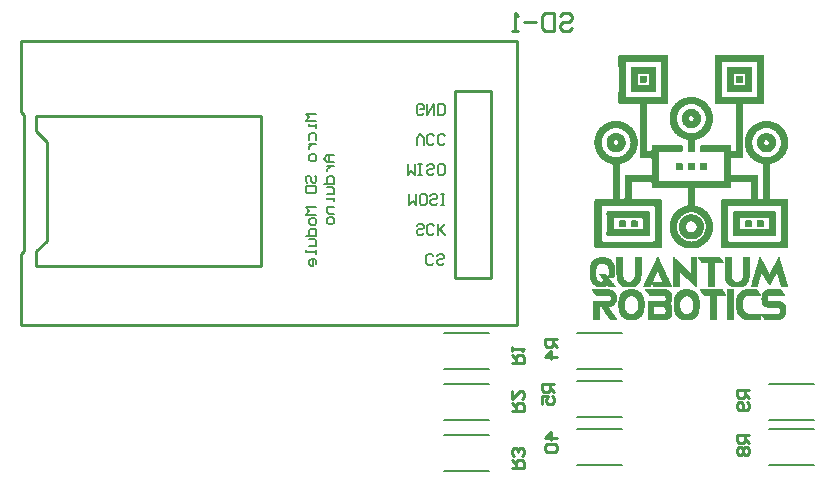
<source format=gbo>
G04 Layer_Color=32896*
%FSLAX25Y25*%
%MOIN*%
G70*
G01*
G75*
%ADD12C,0.01000*%
%ADD36C,0.00787*%
%ADD64C,0.00100*%
%ADD65C,0.00709*%
D12*
X163000Y82244D02*
Y144744D01*
X151000Y82244D02*
X163000D01*
X151000D02*
Y144744D01*
X163000D01*
X11500Y91244D02*
X15000Y94744D01*
Y127744D01*
X11500Y131244D02*
X15000Y127744D01*
X11500Y131244D02*
Y136244D01*
Y86244D02*
Y91244D01*
Y86244D02*
X86500D01*
X11500Y136244D02*
X86500D01*
Y86244D02*
Y136244D01*
X171854Y66756D02*
Y161244D01*
X6500Y66756D02*
X171854D01*
X6500Y161244D02*
X171854D01*
X7500Y91378D02*
Y136622D01*
X6500Y137622D02*
X7500Y136622D01*
X6500Y137622D02*
Y161244D01*
Y90378D02*
X7500Y91378D01*
X6500Y66756D02*
Y90378D01*
X170000Y54000D02*
X173999D01*
Y55999D01*
X173332Y56666D01*
X171999D01*
X171333Y55999D01*
Y54000D01*
Y55333D02*
X170000Y56666D01*
Y57999D02*
Y59332D01*
Y58665D01*
X173999D01*
X173332Y57999D01*
X170000Y38000D02*
X173999D01*
Y39999D01*
X173332Y40666D01*
X171999D01*
X171333Y39999D01*
Y38000D01*
Y39333D02*
X170000Y40666D01*
Y44664D02*
Y41999D01*
X172666Y44664D01*
X173332D01*
X173999Y43998D01*
Y42665D01*
X173332Y41999D01*
X170000Y19000D02*
X173999D01*
Y20999D01*
X173332Y21666D01*
X171999D01*
X171333Y20999D01*
Y19000D01*
Y20333D02*
X170000Y21666D01*
X173332Y22999D02*
X173999Y23665D01*
Y24998D01*
X173332Y25664D01*
X172666D01*
X171999Y24998D01*
Y24332D01*
Y24998D01*
X171333Y25664D01*
X170667D01*
X170000Y24998D01*
Y23665D01*
X170667Y22999D01*
X185000Y62000D02*
X181001D01*
Y60001D01*
X181668Y59334D01*
X183001D01*
X183667Y60001D01*
Y62000D01*
Y60667D02*
X185000Y59334D01*
Y56002D02*
X181001D01*
X183001Y58001D01*
Y55335D01*
X184000Y47000D02*
X180001D01*
Y45001D01*
X180668Y44334D01*
X182001D01*
X182667Y45001D01*
Y47000D01*
Y45667D02*
X184000Y44334D01*
X180001Y40336D02*
Y43001D01*
X182001D01*
X181334Y41668D01*
Y41002D01*
X182001Y40336D01*
X183334D01*
X184000Y41002D01*
Y42335D01*
X183334Y43001D01*
X185000Y29001D02*
X181001D01*
X183001Y31000D01*
Y28334D01*
X181668Y27001D02*
X181001Y26335D01*
Y25002D01*
X181668Y24336D01*
X184334D01*
X185000Y25002D01*
Y26335D01*
X184334Y27001D01*
X181668D01*
X249000Y30000D02*
X245001D01*
Y28001D01*
X245668Y27334D01*
X247001D01*
X247667Y28001D01*
Y30000D01*
Y28667D02*
X249000Y27334D01*
X245668Y26001D02*
X245001Y25335D01*
Y24002D01*
X245668Y23336D01*
X246334D01*
X247001Y24002D01*
X247667Y23336D01*
X248334D01*
X249000Y24002D01*
Y25335D01*
X248334Y26001D01*
X247667D01*
X247001Y25335D01*
X246334Y26001D01*
X245668D01*
X247001Y25335D02*
Y24002D01*
X249000Y45000D02*
X245001D01*
Y43001D01*
X245668Y42334D01*
X247001D01*
X247667Y43001D01*
Y45000D01*
Y43667D02*
X249000Y42334D01*
X248334Y41001D02*
X249000Y40335D01*
Y39002D01*
X248334Y38335D01*
X245668D01*
X245001Y39002D01*
Y40335D01*
X245668Y41001D01*
X246334D01*
X247001Y40335D01*
Y38335D01*
X185901Y169698D02*
X186901Y170698D01*
X188900D01*
X189900Y169698D01*
Y168699D01*
X188900Y167699D01*
X186901D01*
X185901Y166699D01*
Y165700D01*
X186901Y164700D01*
X188900D01*
X189900Y165700D01*
X183902Y170698D02*
Y164700D01*
X180903D01*
X179903Y165700D01*
Y169698D01*
X180903Y170698D01*
X183902D01*
X177904Y167699D02*
X173905D01*
X171906Y164700D02*
X169906D01*
X170906D01*
Y170698D01*
X171906Y169698D01*
D36*
X191740Y35898D02*
X206701D01*
X191740Y48102D02*
X206701D01*
X191740Y19898D02*
X206701D01*
X191740Y32102D02*
X206701D01*
X147520Y51898D02*
X162480D01*
X147520Y64102D02*
X162480D01*
X147299Y34898D02*
X162260D01*
X147299Y47102D02*
X162260D01*
X147520Y17898D02*
X162480D01*
X147520Y30102D02*
X162480D01*
X255740Y32102D02*
X270701D01*
X255740Y19898D02*
X270701D01*
X191740Y51898D02*
X206701D01*
X191740Y64102D02*
X206701D01*
X255740Y47102D02*
X270701D01*
X255740Y34898D02*
X270701D01*
D64*
X205700Y156600D02*
X221500D01*
X237800D02*
X253600D01*
X205600Y156500D02*
X221600D01*
X237700D02*
X253700D01*
X205600Y156400D02*
X221600D01*
X237700D02*
X253700D01*
X205500Y156300D02*
X221600D01*
X237700D02*
X253700D01*
X205500Y156200D02*
X221600D01*
X237700D02*
X253700D01*
X205500Y156100D02*
X221600D01*
X237700D02*
X253700D01*
X205500Y156000D02*
X221600D01*
X237700D02*
X253700D01*
X205500Y155900D02*
X221600D01*
X237700D02*
X253700D01*
X205500Y155800D02*
X221600D01*
X237700D02*
X253700D01*
X205500Y155700D02*
X221600D01*
X237700D02*
X253700D01*
X205500Y155600D02*
X221600D01*
X237700D02*
X253700D01*
X205500Y155500D02*
X221600D01*
X237700D02*
X253700D01*
X205500Y155400D02*
X221600D01*
X237700D02*
X253700D01*
X205500Y155300D02*
X221600D01*
X237700D02*
X253700D01*
X205500Y155200D02*
X221600D01*
X237700D02*
X253700D01*
X205500Y155100D02*
X221600D01*
X237700D02*
X253700D01*
X205500Y155000D02*
X221600D01*
X237700D02*
X253700D01*
X205500Y154900D02*
X221600D01*
X237700D02*
X253700D01*
X205500Y154800D02*
X221600D01*
X237700D02*
X253700D01*
X205500Y154700D02*
X221600D01*
X237700D02*
X253700D01*
X205500Y154600D02*
X207800D01*
X219400D02*
X221600D01*
X237700D02*
X239900D01*
X251500D02*
X253700D01*
X205500Y154500D02*
X207600D01*
X219500D02*
X221600D01*
X237700D02*
X239800D01*
X251600D02*
X253700D01*
X205500Y154400D02*
X207600D01*
X219600D02*
X221600D01*
X237700D02*
X239700D01*
X251700D02*
X253700D01*
X205500Y154300D02*
X207600D01*
X219600D02*
X221600D01*
X237700D02*
X239700D01*
X251700D02*
X253700D01*
X205500Y154200D02*
X207600D01*
X219600D02*
X221600D01*
X237700D02*
X239700D01*
X251700D02*
X253700D01*
X205500Y154100D02*
X207600D01*
X219600D02*
X221600D01*
X237700D02*
X239700D01*
X251700D02*
X253700D01*
X205500Y154000D02*
X207600D01*
X219600D02*
X221600D01*
X237700D02*
X239700D01*
X251700D02*
X253700D01*
X205500Y153900D02*
X207600D01*
X219600D02*
X221600D01*
X237700D02*
X239700D01*
X251700D02*
X253700D01*
X205500Y153800D02*
X207600D01*
X219600D02*
X221600D01*
X237700D02*
X239700D01*
X251700D02*
X253700D01*
X205500Y153700D02*
X207600D01*
X219600D02*
X221600D01*
X237700D02*
X239700D01*
X251700D02*
X253700D01*
X205500Y153600D02*
X207600D01*
X219600D02*
X221600D01*
X237700D02*
X239700D01*
X251700D02*
X253700D01*
X205500Y153500D02*
X207600D01*
X219600D02*
X221600D01*
X237700D02*
X239700D01*
X251700D02*
X253700D01*
X205500Y153400D02*
X207600D01*
X219600D02*
X221600D01*
X237700D02*
X239700D01*
X251700D02*
X253700D01*
X205500Y153300D02*
X207600D01*
X219600D02*
X221600D01*
X237700D02*
X239700D01*
X251700D02*
X253700D01*
X205500Y153200D02*
X207600D01*
X219600D02*
X221600D01*
X237700D02*
X239700D01*
X251700D02*
X253700D01*
X205500Y153100D02*
X207600D01*
X219600D02*
X221600D01*
X237700D02*
X239700D01*
X251700D02*
X253700D01*
X205500Y153000D02*
X207600D01*
X219600D02*
X221600D01*
X237700D02*
X239700D01*
X251700D02*
X253700D01*
X205600Y152900D02*
X207600D01*
X219600D02*
X221600D01*
X237700D02*
X239700D01*
X251700D02*
X253700D01*
X205600Y152800D02*
X207600D01*
X219600D02*
X221600D01*
X237700D02*
X239700D01*
X251700D02*
X253700D01*
X205600Y152700D02*
X207600D01*
X219600D02*
X221600D01*
X237700D02*
X239700D01*
X251700D02*
X253700D01*
X205600Y152600D02*
X207600D01*
X209700D02*
X217500D01*
X219600D02*
X221600D01*
X237700D02*
X239700D01*
X241800D02*
X249600D01*
X251700D02*
X253700D01*
X205600Y152500D02*
X207600D01*
X209600D02*
X217600D01*
X219600D02*
X221600D01*
X237700D02*
X239700D01*
X241700D02*
X249700D01*
X251700D02*
X253700D01*
X205600Y152400D02*
X207600D01*
X209600D02*
X217600D01*
X219600D02*
X221600D01*
X237700D02*
X239700D01*
X241700D02*
X249700D01*
X251700D02*
X253700D01*
X205600Y152300D02*
X207600D01*
X209600D02*
X217600D01*
X219600D02*
X221600D01*
X237700D02*
X239700D01*
X241700D02*
X249700D01*
X251700D02*
X253700D01*
X205600Y152200D02*
X207600D01*
X209600D02*
X217600D01*
X219600D02*
X221600D01*
X237700D02*
X239700D01*
X241700D02*
X249700D01*
X251700D02*
X253700D01*
X205600Y152100D02*
X207600D01*
X209600D02*
X217600D01*
X219600D02*
X221600D01*
X237700D02*
X239700D01*
X241700D02*
X249700D01*
X251700D02*
X253700D01*
X205600Y152000D02*
X207600D01*
X209600D02*
X217600D01*
X219600D02*
X221600D01*
X237700D02*
X239700D01*
X241700D02*
X249700D01*
X251700D02*
X253700D01*
X205600Y151900D02*
X207600D01*
X209600D02*
X217600D01*
X219600D02*
X221600D01*
X237700D02*
X239700D01*
X241700D02*
X249700D01*
X251700D02*
X253700D01*
X205600Y151800D02*
X207600D01*
X209600D02*
X217600D01*
X219600D02*
X221600D01*
X237700D02*
X239700D01*
X241700D02*
X249700D01*
X251700D02*
X253700D01*
X205600Y151700D02*
X207600D01*
X209600D02*
X217600D01*
X219600D02*
X221600D01*
X237700D02*
X239700D01*
X241700D02*
X249700D01*
X251700D02*
X253700D01*
X205600Y151600D02*
X207600D01*
X209600D02*
X217600D01*
X219600D02*
X221600D01*
X237700D02*
X239700D01*
X241700D02*
X249700D01*
X251700D02*
X253700D01*
X205600Y151500D02*
X207600D01*
X209600D02*
X217600D01*
X219600D02*
X221600D01*
X237700D02*
X239700D01*
X241700D02*
X249700D01*
X251700D02*
X253700D01*
X205600Y151400D02*
X207600D01*
X209600D02*
X217600D01*
X219600D02*
X221600D01*
X237700D02*
X239700D01*
X241700D02*
X249700D01*
X251700D02*
X253700D01*
X205600Y151300D02*
X207600D01*
X209600D02*
X217600D01*
X219600D02*
X221600D01*
X237700D02*
X239700D01*
X241700D02*
X249700D01*
X251700D02*
X253700D01*
X205600Y151200D02*
X207600D01*
X209600D02*
X217600D01*
X219600D02*
X221600D01*
X237700D02*
X239700D01*
X241700D02*
X249700D01*
X251700D02*
X253700D01*
X205600Y151100D02*
X207600D01*
X209600D02*
X217600D01*
X219600D02*
X221600D01*
X237700D02*
X239700D01*
X241700D02*
X249700D01*
X251700D02*
X253700D01*
X205600Y151000D02*
X207600D01*
X209600D02*
X217600D01*
X219600D02*
X221600D01*
X237700D02*
X239700D01*
X241700D02*
X249700D01*
X251700D02*
X253700D01*
X205600Y150900D02*
X207600D01*
X209600D02*
X217600D01*
X219600D02*
X221600D01*
X237700D02*
X239700D01*
X241700D02*
X249700D01*
X251700D02*
X253700D01*
X205600Y150800D02*
X207600D01*
X209600D02*
X217600D01*
X219600D02*
X221600D01*
X237700D02*
X239700D01*
X241700D02*
X249700D01*
X251700D02*
X253700D01*
X205600Y150700D02*
X207600D01*
X209600D02*
X217600D01*
X219600D02*
X221600D01*
X237700D02*
X239700D01*
X241700D02*
X249700D01*
X251700D02*
X253700D01*
X205600Y150600D02*
X207600D01*
X209600D02*
X211800D01*
X215400D02*
X217600D01*
X219600D02*
X221600D01*
X237700D02*
X239700D01*
X241700D02*
X243900D01*
X247500D02*
X249700D01*
X251700D02*
X253700D01*
X205600Y150500D02*
X207600D01*
X209600D02*
X211700D01*
X215500D02*
X217600D01*
X219600D02*
X221600D01*
X237700D02*
X239700D01*
X241700D02*
X243800D01*
X247600D02*
X249700D01*
X251700D02*
X253700D01*
X205600Y150400D02*
X207600D01*
X209600D02*
X211600D01*
X215600D02*
X217600D01*
X219600D02*
X221600D01*
X237700D02*
X239700D01*
X241700D02*
X243700D01*
X247700D02*
X249700D01*
X251700D02*
X253700D01*
X205600Y150300D02*
X207600D01*
X209600D02*
X211600D01*
X215600D02*
X217600D01*
X219600D02*
X221600D01*
X237700D02*
X239700D01*
X241700D02*
X243700D01*
X247700D02*
X249700D01*
X251700D02*
X253700D01*
X205600Y150200D02*
X207600D01*
X209600D02*
X211600D01*
X215600D02*
X217600D01*
X219600D02*
X221600D01*
X237700D02*
X239700D01*
X241700D02*
X243700D01*
X247700D02*
X249700D01*
X251700D02*
X253700D01*
X205600Y150100D02*
X207600D01*
X209600D02*
X211600D01*
X215600D02*
X217600D01*
X219600D02*
X221600D01*
X237700D02*
X239700D01*
X241700D02*
X243700D01*
X247700D02*
X249700D01*
X251700D02*
X253700D01*
X205600Y150000D02*
X207600D01*
X209600D02*
X211600D01*
X215600D02*
X217600D01*
X219600D02*
X221600D01*
X237700D02*
X239700D01*
X241700D02*
X243700D01*
X247700D02*
X249700D01*
X251700D02*
X253700D01*
X205600Y149900D02*
X207600D01*
X209600D02*
X211600D01*
X215600D02*
X217600D01*
X219600D02*
X221600D01*
X237700D02*
X239700D01*
X241700D02*
X243700D01*
X247700D02*
X249700D01*
X251700D02*
X253700D01*
X205600Y149800D02*
X207600D01*
X209600D02*
X211600D01*
X215600D02*
X217600D01*
X219600D02*
X221600D01*
X237700D02*
X239700D01*
X241700D02*
X243700D01*
X247700D02*
X249700D01*
X251700D02*
X253700D01*
X205600Y149700D02*
X207600D01*
X209600D02*
X211600D01*
X215600D02*
X217600D01*
X219600D02*
X221600D01*
X237700D02*
X239700D01*
X241700D02*
X243700D01*
X247700D02*
X249700D01*
X251700D02*
X253700D01*
X205600Y149600D02*
X207600D01*
X209600D02*
X211600D01*
X212600D02*
X214600D01*
X215600D02*
X217600D01*
X219600D02*
X221600D01*
X237700D02*
X239700D01*
X241700D02*
X243700D01*
X244700D02*
X246600D01*
X247700D02*
X249700D01*
X251700D02*
X253700D01*
X205600Y149500D02*
X207600D01*
X209600D02*
X211600D01*
X212600D02*
X214600D01*
X215600D02*
X217600D01*
X219600D02*
X221600D01*
X237700D02*
X239700D01*
X241700D02*
X243700D01*
X244700D02*
X246700D01*
X247700D02*
X249700D01*
X251700D02*
X253700D01*
X205600Y149400D02*
X207600D01*
X209600D02*
X211600D01*
X212600D02*
X214600D01*
X215600D02*
X217600D01*
X219600D02*
X221600D01*
X237700D02*
X239700D01*
X241700D02*
X243700D01*
X244700D02*
X246700D01*
X247700D02*
X249700D01*
X251700D02*
X253700D01*
X205600Y149300D02*
X207600D01*
X209600D02*
X211600D01*
X212600D02*
X214600D01*
X215600D02*
X217600D01*
X219600D02*
X221600D01*
X237700D02*
X239700D01*
X241700D02*
X243700D01*
X244700D02*
X246700D01*
X247700D02*
X249700D01*
X251700D02*
X253700D01*
X205600Y149200D02*
X207600D01*
X209600D02*
X211600D01*
X212600D02*
X214600D01*
X215600D02*
X217600D01*
X219600D02*
X221600D01*
X237700D02*
X239700D01*
X241700D02*
X243700D01*
X244700D02*
X246700D01*
X247700D02*
X249700D01*
X251700D02*
X253700D01*
X205600Y149100D02*
X207600D01*
X209600D02*
X211600D01*
X212600D02*
X214600D01*
X215600D02*
X217600D01*
X219600D02*
X221600D01*
X237700D02*
X239700D01*
X241700D02*
X243700D01*
X244700D02*
X246700D01*
X247700D02*
X249700D01*
X251700D02*
X253700D01*
X205600Y149000D02*
X207600D01*
X209600D02*
X211600D01*
X212600D02*
X214600D01*
X215600D02*
X217600D01*
X219600D02*
X221600D01*
X237700D02*
X239700D01*
X241700D02*
X243700D01*
X244700D02*
X246700D01*
X247700D02*
X249700D01*
X251700D02*
X253700D01*
X205600Y148900D02*
X207600D01*
X209600D02*
X211600D01*
X212600D02*
X214600D01*
X215600D02*
X217600D01*
X219600D02*
X221600D01*
X237700D02*
X239700D01*
X241700D02*
X243700D01*
X244700D02*
X246700D01*
X247700D02*
X249700D01*
X251700D02*
X253700D01*
X205600Y148800D02*
X207600D01*
X209600D02*
X211600D01*
X212600D02*
X214600D01*
X215600D02*
X217600D01*
X219600D02*
X221600D01*
X237700D02*
X239700D01*
X241700D02*
X243700D01*
X244700D02*
X246700D01*
X247700D02*
X249700D01*
X251700D02*
X253700D01*
X205600Y148700D02*
X207600D01*
X209600D02*
X211600D01*
X212600D02*
X214600D01*
X215600D02*
X217600D01*
X219600D02*
X221600D01*
X237700D02*
X239700D01*
X241700D02*
X243700D01*
X244700D02*
X246700D01*
X247700D02*
X249700D01*
X251700D02*
X253700D01*
X205600Y148600D02*
X207600D01*
X209600D02*
X211600D01*
X212600D02*
X214600D01*
X215600D02*
X217600D01*
X219600D02*
X221600D01*
X237700D02*
X239700D01*
X241700D02*
X243700D01*
X244700D02*
X246700D01*
X247700D02*
X249700D01*
X251700D02*
X253700D01*
X205600Y148500D02*
X207600D01*
X209600D02*
X211600D01*
X212600D02*
X214600D01*
X215600D02*
X217600D01*
X219600D02*
X221600D01*
X237700D02*
X239700D01*
X241700D02*
X243700D01*
X244700D02*
X246700D01*
X247700D02*
X249700D01*
X251700D02*
X253700D01*
X205600Y148400D02*
X207600D01*
X209600D02*
X211600D01*
X212600D02*
X214600D01*
X215600D02*
X217600D01*
X219600D02*
X221600D01*
X237700D02*
X239700D01*
X241700D02*
X243700D01*
X244700D02*
X246700D01*
X247700D02*
X249700D01*
X251700D02*
X253700D01*
X205600Y148300D02*
X207600D01*
X209600D02*
X211600D01*
X212600D02*
X214600D01*
X215600D02*
X217600D01*
X219600D02*
X221600D01*
X237700D02*
X239700D01*
X241700D02*
X243700D01*
X244700D02*
X246700D01*
X247700D02*
X249700D01*
X251700D02*
X253700D01*
X205600Y148200D02*
X207600D01*
X209600D02*
X211600D01*
X212600D02*
X214600D01*
X215600D02*
X217600D01*
X219600D02*
X221600D01*
X237700D02*
X239700D01*
X241700D02*
X243700D01*
X244700D02*
X246700D01*
X247700D02*
X249700D01*
X251700D02*
X253700D01*
X205600Y148100D02*
X207600D01*
X209600D02*
X211600D01*
X212600D02*
X214600D01*
X215600D02*
X217600D01*
X219600D02*
X221600D01*
X237700D02*
X239700D01*
X241700D02*
X243700D01*
X244700D02*
X246700D01*
X247700D02*
X249700D01*
X251700D02*
X253700D01*
X205600Y148000D02*
X207600D01*
X209600D02*
X211600D01*
X212600D02*
X214600D01*
X215600D02*
X217600D01*
X219600D02*
X221600D01*
X237700D02*
X239700D01*
X241700D02*
X243700D01*
X244700D02*
X246700D01*
X247700D02*
X249700D01*
X251700D02*
X253700D01*
X205600Y147900D02*
X207600D01*
X209600D02*
X211600D01*
X212600D02*
X214600D01*
X215600D02*
X217600D01*
X219600D02*
X221600D01*
X237700D02*
X239700D01*
X241700D02*
X243700D01*
X244700D02*
X246700D01*
X247700D02*
X249700D01*
X251700D02*
X253700D01*
X205600Y147800D02*
X207600D01*
X209600D02*
X211600D01*
X212600D02*
X214500D01*
X215600D02*
X217600D01*
X219600D02*
X221600D01*
X237700D02*
X239700D01*
X241700D02*
X243700D01*
X244800D02*
X246700D01*
X247700D02*
X249700D01*
X251700D02*
X253700D01*
X205600Y147700D02*
X207600D01*
X209600D02*
X211600D01*
X212700D02*
X214400D01*
X215600D02*
X217600D01*
X219600D02*
X221600D01*
X237700D02*
X239700D01*
X241700D02*
X243700D01*
X244900D02*
X246600D01*
X247700D02*
X249700D01*
X251700D02*
X253700D01*
X205600Y147600D02*
X207600D01*
X209600D02*
X211600D01*
X215600D02*
X217600D01*
X219600D02*
X221600D01*
X237700D02*
X239700D01*
X241700D02*
X243700D01*
X247700D02*
X249700D01*
X251700D02*
X253700D01*
X205600Y147500D02*
X207600D01*
X209600D02*
X211600D01*
X215600D02*
X217600D01*
X219600D02*
X221600D01*
X237700D02*
X239700D01*
X241700D02*
X243700D01*
X247700D02*
X249700D01*
X251700D02*
X253700D01*
X205600Y147400D02*
X207600D01*
X209600D02*
X211600D01*
X215600D02*
X217600D01*
X219600D02*
X221600D01*
X237700D02*
X239700D01*
X241700D02*
X243700D01*
X247700D02*
X249700D01*
X251700D02*
X253700D01*
X205600Y147300D02*
X207600D01*
X209600D02*
X211600D01*
X215600D02*
X217600D01*
X219600D02*
X221600D01*
X237700D02*
X239700D01*
X241700D02*
X243700D01*
X247700D02*
X249700D01*
X251700D02*
X253700D01*
X205600Y147200D02*
X207600D01*
X209600D02*
X211600D01*
X215600D02*
X217600D01*
X219600D02*
X221600D01*
X237700D02*
X239700D01*
X241700D02*
X243700D01*
X247700D02*
X249700D01*
X251700D02*
X253700D01*
X205600Y147100D02*
X207600D01*
X209600D02*
X211600D01*
X215600D02*
X217600D01*
X219600D02*
X221600D01*
X237700D02*
X239700D01*
X241700D02*
X243700D01*
X247700D02*
X249700D01*
X251700D02*
X253700D01*
X205600Y147000D02*
X207600D01*
X209600D02*
X211600D01*
X215600D02*
X217600D01*
X219600D02*
X221600D01*
X237700D02*
X239700D01*
X241700D02*
X243700D01*
X247700D02*
X249700D01*
X251700D02*
X253700D01*
X205600Y146900D02*
X207600D01*
X209600D02*
X211600D01*
X215600D02*
X217600D01*
X219600D02*
X221600D01*
X237700D02*
X239700D01*
X241700D02*
X243700D01*
X247700D02*
X249700D01*
X251700D02*
X253700D01*
X205600Y146800D02*
X207600D01*
X209600D02*
X211700D01*
X215500D02*
X217600D01*
X219600D02*
X221600D01*
X237700D02*
X239700D01*
X241700D02*
X243800D01*
X247600D02*
X249700D01*
X251700D02*
X253700D01*
X205600Y146700D02*
X207600D01*
X209600D02*
X211800D01*
X215400D02*
X217600D01*
X219600D02*
X221600D01*
X237700D02*
X239700D01*
X241700D02*
X243900D01*
X247500D02*
X249700D01*
X251700D02*
X253700D01*
X205600Y146600D02*
X207600D01*
X209600D02*
X217600D01*
X219600D02*
X221600D01*
X237700D02*
X239700D01*
X241700D02*
X249700D01*
X251700D02*
X253700D01*
X205600Y146500D02*
X207600D01*
X209600D02*
X217600D01*
X219600D02*
X221600D01*
X237700D02*
X239700D01*
X241700D02*
X249700D01*
X251700D02*
X253700D01*
X205600Y146400D02*
X207600D01*
X209600D02*
X217600D01*
X219600D02*
X221600D01*
X237700D02*
X239700D01*
X241700D02*
X249700D01*
X251700D02*
X253700D01*
X205600Y146300D02*
X207600D01*
X209600D02*
X217600D01*
X219600D02*
X221600D01*
X237700D02*
X239700D01*
X241700D02*
X249700D01*
X251700D02*
X253700D01*
X205600Y146200D02*
X207600D01*
X209600D02*
X217600D01*
X219600D02*
X221600D01*
X237700D02*
X239700D01*
X241700D02*
X249700D01*
X251700D02*
X253700D01*
X205600Y146100D02*
X207600D01*
X209600D02*
X217600D01*
X219600D02*
X221600D01*
X237700D02*
X239700D01*
X241700D02*
X249700D01*
X251700D02*
X253700D01*
X205600Y146000D02*
X207600D01*
X209600D02*
X217600D01*
X219600D02*
X221600D01*
X237700D02*
X239700D01*
X241700D02*
X249700D01*
X251700D02*
X253700D01*
X205600Y145900D02*
X207600D01*
X209600D02*
X217600D01*
X219600D02*
X221600D01*
X237700D02*
X239700D01*
X241700D02*
X249700D01*
X251700D02*
X253700D01*
X205600Y145800D02*
X207600D01*
X209600D02*
X217600D01*
X219600D02*
X221600D01*
X237700D02*
X239700D01*
X241700D02*
X249700D01*
X251700D02*
X253700D01*
X205600Y145700D02*
X207600D01*
X209600D02*
X217600D01*
X219600D02*
X221600D01*
X237700D02*
X239700D01*
X241700D02*
X249700D01*
X251700D02*
X253700D01*
X205600Y145600D02*
X207600D01*
X209600D02*
X217600D01*
X219600D02*
X221600D01*
X237700D02*
X239700D01*
X241700D02*
X249700D01*
X251700D02*
X253700D01*
X205600Y145500D02*
X207600D01*
X209600D02*
X217600D01*
X219600D02*
X221600D01*
X237700D02*
X239700D01*
X241700D02*
X249700D01*
X251700D02*
X253700D01*
X205600Y145400D02*
X207600D01*
X209600D02*
X217600D01*
X219600D02*
X221600D01*
X237700D02*
X239700D01*
X241700D02*
X249700D01*
X251700D02*
X253700D01*
X205600Y145300D02*
X207600D01*
X209600D02*
X217600D01*
X219600D02*
X221600D01*
X237700D02*
X239700D01*
X241700D02*
X249700D01*
X251700D02*
X253700D01*
X205600Y145200D02*
X207600D01*
X209600D02*
X217600D01*
X219600D02*
X221600D01*
X237700D02*
X239700D01*
X241600D02*
X249700D01*
X251700D02*
X253700D01*
X205600Y145100D02*
X207600D01*
X209600D02*
X217600D01*
X219600D02*
X221600D01*
X237700D02*
X239700D01*
X241600D02*
X249700D01*
X251700D02*
X253700D01*
X205600Y145000D02*
X207600D01*
X209600D02*
X217600D01*
X219600D02*
X221600D01*
X237700D02*
X239700D01*
X241700D02*
X249700D01*
X251700D02*
X253700D01*
X205600Y144900D02*
X207600D01*
X209600D02*
X217600D01*
X219600D02*
X221600D01*
X237700D02*
X239700D01*
X241700D02*
X249700D01*
X251700D02*
X253700D01*
X205600Y144800D02*
X207600D01*
X209600D02*
X217600D01*
X219600D02*
X221600D01*
X237700D02*
X239700D01*
X241700D02*
X249700D01*
X251700D02*
X253700D01*
X205600Y144700D02*
X207600D01*
X209700D02*
X217500D01*
X219600D02*
X221600D01*
X237700D02*
X239700D01*
X241800D02*
X249600D01*
X251700D02*
X253700D01*
X205600Y144600D02*
X207600D01*
X219600D02*
X221600D01*
X237700D02*
X239700D01*
X242100D02*
X242400D01*
X251700D02*
X253700D01*
X205600Y144500D02*
X207600D01*
X219600D02*
X221600D01*
X237700D02*
X239700D01*
X251700D02*
X253700D01*
X205600Y144400D02*
X207600D01*
X219600D02*
X221600D01*
X237700D02*
X239700D01*
X251700D02*
X253700D01*
X205600Y144300D02*
X207600D01*
X219600D02*
X221600D01*
X237700D02*
X239700D01*
X251700D02*
X253700D01*
X205500Y144200D02*
X207600D01*
X219600D02*
X221600D01*
X237700D02*
X239700D01*
X251700D02*
X253700D01*
X205500Y144100D02*
X207600D01*
X219600D02*
X221600D01*
X237700D02*
X239700D01*
X251700D02*
X253700D01*
X205500Y144000D02*
X207600D01*
X219600D02*
X221600D01*
X237700D02*
X239700D01*
X251700D02*
X253700D01*
X205500Y143900D02*
X207600D01*
X219600D02*
X221600D01*
X237700D02*
X239700D01*
X251700D02*
X253700D01*
X205500Y143800D02*
X207600D01*
X219600D02*
X221600D01*
X237700D02*
X239700D01*
X251700D02*
X253700D01*
X205500Y143700D02*
X207600D01*
X219600D02*
X221600D01*
X237700D02*
X239700D01*
X251700D02*
X253700D01*
X205500Y143600D02*
X207600D01*
X219600D02*
X221600D01*
X237700D02*
X239700D01*
X251700D02*
X253700D01*
X205500Y143500D02*
X207600D01*
X219600D02*
X221600D01*
X237700D02*
X239700D01*
X251700D02*
X253700D01*
X205500Y143400D02*
X207600D01*
X219600D02*
X221600D01*
X237700D02*
X239700D01*
X251700D02*
X253700D01*
X205500Y143300D02*
X207600D01*
X219600D02*
X221600D01*
X237700D02*
X239700D01*
X251700D02*
X253700D01*
X205500Y143200D02*
X207600D01*
X219600D02*
X221600D01*
X237700D02*
X239700D01*
X251700D02*
X253700D01*
X205500Y143100D02*
X207600D01*
X219600D02*
X221600D01*
X237700D02*
X239700D01*
X251700D02*
X253700D01*
X205500Y143000D02*
X207600D01*
X219600D02*
X221600D01*
X237700D02*
X239700D01*
X251700D02*
X253700D01*
X205500Y142900D02*
X207600D01*
X219600D02*
X221600D01*
X237700D02*
X239700D01*
X251700D02*
X253700D01*
X205500Y142800D02*
X207600D01*
X219600D02*
X221600D01*
X237700D02*
X239700D01*
X251600D02*
X253700D01*
X205500Y142700D02*
X207700D01*
X219500D02*
X221600D01*
X237700D02*
X239800D01*
X251600D02*
X253700D01*
X205500Y142600D02*
X221600D01*
X229100D02*
X230400D01*
X237700D02*
X253700D01*
X205500Y142500D02*
X221600D01*
X228300D02*
X231100D01*
X237700D02*
X253700D01*
X205500Y142400D02*
X221600D01*
X227900D02*
X231500D01*
X237700D02*
X253700D01*
X205500Y142300D02*
X221600D01*
X227500D02*
X231900D01*
X237700D02*
X253700D01*
X205500Y142200D02*
X221600D01*
X227200D02*
X232200D01*
X237700D02*
X253700D01*
X205500Y142100D02*
X221600D01*
X227000D02*
X232400D01*
X237700D02*
X253700D01*
X205500Y142000D02*
X221600D01*
X226700D02*
X232600D01*
X237700D02*
X253700D01*
X205500Y141900D02*
X221600D01*
X226500D02*
X232800D01*
X237700D02*
X253700D01*
X205500Y141800D02*
X221600D01*
X226300D02*
X233000D01*
X237700D02*
X253700D01*
X205500Y141700D02*
X221600D01*
X226100D02*
X233200D01*
X237700D02*
X253700D01*
X205500Y141600D02*
X221600D01*
X225900D02*
X233400D01*
X237700D02*
X253700D01*
X205500Y141500D02*
X221600D01*
X225800D02*
X233500D01*
X237700D02*
X253700D01*
X205500Y141400D02*
X221600D01*
X225600D02*
X233700D01*
X237700D02*
X253700D01*
X205500Y141300D02*
X221600D01*
X225500D02*
X233800D01*
X237700D02*
X253700D01*
X205500Y141200D02*
X221600D01*
X225300D02*
X234000D01*
X237700D02*
X253700D01*
X205500Y141100D02*
X221600D01*
X225200D02*
X234100D01*
X237700D02*
X253700D01*
X205500Y141000D02*
X221600D01*
X225100D02*
X234200D01*
X237700D02*
X253700D01*
X205600Y140900D02*
X221600D01*
X225000D02*
X234300D01*
X237700D02*
X253700D01*
X205600Y140800D02*
X221600D01*
X224900D02*
X234400D01*
X237700D02*
X253700D01*
X205700Y140700D02*
X221500D01*
X224800D02*
X234500D01*
X237800D02*
X253600D01*
X212400Y140600D02*
X214900D01*
X224600D02*
X229400D01*
X229900D02*
X234600D01*
X244300D02*
X247100D01*
X212500Y140500D02*
X214700D01*
X224500D02*
X228700D01*
X230600D02*
X234700D01*
X244600D02*
X246900D01*
X212600Y140400D02*
X214700D01*
X224500D02*
X228300D01*
X231000D02*
X234800D01*
X244600D02*
X246800D01*
X212600Y140300D02*
X214600D01*
X224400D02*
X228000D01*
X231300D02*
X234900D01*
X244700D02*
X246700D01*
X212600Y140200D02*
X214600D01*
X224300D02*
X227700D01*
X231600D02*
X235000D01*
X244700D02*
X246700D01*
X212600Y140100D02*
X214600D01*
X224200D02*
X227500D01*
X231800D02*
X235100D01*
X244700D02*
X246700D01*
X212600Y140000D02*
X214600D01*
X224100D02*
X227300D01*
X232000D02*
X235200D01*
X244700D02*
X246700D01*
X212600Y139900D02*
X214600D01*
X224000D02*
X227100D01*
X232200D02*
X235200D01*
X244700D02*
X246700D01*
X212600Y139800D02*
X214600D01*
X223900D02*
X227000D01*
X232300D02*
X235300D01*
X244700D02*
X246700D01*
X212600Y139700D02*
X214600D01*
X223900D02*
X226800D01*
X232500D02*
X235400D01*
X244700D02*
X246700D01*
X212600Y139600D02*
X214600D01*
X223800D02*
X226700D01*
X232600D02*
X235500D01*
X244700D02*
X246700D01*
X212600Y139500D02*
X214600D01*
X223700D02*
X226600D01*
X232700D02*
X235500D01*
X244700D02*
X246700D01*
X212600Y139400D02*
X214600D01*
X223700D02*
X226400D01*
X232900D02*
X235600D01*
X244700D02*
X246700D01*
X212600Y139300D02*
X214600D01*
X223600D02*
X226300D01*
X233000D02*
X235600D01*
X244700D02*
X246700D01*
X212600Y139200D02*
X214600D01*
X223500D02*
X226200D01*
X233100D02*
X235700D01*
X244700D02*
X246700D01*
X212600Y139100D02*
X214600D01*
X223500D02*
X226100D01*
X233200D02*
X235800D01*
X244700D02*
X246700D01*
X212600Y139000D02*
X214600D01*
X223400D02*
X226000D01*
X233300D02*
X235800D01*
X244700D02*
X246700D01*
X212600Y138900D02*
X214600D01*
X223400D02*
X225900D01*
X233400D02*
X235900D01*
X244700D02*
X246700D01*
X212600Y138800D02*
X214600D01*
X223300D02*
X225800D01*
X233500D02*
X235900D01*
X244700D02*
X246700D01*
X212600Y138700D02*
X214600D01*
X223300D02*
X225800D01*
X233500D02*
X236000D01*
X244700D02*
X246700D01*
X212600Y138600D02*
X214600D01*
X223200D02*
X225700D01*
X229100D02*
X230100D01*
X233600D02*
X236000D01*
X244700D02*
X246700D01*
X212600Y138500D02*
X214600D01*
X223200D02*
X225600D01*
X228700D02*
X230600D01*
X233700D02*
X236100D01*
X244700D02*
X246700D01*
X212600Y138400D02*
X214600D01*
X223100D02*
X225500D01*
X228400D02*
X230800D01*
X233800D02*
X236100D01*
X244700D02*
X246700D01*
X212600Y138300D02*
X214600D01*
X223100D02*
X225500D01*
X228200D02*
X231100D01*
X233800D02*
X236100D01*
X244700D02*
X246700D01*
X212600Y138200D02*
X214600D01*
X223100D02*
X225400D01*
X228100D02*
X231200D01*
X233900D02*
X236200D01*
X244700D02*
X246700D01*
X212600Y138100D02*
X214600D01*
X223000D02*
X225300D01*
X227900D02*
X231400D01*
X234000D02*
X236200D01*
X244700D02*
X246700D01*
X212600Y138000D02*
X214600D01*
X223000D02*
X225300D01*
X227800D02*
X231500D01*
X234000D02*
X236300D01*
X244700D02*
X246700D01*
X212600Y137900D02*
X214600D01*
X223000D02*
X225200D01*
X227600D02*
X231600D01*
X234100D02*
X236300D01*
X244700D02*
X246700D01*
X212600Y137800D02*
X214600D01*
X222900D02*
X225200D01*
X227500D02*
X231800D01*
X234100D02*
X236300D01*
X244700D02*
X246700D01*
X212600Y137700D02*
X214600D01*
X222900D02*
X225100D01*
X227400D02*
X231900D01*
X234200D02*
X236400D01*
X244700D02*
X246700D01*
X212600Y137600D02*
X214600D01*
X222900D02*
X225100D01*
X227300D02*
X231900D01*
X234200D02*
X236400D01*
X244700D02*
X246700D01*
X212600Y137500D02*
X214600D01*
X222800D02*
X225000D01*
X227300D02*
X232000D01*
X234300D02*
X236400D01*
X244700D02*
X246700D01*
X212600Y137400D02*
X214600D01*
X222800D02*
X225000D01*
X227200D02*
X232100D01*
X234300D02*
X236400D01*
X244700D02*
X246700D01*
X212600Y137300D02*
X214600D01*
X222800D02*
X225000D01*
X227100D02*
X232200D01*
X234300D02*
X236500D01*
X244700D02*
X246700D01*
X212600Y137200D02*
X214600D01*
X222800D02*
X224900D01*
X227100D02*
X232200D01*
X234400D02*
X236500D01*
X244700D02*
X246700D01*
X212600Y137100D02*
X214600D01*
X222800D02*
X224900D01*
X227000D02*
X232300D01*
X234400D02*
X236500D01*
X244700D02*
X246700D01*
X212600Y137000D02*
X214600D01*
X222700D02*
X224800D01*
X226900D02*
X232400D01*
X234400D02*
X236500D01*
X244700D02*
X246700D01*
X212600Y136900D02*
X214600D01*
X222700D02*
X224800D01*
X226900D02*
X232400D01*
X234500D02*
X236600D01*
X244700D02*
X246700D01*
X212600Y136800D02*
X214600D01*
X222700D02*
X224800D01*
X226800D02*
X232400D01*
X234500D02*
X236600D01*
X244700D02*
X246700D01*
X212600Y136700D02*
X214600D01*
X222700D02*
X224800D01*
X226800D02*
X232500D01*
X234500D02*
X236600D01*
X244700D02*
X246700D01*
X212600Y136600D02*
X214600D01*
X222700D02*
X224700D01*
X226800D02*
X232500D01*
X234500D02*
X236600D01*
X244700D02*
X246700D01*
X212600Y136500D02*
X214600D01*
X222700D02*
X224700D01*
X226700D02*
X229300D01*
X230000D02*
X232600D01*
X234600D02*
X236600D01*
X244700D02*
X246700D01*
X212600Y136400D02*
X214600D01*
X222700D02*
X224700D01*
X226700D02*
X229100D01*
X230200D02*
X232600D01*
X234600D02*
X236600D01*
X244700D02*
X246700D01*
X212600Y136300D02*
X214600D01*
X222600D02*
X224700D01*
X226700D02*
X229000D01*
X230300D02*
X232600D01*
X234600D02*
X236600D01*
X244700D02*
X246700D01*
X212600Y136200D02*
X214600D01*
X222600D02*
X224700D01*
X226700D02*
X228900D01*
X230400D02*
X232600D01*
X234600D02*
X236700D01*
X244700D02*
X246700D01*
X212600Y136100D02*
X214600D01*
X222600D02*
X224700D01*
X226600D02*
X228800D01*
X230500D02*
X232600D01*
X234600D02*
X236700D01*
X244700D02*
X246700D01*
X212600Y136000D02*
X214600D01*
X222600D02*
X224700D01*
X226600D02*
X228800D01*
X230500D02*
X232700D01*
X234600D02*
X236700D01*
X244700D02*
X246700D01*
X212600Y135900D02*
X214600D01*
X222600D02*
X224600D01*
X226600D02*
X228700D01*
X230600D02*
X232700D01*
X234600D02*
X236700D01*
X244700D02*
X246700D01*
X212600Y135800D02*
X214600D01*
X222600D02*
X224600D01*
X226600D02*
X228700D01*
X230600D02*
X232700D01*
X234600D02*
X236700D01*
X244700D02*
X246700D01*
X212600Y135700D02*
X214600D01*
X222600D02*
X224600D01*
X226600D02*
X228700D01*
X230600D02*
X232700D01*
X234700D02*
X236700D01*
X244700D02*
X246700D01*
X212600Y135600D02*
X214600D01*
X222600D02*
X224600D01*
X226600D02*
X228700D01*
X230600D02*
X232700D01*
X234700D02*
X236700D01*
X244700D02*
X246700D01*
X212600Y135500D02*
X214600D01*
X222600D02*
X224600D01*
X226600D02*
X228700D01*
X230600D02*
X232700D01*
X234700D02*
X236700D01*
X244700D02*
X246700D01*
X212600Y135400D02*
X214600D01*
X222600D02*
X224600D01*
X226600D02*
X228700D01*
X230600D02*
X232700D01*
X234600D02*
X236700D01*
X244700D02*
X246700D01*
X212600Y135300D02*
X214600D01*
X222600D02*
X224700D01*
X226600D02*
X228700D01*
X230600D02*
X232700D01*
X234600D02*
X236700D01*
X244700D02*
X246700D01*
X212600Y135200D02*
X214600D01*
X222600D02*
X224700D01*
X226600D02*
X228800D01*
X230500D02*
X232700D01*
X234600D02*
X236700D01*
X244700D02*
X246700D01*
X212600Y135100D02*
X214600D01*
X222600D02*
X224700D01*
X226700D02*
X228800D01*
X230500D02*
X232600D01*
X234600D02*
X236700D01*
X244700D02*
X246700D01*
X212600Y135000D02*
X214600D01*
X222600D02*
X224700D01*
X226700D02*
X228900D01*
X230400D02*
X232600D01*
X234600D02*
X236700D01*
X244700D02*
X246700D01*
X212600Y134900D02*
X214600D01*
X222700D02*
X224700D01*
X226700D02*
X229000D01*
X230300D02*
X232600D01*
X234600D02*
X236600D01*
X244700D02*
X246700D01*
X212600Y134800D02*
X214600D01*
X222700D02*
X224700D01*
X226700D02*
X229100D01*
X230200D02*
X232600D01*
X234600D02*
X236600D01*
X244700D02*
X246700D01*
X212600Y134700D02*
X214600D01*
X222700D02*
X224700D01*
X226700D02*
X229300D01*
X230000D02*
X232500D01*
X234600D02*
X236600D01*
X244700D02*
X246700D01*
X203800Y134600D02*
X205300D01*
X212600D02*
X214600D01*
X222700D02*
X224800D01*
X226800D02*
X232500D01*
X234500D02*
X236600D01*
X244700D02*
X246700D01*
X254000D02*
X255500D01*
X203200Y134500D02*
X206000D01*
X212600D02*
X214600D01*
X222700D02*
X224800D01*
X226800D02*
X232500D01*
X234500D02*
X236600D01*
X244700D02*
X246700D01*
X253300D02*
X256200D01*
X202800Y134400D02*
X206400D01*
X212600D02*
X214600D01*
X222700D02*
X224800D01*
X226900D02*
X232400D01*
X234500D02*
X236600D01*
X244700D02*
X246700D01*
X252900D02*
X256600D01*
X202400Y134300D02*
X206700D01*
X212600D02*
X214600D01*
X222700D02*
X224800D01*
X226900D02*
X232400D01*
X234500D02*
X236600D01*
X244700D02*
X246700D01*
X252600D02*
X256900D01*
X202100Y134200D02*
X207000D01*
X212600D02*
X214600D01*
X222800D02*
X224900D01*
X226900D02*
X232300D01*
X234400D02*
X236500D01*
X244700D02*
X246700D01*
X252300D02*
X257200D01*
X201900Y134100D02*
X207300D01*
X212600D02*
X214600D01*
X222800D02*
X224900D01*
X227000D02*
X232300D01*
X234400D02*
X236500D01*
X244700D02*
X246700D01*
X252000D02*
X257500D01*
X201600Y134000D02*
X207500D01*
X212600D02*
X214600D01*
X222800D02*
X224900D01*
X227100D02*
X232200D01*
X234400D02*
X236500D01*
X244700D02*
X246700D01*
X251800D02*
X257700D01*
X201400Y133900D02*
X207700D01*
X212600D02*
X214600D01*
X222800D02*
X225000D01*
X227100D02*
X232200D01*
X234300D02*
X236500D01*
X244700D02*
X246700D01*
X251600D02*
X257900D01*
X201200Y133800D02*
X207900D01*
X212600D02*
X214600D01*
X222800D02*
X225000D01*
X227200D02*
X232100D01*
X234300D02*
X236500D01*
X244700D02*
X246700D01*
X251400D02*
X258100D01*
X201100Y133700D02*
X208100D01*
X212600D02*
X214600D01*
X222900D02*
X225000D01*
X227300D02*
X232000D01*
X234200D02*
X236400D01*
X244700D02*
X246700D01*
X251200D02*
X258200D01*
X200900Y133600D02*
X208300D01*
X212600D02*
X214600D01*
X222900D02*
X225100D01*
X227400D02*
X231900D01*
X234200D02*
X236400D01*
X244700D02*
X246700D01*
X251000D02*
X258400D01*
X200700Y133500D02*
X208400D01*
X212600D02*
X214600D01*
X222900D02*
X225100D01*
X227500D02*
X231800D01*
X234200D02*
X236400D01*
X244700D02*
X246700D01*
X250900D02*
X258600D01*
X200600Y133400D02*
X208600D01*
X212600D02*
X214600D01*
X223000D02*
X225200D01*
X227600D02*
X231700D01*
X234100D02*
X236300D01*
X244700D02*
X246700D01*
X250700D02*
X258700D01*
X200400Y133300D02*
X208700D01*
X212600D02*
X214600D01*
X223000D02*
X225200D01*
X227700D02*
X231600D01*
X234100D02*
X236300D01*
X244700D02*
X246700D01*
X250600D02*
X258900D01*
X200300Y133200D02*
X208800D01*
X212600D02*
X214600D01*
X223000D02*
X225300D01*
X227800D02*
X231500D01*
X234000D02*
X236300D01*
X244700D02*
X246700D01*
X250500D02*
X259000D01*
X200200Y133100D02*
X209000D01*
X212600D02*
X214600D01*
X223100D02*
X225300D01*
X227900D02*
X231400D01*
X233900D02*
X236200D01*
X244700D02*
X246700D01*
X250300D02*
X259100D01*
X200100Y133000D02*
X209100D01*
X212600D02*
X214600D01*
X223100D02*
X225400D01*
X228100D02*
X231200D01*
X233900D02*
X236200D01*
X244700D02*
X246700D01*
X250200D02*
X259200D01*
X199900Y132900D02*
X209200D01*
X212600D02*
X214600D01*
X223100D02*
X225500D01*
X228300D02*
X231000D01*
X233800D02*
X236200D01*
X244700D02*
X246700D01*
X250100D02*
X259400D01*
X199800Y132800D02*
X209300D01*
X212600D02*
X214600D01*
X223200D02*
X225500D01*
X228500D02*
X230800D01*
X233700D02*
X236100D01*
X244700D02*
X246700D01*
X250000D02*
X259500D01*
X199700Y132700D02*
X209400D01*
X212600D02*
X214600D01*
X223200D02*
X225600D01*
X228800D02*
X230500D01*
X233700D02*
X236100D01*
X244700D02*
X246700D01*
X249900D02*
X259600D01*
X199600Y132600D02*
X209500D01*
X212600D02*
X214600D01*
X223300D02*
X225700D01*
X229200D02*
X230100D01*
X233600D02*
X236000D01*
X244700D02*
X246700D01*
X249800D02*
X259700D01*
X199500Y132500D02*
X203700D01*
X205400D02*
X209600D01*
X212600D02*
X214600D01*
X223300D02*
X225800D01*
X233500D02*
X236000D01*
X244700D02*
X246700D01*
X249700D02*
X253900D01*
X255500D02*
X259800D01*
X199400Y132400D02*
X203300D01*
X205800D02*
X209700D01*
X212600D02*
X214600D01*
X223400D02*
X225800D01*
X233400D02*
X235900D01*
X244700D02*
X246700D01*
X249600D02*
X253500D01*
X256000D02*
X259900D01*
X199300Y132300D02*
X203000D01*
X206200D02*
X209800D01*
X212600D02*
X214600D01*
X223400D02*
X225900D01*
X233400D02*
X235900D01*
X244700D02*
X246700D01*
X249500D02*
X253100D01*
X256300D02*
X260000D01*
X199200Y132200D02*
X202700D01*
X206400D02*
X209900D01*
X212600D02*
X214600D01*
X223500D02*
X226000D01*
X233300D02*
X235800D01*
X244700D02*
X246700D01*
X249400D02*
X252900D01*
X256600D02*
X260000D01*
X199100Y132100D02*
X202500D01*
X206700D02*
X210000D01*
X212600D02*
X214600D01*
X223500D02*
X226100D01*
X233200D02*
X235800D01*
X244700D02*
X246700D01*
X249300D02*
X252600D01*
X256800D02*
X260100D01*
X199100Y132000D02*
X202300D01*
X206900D02*
X210100D01*
X212600D02*
X214600D01*
X223600D02*
X226200D01*
X233100D02*
X235700D01*
X244700D02*
X246700D01*
X249200D02*
X252400D01*
X257000D02*
X260200D01*
X199000Y131900D02*
X202100D01*
X207000D02*
X210200D01*
X212600D02*
X214600D01*
X223600D02*
X226300D01*
X233000D02*
X235700D01*
X244700D02*
X246700D01*
X249100D02*
X252300D01*
X257200D02*
X260300D01*
X198900Y131800D02*
X201900D01*
X207200D02*
X210200D01*
X212600D02*
X214600D01*
X223700D02*
X226400D01*
X232800D02*
X235600D01*
X244700D02*
X246700D01*
X249100D02*
X252100D01*
X257400D02*
X260400D01*
X198800Y131700D02*
X201800D01*
X207400D02*
X210300D01*
X212600D02*
X214600D01*
X223800D02*
X226600D01*
X232700D02*
X235500D01*
X244700D02*
X246700D01*
X249000D02*
X251900D01*
X257500D02*
X260400D01*
X198800Y131600D02*
X201600D01*
X207500D02*
X210400D01*
X212600D02*
X214600D01*
X223800D02*
X226700D01*
X232600D02*
X235500D01*
X244700D02*
X246700D01*
X248900D02*
X251800D01*
X257700D02*
X260500D01*
X198700Y131500D02*
X201500D01*
X207600D02*
X210400D01*
X212600D02*
X214600D01*
X223900D02*
X226800D01*
X232500D02*
X235400D01*
X244700D02*
X246700D01*
X248800D02*
X251700D01*
X257800D02*
X260600D01*
X198600Y131400D02*
X201400D01*
X207800D02*
X210500D01*
X212600D02*
X214600D01*
X224000D02*
X227000D01*
X232300D02*
X235300D01*
X244700D02*
X246700D01*
X248800D02*
X251500D01*
X257900D02*
X260600D01*
X198600Y131300D02*
X201300D01*
X207900D02*
X210600D01*
X212600D02*
X214600D01*
X224100D02*
X227200D01*
X232100D02*
X235200D01*
X244700D02*
X246700D01*
X248700D02*
X251400D01*
X258000D02*
X260700D01*
X198500Y131200D02*
X201200D01*
X208000D02*
X210600D01*
X212600D02*
X214600D01*
X224100D02*
X227300D01*
X232000D02*
X235200D01*
X244700D02*
X246700D01*
X248700D02*
X251300D01*
X258100D02*
X260800D01*
X198400Y131100D02*
X201100D01*
X208100D02*
X210700D01*
X212600D02*
X214600D01*
X224200D02*
X227500D01*
X231800D02*
X235100D01*
X244700D02*
X246700D01*
X248600D02*
X251200D01*
X258200D02*
X260800D01*
X198400Y131000D02*
X201000D01*
X208200D02*
X210700D01*
X212600D02*
X214600D01*
X224300D02*
X227700D01*
X231600D02*
X235000D01*
X244700D02*
X246700D01*
X248500D02*
X251100D01*
X258300D02*
X260900D01*
X198300Y130900D02*
X200900D01*
X208300D02*
X210800D01*
X212600D02*
X214600D01*
X224400D02*
X228000D01*
X231300D02*
X234900D01*
X244700D02*
X246700D01*
X248500D02*
X251000D01*
X258400D02*
X260900D01*
X198300Y130800D02*
X200800D01*
X208400D02*
X210800D01*
X212600D02*
X214600D01*
X224500D02*
X228300D01*
X231000D02*
X234800D01*
X244700D02*
X246700D01*
X248400D02*
X250900D01*
X258500D02*
X261000D01*
X198200Y130700D02*
X200700D01*
X208500D02*
X210900D01*
X212600D02*
X214600D01*
X224600D02*
X228700D01*
X230600D02*
X234700D01*
X244700D02*
X246700D01*
X248400D02*
X250800D01*
X258600D02*
X261000D01*
X198200Y130600D02*
X200600D01*
X208500D02*
X210900D01*
X212600D02*
X214600D01*
X224700D02*
X229600D01*
X229800D02*
X234600D01*
X244700D02*
X246700D01*
X248300D02*
X250800D01*
X258700D02*
X261100D01*
X198100Y130500D02*
X200500D01*
X203700D02*
X205400D01*
X208600D02*
X211000D01*
X212600D02*
X214600D01*
X224800D02*
X234500D01*
X244700D02*
X246700D01*
X248300D02*
X250700D01*
X253900D02*
X255500D01*
X258700D02*
X261100D01*
X198100Y130400D02*
X200500D01*
X203400D02*
X205700D01*
X208700D02*
X211000D01*
X212600D02*
X214600D01*
X224900D02*
X234400D01*
X244700D02*
X246700D01*
X248200D02*
X250600D01*
X253600D02*
X255900D01*
X258800D02*
X261200D01*
X198100Y130300D02*
X200400D01*
X203200D02*
X205900D01*
X208700D02*
X211100D01*
X212600D02*
X214600D01*
X225000D02*
X234300D01*
X244700D02*
X246700D01*
X248200D02*
X250500D01*
X253400D02*
X256100D01*
X258900D02*
X261200D01*
X198000Y130200D02*
X200300D01*
X203000D02*
X206100D01*
X208800D02*
X211100D01*
X212600D02*
X214600D01*
X225100D02*
X234200D01*
X244700D02*
X246700D01*
X248200D02*
X250500D01*
X253200D02*
X256300D01*
X258900D02*
X261300D01*
X198000Y130100D02*
X200300D01*
X202900D02*
X206300D01*
X208900D02*
X211200D01*
X212600D02*
X214600D01*
X225200D02*
X234000D01*
X244700D02*
X246700D01*
X248100D02*
X250400D01*
X253000D02*
X256400D01*
X259000D02*
X261300D01*
X197900Y130000D02*
X200200D01*
X202700D02*
X206400D01*
X208900D02*
X211200D01*
X212600D02*
X214600D01*
X225400D02*
X233900D01*
X244700D02*
X246700D01*
X248100D02*
X250400D01*
X252900D02*
X256600D01*
X259100D02*
X261300D01*
X197900Y129900D02*
X200200D01*
X202600D02*
X206600D01*
X209000D02*
X211200D01*
X212600D02*
X214600D01*
X225500D02*
X233800D01*
X244700D02*
X246700D01*
X248000D02*
X250300D01*
X252700D02*
X256700D01*
X259100D02*
X261400D01*
X197900Y129800D02*
X200100D01*
X202500D02*
X206700D01*
X209000D02*
X211300D01*
X212600D02*
X214600D01*
X225600D02*
X233600D01*
X244700D02*
X246700D01*
X248000D02*
X250300D01*
X252600D02*
X256800D01*
X259200D02*
X261400D01*
X197800Y129700D02*
X200100D01*
X202400D02*
X206800D01*
X209100D02*
X211300D01*
X212600D02*
X214600D01*
X225800D02*
X233500D01*
X244700D02*
X246700D01*
X248000D02*
X250200D01*
X252500D02*
X256900D01*
X259200D02*
X261400D01*
X197800Y129600D02*
X200000D01*
X202300D02*
X206900D01*
X209100D02*
X211300D01*
X212600D02*
X214600D01*
X225900D02*
X233300D01*
X244700D02*
X246700D01*
X247900D02*
X250200D01*
X252400D02*
X257000D01*
X259300D02*
X261500D01*
X197800Y129500D02*
X200000D01*
X202200D02*
X206900D01*
X209200D02*
X211400D01*
X212600D02*
X214600D01*
X226100D02*
X233100D01*
X244700D02*
X246700D01*
X247900D02*
X250100D01*
X252300D02*
X257100D01*
X259300D02*
X261500D01*
X197800Y129400D02*
X199900D01*
X202100D02*
X207000D01*
X209200D02*
X211400D01*
X212600D02*
X214600D01*
X226300D02*
X233000D01*
X244700D02*
X246700D01*
X247900D02*
X250100D01*
X252300D02*
X257200D01*
X259300D02*
X261500D01*
X197700Y129300D02*
X199900D01*
X202100D02*
X207100D01*
X209300D02*
X211400D01*
X212600D02*
X214600D01*
X226500D02*
X232800D01*
X244700D02*
X246700D01*
X247900D02*
X250000D01*
X252200D02*
X257200D01*
X259400D02*
X261500D01*
X197700Y129200D02*
X199900D01*
X202000D02*
X207200D01*
X209300D02*
X211400D01*
X212600D02*
X214600D01*
X226700D02*
X232500D01*
X244700D02*
X246700D01*
X247800D02*
X250000D01*
X252100D02*
X257300D01*
X259400D02*
X261600D01*
X197700Y129100D02*
X199800D01*
X201900D02*
X207200D01*
X209300D02*
X211500D01*
X212600D02*
X214600D01*
X226900D02*
X232300D01*
X244700D02*
X246700D01*
X247800D02*
X250000D01*
X252100D02*
X257400D01*
X259500D02*
X261600D01*
X197700Y129000D02*
X199800D01*
X201900D02*
X207300D01*
X209400D02*
X211500D01*
X212600D02*
X214600D01*
X227200D02*
X232000D01*
X244700D02*
X246700D01*
X247800D02*
X249900D01*
X252000D02*
X257400D01*
X259500D02*
X261600D01*
X197600Y128900D02*
X199800D01*
X201800D02*
X207300D01*
X209400D02*
X211500D01*
X212600D02*
X214600D01*
X227800D02*
X231700D01*
X244700D02*
X246700D01*
X247800D02*
X249900D01*
X252000D02*
X257500D01*
X259500D02*
X261600D01*
X197600Y128800D02*
X199700D01*
X201800D02*
X207400D01*
X209400D02*
X211500D01*
X212600D02*
X214600D01*
X228200D02*
X231300D01*
X244700D02*
X246700D01*
X247800D02*
X249900D01*
X251900D02*
X257500D01*
X259500D02*
X261700D01*
X197600Y128700D02*
X199700D01*
X201700D02*
X207400D01*
X209400D02*
X211500D01*
X212600D02*
X214600D01*
X228400D02*
X231000D01*
X244700D02*
X246700D01*
X247800D02*
X249900D01*
X251900D02*
X257500D01*
X259600D02*
X261700D01*
X197600Y128600D02*
X199700D01*
X201700D02*
X207400D01*
X209500D02*
X211500D01*
X212600D02*
X214600D01*
X228500D02*
X230900D01*
X244700D02*
X246700D01*
X247700D02*
X249800D01*
X251900D02*
X257600D01*
X259600D02*
X261700D01*
X197600Y128500D02*
X199700D01*
X201700D02*
X204300D01*
X204900D02*
X207500D01*
X209500D02*
X211600D01*
X212600D02*
X214600D01*
X228500D02*
X230800D01*
X244700D02*
X246700D01*
X247700D02*
X249800D01*
X251800D02*
X254400D01*
X255000D02*
X257600D01*
X259600D02*
X261700D01*
X197600Y128400D02*
X199700D01*
X201600D02*
X204100D01*
X205100D02*
X207500D01*
X209500D02*
X211600D01*
X212600D02*
X214600D01*
X228600D02*
X230700D01*
X244700D02*
X246700D01*
X247700D02*
X249800D01*
X251800D02*
X254200D01*
X255200D02*
X257600D01*
X259600D02*
X261700D01*
X197600Y128300D02*
X199600D01*
X201600D02*
X203900D01*
X205200D02*
X207500D01*
X209500D02*
X211600D01*
X212600D02*
X214600D01*
X228600D02*
X230700D01*
X244700D02*
X246700D01*
X247700D02*
X249800D01*
X251800D02*
X254100D01*
X255400D02*
X257700D01*
X259600D02*
X261700D01*
X197500Y128200D02*
X199600D01*
X201600D02*
X203800D01*
X205300D02*
X207500D01*
X209500D02*
X211600D01*
X212600D02*
X214600D01*
X228700D02*
X230600D01*
X244700D02*
X246700D01*
X247700D02*
X249800D01*
X251800D02*
X254000D01*
X255500D02*
X257700D01*
X259700D02*
X261700D01*
X197500Y128100D02*
X199600D01*
X201600D02*
X203800D01*
X205400D02*
X207600D01*
X209500D02*
X211600D01*
X212600D02*
X214600D01*
X228700D02*
X230600D01*
X244700D02*
X246700D01*
X247700D02*
X249800D01*
X251700D02*
X253900D01*
X255500D02*
X257700D01*
X259700D02*
X261800D01*
X197500Y128000D02*
X199600D01*
X201600D02*
X203700D01*
X205400D02*
X207600D01*
X209500D02*
X211600D01*
X212600D02*
X214600D01*
X228700D02*
X230600D01*
X244700D02*
X246700D01*
X247700D02*
X249700D01*
X251700D02*
X253900D01*
X255600D02*
X257700D01*
X259700D02*
X261800D01*
X197500Y127900D02*
X199600D01*
X201600D02*
X203700D01*
X205500D02*
X207600D01*
X209600D02*
X211600D01*
X212600D02*
X214600D01*
X228700D02*
X230600D01*
X244700D02*
X246700D01*
X247700D02*
X249700D01*
X251700D02*
X253800D01*
X255600D02*
X257700D01*
X259700D02*
X261800D01*
X197500Y127800D02*
X199600D01*
X201600D02*
X203600D01*
X205500D02*
X207600D01*
X209600D02*
X211600D01*
X212600D02*
X214600D01*
X228700D02*
X230600D01*
X244700D02*
X246700D01*
X247700D02*
X249700D01*
X251700D02*
X253800D01*
X255700D02*
X257700D01*
X259700D02*
X261800D01*
X197500Y127700D02*
X199600D01*
X201600D02*
X203600D01*
X205500D02*
X207600D01*
X209600D02*
X211600D01*
X212600D02*
X214600D01*
X228700D02*
X230700D01*
X244700D02*
X246700D01*
X247700D02*
X249700D01*
X251700D02*
X253800D01*
X255700D02*
X257700D01*
X259700D02*
X261800D01*
X197500Y127600D02*
X199600D01*
X201600D02*
X203600D01*
X205500D02*
X207600D01*
X209600D02*
X211600D01*
X212600D02*
X214600D01*
X228700D02*
X230700D01*
X244700D02*
X246700D01*
X247700D02*
X249700D01*
X251700D02*
X253700D01*
X255700D02*
X257700D01*
X259700D02*
X261800D01*
X197500Y127500D02*
X199600D01*
X201600D02*
X203600D01*
X205500D02*
X207600D01*
X209600D02*
X211600D01*
X212600D02*
X214600D01*
X228700D02*
X230700D01*
X244700D02*
X246700D01*
X247700D02*
X249700D01*
X251700D02*
X253800D01*
X255700D02*
X257700D01*
X259700D02*
X261800D01*
X197500Y127400D02*
X199600D01*
X201600D02*
X203600D01*
X205500D02*
X207600D01*
X209600D02*
X211600D01*
X212600D02*
X214600D01*
X228700D02*
X230700D01*
X244700D02*
X246700D01*
X247700D02*
X249700D01*
X251700D02*
X253800D01*
X255700D02*
X257700D01*
X259700D02*
X261800D01*
X197500Y127300D02*
X199600D01*
X201600D02*
X203600D01*
X205500D02*
X207600D01*
X209600D02*
X211600D01*
X212600D02*
X214600D01*
X228700D02*
X230700D01*
X244700D02*
X246700D01*
X247700D02*
X249700D01*
X251700D02*
X253800D01*
X255700D02*
X257700D01*
X259700D02*
X261800D01*
X197500Y127200D02*
X199600D01*
X201600D02*
X203700D01*
X205500D02*
X207600D01*
X209500D02*
X211600D01*
X212600D02*
X214600D01*
X228600D02*
X230700D01*
X244700D02*
X246700D01*
X247700D02*
X249700D01*
X251700D02*
X253800D01*
X255600D02*
X257700D01*
X259700D02*
X261800D01*
X197500Y127100D02*
X199600D01*
X201600D02*
X203700D01*
X205400D02*
X207600D01*
X209500D02*
X211600D01*
X212600D02*
X214600D01*
X228600D02*
X230700D01*
X244700D02*
X246700D01*
X247700D02*
X249800D01*
X251700D02*
X253900D01*
X255600D02*
X257700D01*
X259700D02*
X261800D01*
X197500Y127000D02*
X199600D01*
X201600D02*
X203800D01*
X205300D02*
X207500D01*
X209500D02*
X211600D01*
X212600D02*
X214600D01*
X228600D02*
X230700D01*
X244700D02*
X246700D01*
X247700D02*
X249800D01*
X251800D02*
X254000D01*
X255500D02*
X257700D01*
X259700D02*
X261800D01*
X197600Y126900D02*
X199600D01*
X201600D02*
X203900D01*
X205200D02*
X207500D01*
X209500D02*
X211600D01*
X212600D02*
X214600D01*
X228600D02*
X230700D01*
X244700D02*
X246700D01*
X247700D02*
X249800D01*
X251800D02*
X254000D01*
X255400D02*
X257700D01*
X259700D02*
X261700D01*
X197600Y126800D02*
X199600D01*
X201600D02*
X204000D01*
X205100D02*
X207500D01*
X209500D02*
X211600D01*
X212600D02*
X214600D01*
X228600D02*
X230700D01*
X244700D02*
X246700D01*
X247700D02*
X249800D01*
X251800D02*
X254200D01*
X255300D02*
X257600D01*
X259700D02*
X261700D01*
X197600Y126700D02*
X199700D01*
X201700D02*
X204200D01*
X205000D02*
X207500D01*
X209500D02*
X211600D01*
X212600D02*
X214600D01*
X228600D02*
X230700D01*
X244700D02*
X246700D01*
X247700D02*
X249800D01*
X251800D02*
X254300D01*
X255100D02*
X257600D01*
X259600D02*
X261700D01*
X197600Y126600D02*
X199700D01*
X201700D02*
X207400D01*
X209500D02*
X211500D01*
X212600D02*
X214600D01*
X217000D02*
X219000D01*
X224400D02*
X226300D01*
X228600D02*
X230700D01*
X240300D02*
X242300D01*
X244700D02*
X246700D01*
X247700D02*
X249800D01*
X251900D02*
X257600D01*
X259600D02*
X261700D01*
X197600Y126500D02*
X199700D01*
X201700D02*
X207400D01*
X209400D02*
X211500D01*
X212600D02*
X214600D01*
X216700D02*
X226500D01*
X228600D02*
X230700D01*
X232900D02*
X242600D01*
X244700D02*
X246700D01*
X247800D02*
X249900D01*
X251900D02*
X257600D01*
X259600D02*
X261700D01*
X197600Y126400D02*
X199700D01*
X201800D02*
X207400D01*
X209400D02*
X211500D01*
X212600D02*
X214600D01*
X216600D02*
X226600D01*
X228600D02*
X230700D01*
X232800D02*
X242600D01*
X244700D02*
X246700D01*
X247800D02*
X249900D01*
X251900D02*
X257500D01*
X259600D02*
X261700D01*
X197600Y126300D02*
X199700D01*
X201800D02*
X207300D01*
X209400D02*
X211500D01*
X212600D02*
X214600D01*
X216600D02*
X226600D01*
X228600D02*
X230700D01*
X232700D02*
X242700D01*
X244700D02*
X246700D01*
X247800D02*
X249900D01*
X252000D02*
X257500D01*
X259500D02*
X261700D01*
X197700Y126200D02*
X199800D01*
X201900D02*
X207300D01*
X209400D02*
X211500D01*
X212600D02*
X214600D01*
X216600D02*
X226700D01*
X228600D02*
X230700D01*
X232700D02*
X242700D01*
X244700D02*
X246700D01*
X247800D02*
X249900D01*
X252000D02*
X257400D01*
X259500D02*
X261600D01*
X197700Y126100D02*
X199800D01*
X201900D02*
X207200D01*
X209300D02*
X211500D01*
X212600D02*
X214600D01*
X216600D02*
X226700D01*
X228600D02*
X230700D01*
X232700D02*
X242700D01*
X244700D02*
X246700D01*
X247800D02*
X250000D01*
X252100D02*
X257400D01*
X259500D02*
X261600D01*
X197700Y126000D02*
X199800D01*
X202000D02*
X207200D01*
X209300D02*
X211400D01*
X212600D02*
X214600D01*
X216600D02*
X226700D01*
X228600D02*
X230700D01*
X232600D02*
X242700D01*
X244700D02*
X246700D01*
X247900D02*
X250000D01*
X252100D02*
X257300D01*
X259500D02*
X261600D01*
X197700Y125900D02*
X199900D01*
X202000D02*
X207100D01*
X209300D02*
X211400D01*
X212600D02*
X214600D01*
X216600D02*
X226700D01*
X228600D02*
X230700D01*
X232600D02*
X242700D01*
X244700D02*
X246700D01*
X247900D02*
X250000D01*
X252200D02*
X257300D01*
X259400D02*
X261600D01*
X197700Y125800D02*
X199900D01*
X202100D02*
X207000D01*
X209200D02*
X211400D01*
X212600D02*
X214600D01*
X216600D02*
X226700D01*
X228600D02*
X230700D01*
X232600D02*
X242700D01*
X244700D02*
X246700D01*
X247900D02*
X250100D01*
X252300D02*
X257200D01*
X259400D02*
X261600D01*
X197800Y125700D02*
X200000D01*
X202200D02*
X207000D01*
X209200D02*
X211400D01*
X212600D02*
X214600D01*
X216600D02*
X226700D01*
X228600D02*
X230700D01*
X232600D02*
X242700D01*
X244700D02*
X246700D01*
X247900D02*
X250100D01*
X252300D02*
X257100D01*
X259300D02*
X261500D01*
X197800Y125600D02*
X200000D01*
X202300D02*
X206900D01*
X209100D02*
X211300D01*
X212600D02*
X214600D01*
X216600D02*
X226700D01*
X228600D02*
X230700D01*
X232600D02*
X242700D01*
X244700D02*
X246700D01*
X248000D02*
X250200D01*
X252400D02*
X257000D01*
X259300D02*
X261500D01*
X197800Y125500D02*
X200000D01*
X202300D02*
X206800D01*
X209100D02*
X211300D01*
X212600D02*
X214600D01*
X216600D02*
X226700D01*
X228600D02*
X230700D01*
X232600D02*
X242700D01*
X244700D02*
X246700D01*
X248000D02*
X250200D01*
X252500D02*
X256900D01*
X259200D02*
X261500D01*
X197900Y125400D02*
X200100D01*
X202400D02*
X206700D01*
X209000D02*
X211300D01*
X212600D02*
X214600D01*
X216600D02*
X226700D01*
X228600D02*
X230700D01*
X232600D02*
X242700D01*
X244700D02*
X246700D01*
X248000D02*
X250200D01*
X252600D02*
X256800D01*
X259200D02*
X261400D01*
X197900Y125300D02*
X200100D01*
X202600D02*
X206600D01*
X209000D02*
X211200D01*
X212600D02*
X214600D01*
X216600D02*
X226700D01*
X228600D02*
X230700D01*
X232600D02*
X242700D01*
X244700D02*
X246700D01*
X248000D02*
X250300D01*
X252700D02*
X256700D01*
X259200D02*
X261400D01*
X197900Y125200D02*
X200200D01*
X202700D02*
X206500D01*
X208900D02*
X211200D01*
X212600D02*
X214600D01*
X216600D02*
X226600D01*
X228700D02*
X230700D01*
X232600D02*
X242700D01*
X244700D02*
X246700D01*
X248100D02*
X250400D01*
X252800D02*
X256600D01*
X259100D02*
X261400D01*
X198000Y125100D02*
X200300D01*
X202800D02*
X206300D01*
X208900D02*
X211200D01*
X212600D02*
X214600D01*
X216600D02*
X226600D01*
X228700D02*
X230700D01*
X232600D02*
X242700D01*
X244700D02*
X246700D01*
X248100D02*
X250400D01*
X253000D02*
X256500D01*
X259000D02*
X261300D01*
X198000Y125000D02*
X200300D01*
X203000D02*
X206200D01*
X208800D02*
X211100D01*
X212600D02*
X214600D01*
X216500D02*
X226600D01*
X228700D02*
X230700D01*
X232600D02*
X242800D01*
X244700D02*
X246700D01*
X248200D02*
X250500D01*
X253100D02*
X256300D01*
X259000D02*
X261300D01*
X198000Y124900D02*
X200400D01*
X203100D02*
X206000D01*
X208800D02*
X211100D01*
X212600D02*
X214600D01*
X216500D02*
X226600D01*
X228700D02*
X230700D01*
X232600D02*
X242800D01*
X244700D02*
X246700D01*
X248200D02*
X250500D01*
X253300D02*
X256100D01*
X258900D02*
X261200D01*
X198100Y124800D02*
X200400D01*
X203400D02*
X205800D01*
X208700D02*
X211000D01*
X212600D02*
X214700D01*
X216500D02*
X226500D01*
X228700D02*
X230600D01*
X232700D02*
X242800D01*
X244600D02*
X246700D01*
X248200D02*
X250600D01*
X253500D02*
X255900D01*
X258800D02*
X261200D01*
X198100Y124700D02*
X200500D01*
X203700D02*
X205500D01*
X208600D02*
X211000D01*
X212600D02*
X214700D01*
X216400D02*
X226500D01*
X228800D02*
X230600D01*
X232700D02*
X243000D01*
X244600D02*
X246700D01*
X248300D02*
X250700D01*
X253800D02*
X255600D01*
X258800D02*
X261200D01*
X198200Y124600D02*
X200600D01*
X204100D02*
X205100D01*
X208600D02*
X211000D01*
X212600D02*
X214900D01*
X216100D02*
X226200D01*
X229000D02*
X230400D01*
X232900D02*
X243300D01*
X244400D02*
X246700D01*
X248300D02*
X250700D01*
X254200D02*
X255200D01*
X258700D02*
X261100D01*
X198200Y124500D02*
X200700D01*
X208500D02*
X210900D01*
X212600D02*
X218800D01*
X240500D02*
X246700D01*
X248400D02*
X250800D01*
X258600D02*
X261100D01*
X198300Y124400D02*
X200700D01*
X208400D02*
X210900D01*
X212600D02*
X218700D01*
X240600D02*
X246700D01*
X248400D02*
X250900D01*
X258500D02*
X261000D01*
X198300Y124300D02*
X200800D01*
X208300D02*
X210800D01*
X212600D02*
X218600D01*
X240600D02*
X246700D01*
X248500D02*
X251000D01*
X258500D02*
X261000D01*
X198400Y124200D02*
X200900D01*
X208200D02*
X210800D01*
X212600D02*
X218600D01*
X240700D02*
X246700D01*
X248500D02*
X251100D01*
X258400D02*
X260900D01*
X198400Y124100D02*
X201000D01*
X208100D02*
X210700D01*
X212600D02*
X218600D01*
X240700D02*
X246700D01*
X248600D02*
X251200D01*
X258300D02*
X260900D01*
X198500Y124000D02*
X201100D01*
X208000D02*
X210600D01*
X212600D02*
X218600D01*
X240700D02*
X246700D01*
X248600D02*
X251300D01*
X258200D02*
X260800D01*
X198600Y123900D02*
X201200D01*
X207900D02*
X210600D01*
X212600D02*
X218600D01*
X240700D02*
X246700D01*
X248700D02*
X251400D01*
X258100D02*
X260700D01*
X198600Y123800D02*
X201300D01*
X207800D02*
X210500D01*
X212600D02*
X218600D01*
X240700D02*
X246700D01*
X248800D02*
X251500D01*
X257900D02*
X260700D01*
X198700Y123700D02*
X201500D01*
X207700D02*
X210500D01*
X212600D02*
X218600D01*
X240700D02*
X246700D01*
X248800D02*
X251600D01*
X257800D02*
X260600D01*
X198700Y123600D02*
X201600D01*
X207500D02*
X210400D01*
X212600D02*
X218600D01*
X240700D02*
X246700D01*
X248900D02*
X251700D01*
X257700D02*
X260500D01*
X198800Y123500D02*
X201700D01*
X207400D02*
X210300D01*
X212600D02*
X218600D01*
X240700D02*
X246700D01*
X249000D02*
X251900D01*
X257600D02*
X260500D01*
X198900Y123400D02*
X201900D01*
X207300D02*
X210200D01*
X212600D02*
X218600D01*
X240700D02*
X246700D01*
X249000D02*
X252000D01*
X257400D02*
X260400D01*
X199000Y123300D02*
X202000D01*
X207100D02*
X210200D01*
X212600D02*
X218600D01*
X240700D02*
X246700D01*
X249100D02*
X252200D01*
X257200D02*
X260300D01*
X199000Y123200D02*
X202200D01*
X206900D02*
X210100D01*
X212600D02*
X218600D01*
X240700D02*
X246700D01*
X249200D02*
X252400D01*
X257100D02*
X260200D01*
X199100Y123100D02*
X202400D01*
X206700D02*
X210000D01*
X212600D02*
X218600D01*
X240700D02*
X246700D01*
X249300D02*
X252600D01*
X256900D02*
X260200D01*
X199200Y123000D02*
X202600D01*
X206500D02*
X209900D01*
X212600D02*
X218600D01*
X240700D02*
X246700D01*
X249400D02*
X252800D01*
X256600D02*
X260100D01*
X199300Y122900D02*
X202900D01*
X206200D02*
X209800D01*
X212600D02*
X218600D01*
X240700D02*
X246700D01*
X249400D02*
X253000D01*
X256400D02*
X260000D01*
X199400Y122800D02*
X203200D01*
X205900D02*
X209800D01*
X212600D02*
X218600D01*
X240700D02*
X246700D01*
X249500D02*
X253300D01*
X256100D02*
X259900D01*
X199500Y122700D02*
X203600D01*
X205500D02*
X209700D01*
X212700D02*
X218600D01*
X240700D02*
X246600D01*
X249600D02*
X253700D01*
X255700D02*
X259800D01*
X199600Y122600D02*
X204500D01*
X204600D02*
X209600D01*
X212800D02*
X218600D01*
X240700D02*
X246500D01*
X249700D02*
X254600D01*
X254800D02*
X259700D01*
X199700Y122500D02*
X209500D01*
X216400D02*
X218600D01*
X240700D02*
X242800D01*
X249800D02*
X259600D01*
X199800Y122400D02*
X209400D01*
X216500D02*
X218600D01*
X240700D02*
X242700D01*
X249900D02*
X259500D01*
X199900Y122300D02*
X209200D01*
X216600D02*
X218600D01*
X240700D02*
X242700D01*
X250100D02*
X259400D01*
X200000Y122200D02*
X209100D01*
X216600D02*
X218600D01*
X240700D02*
X242700D01*
X250200D02*
X259300D01*
X200100Y122100D02*
X209000D01*
X216600D02*
X218600D01*
X240700D02*
X242700D01*
X250300D02*
X259100D01*
X200300Y122000D02*
X208900D01*
X216600D02*
X218600D01*
X240700D02*
X242700D01*
X250400D02*
X259000D01*
X200400Y121900D02*
X208700D01*
X216600D02*
X218600D01*
X240700D02*
X242700D01*
X250600D02*
X258900D01*
X200600Y121800D02*
X208600D01*
X216600D02*
X218600D01*
X240700D02*
X242700D01*
X250700D02*
X258700D01*
X200700Y121700D02*
X208400D01*
X216600D02*
X218600D01*
X240700D02*
X242700D01*
X250900D02*
X258600D01*
X200900Y121600D02*
X208300D01*
X216600D02*
X218600D01*
X240700D02*
X242700D01*
X251000D02*
X258400D01*
X201000Y121500D02*
X208100D01*
X216600D02*
X218600D01*
X240700D02*
X242700D01*
X251200D02*
X258300D01*
X201200Y121400D02*
X207900D01*
X216600D02*
X218600D01*
X240700D02*
X242700D01*
X251400D02*
X258100D01*
X201400Y121300D02*
X207700D01*
X216600D02*
X218600D01*
X240700D02*
X242700D01*
X251600D02*
X257900D01*
X201600Y121200D02*
X207500D01*
X216600D02*
X218600D01*
X240700D02*
X242700D01*
X251800D02*
X257700D01*
X201800Y121100D02*
X207300D01*
X216600D02*
X218600D01*
X240700D02*
X242700D01*
X252000D02*
X257500D01*
X202100Y121000D02*
X207000D01*
X216600D02*
X218600D01*
X240700D02*
X242700D01*
X252300D02*
X257200D01*
X202400Y120900D02*
X206700D01*
X216600D02*
X218600D01*
X240700D02*
X242700D01*
X252600D02*
X256900D01*
X202700Y120800D02*
X206400D01*
X216600D02*
X218600D01*
X240700D02*
X242700D01*
X252900D02*
X256500D01*
X203200Y120700D02*
X206000D01*
X216600D02*
X218600D01*
X240700D02*
X242700D01*
X253300D02*
X256100D01*
X203400Y120600D02*
X205800D01*
X216600D02*
X218600D01*
X225300D02*
X226000D01*
X240700D02*
X242700D01*
X253500D02*
X255900D01*
X203500Y120500D02*
X205700D01*
X216600D02*
X218600D01*
X224700D02*
X226400D01*
X228800D02*
X230600D01*
X232700D02*
X234600D01*
X240700D02*
X242700D01*
X253600D02*
X255800D01*
X203500Y120400D02*
X205700D01*
X216600D02*
X218600D01*
X224600D02*
X226500D01*
X228700D02*
X230600D01*
X232700D02*
X234600D01*
X240700D02*
X242700D01*
X253600D02*
X255800D01*
X203600Y120300D02*
X205600D01*
X216600D02*
X218600D01*
X224600D02*
X226600D01*
X228700D02*
X230700D01*
X232600D02*
X234700D01*
X240700D02*
X242700D01*
X253700D02*
X255700D01*
X203600Y120200D02*
X205600D01*
X216600D02*
X218600D01*
X224600D02*
X226600D01*
X228600D02*
X230700D01*
X232600D02*
X234700D01*
X240700D02*
X242700D01*
X253700D02*
X255700D01*
X203600Y120100D02*
X205600D01*
X216600D02*
X218600D01*
X224600D02*
X226700D01*
X228600D02*
X230700D01*
X232600D02*
X234700D01*
X240700D02*
X242700D01*
X253700D02*
X255700D01*
X203600Y120000D02*
X205600D01*
X216600D02*
X218600D01*
X224600D02*
X226700D01*
X228600D02*
X230700D01*
X232600D02*
X234700D01*
X240700D02*
X242700D01*
X253700D02*
X255700D01*
X203600Y119900D02*
X205600D01*
X216600D02*
X218600D01*
X224600D02*
X226700D01*
X228600D02*
X230700D01*
X232600D02*
X234700D01*
X240700D02*
X242700D01*
X253700D02*
X255700D01*
X203600Y119800D02*
X205600D01*
X216600D02*
X218600D01*
X224600D02*
X226700D01*
X228600D02*
X230700D01*
X232600D02*
X234700D01*
X240700D02*
X242700D01*
X253700D02*
X255700D01*
X203600Y119700D02*
X205600D01*
X216600D02*
X218600D01*
X224600D02*
X226700D01*
X228600D02*
X230700D01*
X232600D02*
X234700D01*
X240700D02*
X242700D01*
X253700D02*
X255700D01*
X203600Y119600D02*
X205600D01*
X216600D02*
X218600D01*
X224600D02*
X226700D01*
X228600D02*
X230700D01*
X232600D02*
X234700D01*
X240700D02*
X242700D01*
X253700D02*
X255700D01*
X203600Y119500D02*
X205600D01*
X216600D02*
X218600D01*
X224600D02*
X226700D01*
X228600D02*
X230700D01*
X232600D02*
X234700D01*
X240700D02*
X242700D01*
X253700D02*
X255700D01*
X203600Y119400D02*
X205600D01*
X216600D02*
X218600D01*
X224600D02*
X226700D01*
X228600D02*
X230700D01*
X232600D02*
X234700D01*
X240700D02*
X242700D01*
X253700D02*
X255700D01*
X203600Y119300D02*
X205600D01*
X216600D02*
X218600D01*
X224600D02*
X226700D01*
X228600D02*
X230700D01*
X232600D02*
X234700D01*
X240700D02*
X242700D01*
X253700D02*
X255700D01*
X203600Y119200D02*
X205600D01*
X216600D02*
X218600D01*
X224600D02*
X226700D01*
X228600D02*
X230700D01*
X232600D02*
X234700D01*
X240700D02*
X242700D01*
X253700D02*
X255700D01*
X203600Y119100D02*
X205600D01*
X216600D02*
X218600D01*
X224600D02*
X226700D01*
X228600D02*
X230700D01*
X232600D02*
X234600D01*
X240700D02*
X242700D01*
X253700D02*
X255700D01*
X203600Y119000D02*
X205600D01*
X216600D02*
X218600D01*
X224600D02*
X226700D01*
X228600D02*
X230700D01*
X232700D02*
X234600D01*
X240700D02*
X242700D01*
X253700D02*
X255700D01*
X203600Y118900D02*
X205600D01*
X216600D02*
X218600D01*
X224700D02*
X226700D01*
X228600D02*
X230700D01*
X232700D02*
X234600D01*
X240700D02*
X242700D01*
X253700D02*
X255700D01*
X203600Y118800D02*
X205600D01*
X216600D02*
X218600D01*
X224700D02*
X226700D01*
X228700D02*
X230600D01*
X232700D02*
X234600D01*
X240700D02*
X242700D01*
X253700D02*
X255700D01*
X203600Y118700D02*
X205600D01*
X216600D02*
X218600D01*
X224800D02*
X226600D01*
X228700D02*
X230600D01*
X232700D02*
X234500D01*
X240700D02*
X242700D01*
X253700D02*
X255700D01*
X203600Y118600D02*
X205600D01*
X216600D02*
X218600D01*
X225000D02*
X226500D01*
X228800D02*
X230600D01*
X232800D02*
X234400D01*
X240700D02*
X242700D01*
X253700D02*
X255700D01*
X203600Y118500D02*
X205600D01*
X216600D02*
X218600D01*
X233500D02*
X234100D01*
X240700D02*
X242700D01*
X253700D02*
X255700D01*
X203600Y118400D02*
X205600D01*
X216600D02*
X218600D01*
X240700D02*
X242700D01*
X253700D02*
X255700D01*
X203600Y118300D02*
X205600D01*
X216600D02*
X218600D01*
X240700D02*
X242700D01*
X253700D02*
X255700D01*
X203600Y118200D02*
X205600D01*
X216600D02*
X218600D01*
X240700D02*
X242700D01*
X253700D02*
X255700D01*
X203600Y118100D02*
X205600D01*
X216600D02*
X218600D01*
X240700D02*
X242700D01*
X253700D02*
X255700D01*
X203600Y118000D02*
X205600D01*
X216600D02*
X218600D01*
X240700D02*
X242700D01*
X253700D02*
X255700D01*
X203600Y117900D02*
X205600D01*
X216600D02*
X218600D01*
X240700D02*
X242700D01*
X253700D02*
X255700D01*
X203600Y117800D02*
X205600D01*
X216600D02*
X218600D01*
X240700D02*
X242700D01*
X253700D02*
X255700D01*
X203600Y117700D02*
X205600D01*
X216600D02*
X218600D01*
X240700D02*
X242700D01*
X253700D02*
X255700D01*
X203600Y117600D02*
X205600D01*
X216600D02*
X218600D01*
X240700D02*
X242700D01*
X253700D02*
X255700D01*
X203600Y117500D02*
X205600D01*
X216600D02*
X218600D01*
X240700D02*
X242700D01*
X253700D02*
X255700D01*
X203600Y117400D02*
X205600D01*
X216600D02*
X218600D01*
X240700D02*
X242700D01*
X253700D02*
X255700D01*
X203600Y117300D02*
X205600D01*
X216600D02*
X218600D01*
X240700D02*
X242700D01*
X253700D02*
X255700D01*
X203600Y117200D02*
X205600D01*
X216600D02*
X218600D01*
X240700D02*
X242700D01*
X253700D02*
X255700D01*
X203600Y117100D02*
X205600D01*
X216600D02*
X218600D01*
X240700D02*
X242700D01*
X253700D02*
X255700D01*
X203600Y117000D02*
X205600D01*
X216600D02*
X218600D01*
X240700D02*
X242700D01*
X253700D02*
X255700D01*
X203600Y116900D02*
X205600D01*
X216600D02*
X218600D01*
X240700D02*
X242700D01*
X253700D02*
X255700D01*
X203600Y116800D02*
X205600D01*
X216600D02*
X218600D01*
X240700D02*
X242700D01*
X253700D02*
X255700D01*
X203600Y116700D02*
X205600D01*
X216500D02*
X218600D01*
X240700D02*
X242700D01*
X253700D02*
X255700D01*
X203600Y116600D02*
X205600D01*
X216400D02*
X218600D01*
X240700D02*
X242800D01*
X253700D02*
X255700D01*
X203600Y116500D02*
X205600D01*
X207800D02*
X218600D01*
X240700D02*
X251600D01*
X253700D02*
X255700D01*
X203600Y116400D02*
X205600D01*
X207700D02*
X218600D01*
X240700D02*
X251700D01*
X253700D02*
X255700D01*
X203600Y116300D02*
X205600D01*
X207600D02*
X218600D01*
X240700D02*
X251700D01*
X253700D02*
X255700D01*
X203600Y116200D02*
X205600D01*
X207600D02*
X218600D01*
X240700D02*
X251700D01*
X253700D02*
X255700D01*
X203600Y116100D02*
X205600D01*
X207600D02*
X218600D01*
X240700D02*
X251700D01*
X253700D02*
X255700D01*
X203600Y116000D02*
X205600D01*
X207600D02*
X218600D01*
X240700D02*
X251700D01*
X253700D02*
X255700D01*
X203600Y115900D02*
X205600D01*
X207600D02*
X218600D01*
X240700D02*
X251700D01*
X253700D02*
X255700D01*
X203600Y115800D02*
X205600D01*
X207600D02*
X218600D01*
X240700D02*
X251700D01*
X253700D02*
X255700D01*
X203600Y115700D02*
X205600D01*
X207600D02*
X218600D01*
X240700D02*
X251700D01*
X253700D02*
X255700D01*
X203600Y115600D02*
X205600D01*
X207600D02*
X218600D01*
X240700D02*
X251700D01*
X253700D02*
X255700D01*
X203600Y115500D02*
X205600D01*
X207600D02*
X218600D01*
X240700D02*
X251700D01*
X253700D02*
X255700D01*
X203600Y115400D02*
X205600D01*
X207600D02*
X218600D01*
X240700D02*
X251700D01*
X253700D02*
X255700D01*
X203600Y115300D02*
X205600D01*
X207600D02*
X218600D01*
X240700D02*
X251700D01*
X253700D02*
X255700D01*
X203600Y115200D02*
X205600D01*
X207600D02*
X218600D01*
X240700D02*
X251700D01*
X253700D02*
X255700D01*
X203600Y115100D02*
X205600D01*
X207600D02*
X218600D01*
X240700D02*
X251700D01*
X253700D02*
X255700D01*
X203600Y115000D02*
X205600D01*
X207600D02*
X218600D01*
X240700D02*
X251700D01*
X253700D02*
X255700D01*
X203600Y114900D02*
X205600D01*
X207600D02*
X218600D01*
X240700D02*
X251700D01*
X253700D02*
X255700D01*
X203600Y114800D02*
X205600D01*
X207600D02*
X218700D01*
X240600D02*
X251700D01*
X253700D02*
X255700D01*
X203600Y114700D02*
X205600D01*
X207600D02*
X218700D01*
X240600D02*
X251700D01*
X253700D02*
X255700D01*
X203600Y114600D02*
X205600D01*
X207600D02*
X218900D01*
X240400D02*
X251700D01*
X253700D02*
X255700D01*
X203600Y114500D02*
X205600D01*
X207600D02*
X209800D01*
X216100D02*
X242900D01*
X249400D02*
X251700D01*
X253700D02*
X255700D01*
X203600Y114400D02*
X205600D01*
X207600D02*
X209700D01*
X216400D02*
X242800D01*
X249600D02*
X251700D01*
X253700D02*
X255700D01*
X203600Y114300D02*
X205600D01*
X207600D02*
X209600D01*
X216500D02*
X242700D01*
X249700D02*
X251700D01*
X253700D02*
X255700D01*
X203600Y114200D02*
X205600D01*
X207600D02*
X209600D01*
X216500D02*
X242700D01*
X249700D02*
X251700D01*
X253700D02*
X255700D01*
X203600Y114100D02*
X205600D01*
X207600D02*
X209600D01*
X216600D02*
X242700D01*
X249700D02*
X251700D01*
X253700D02*
X255700D01*
X203600Y114000D02*
X205600D01*
X207600D02*
X209600D01*
X216600D02*
X242700D01*
X249700D02*
X251700D01*
X253700D02*
X255700D01*
X203600Y113900D02*
X205600D01*
X207600D02*
X209600D01*
X216600D02*
X242700D01*
X249700D02*
X251700D01*
X253700D02*
X255700D01*
X203600Y113800D02*
X205600D01*
X207600D02*
X209600D01*
X216600D02*
X242700D01*
X249700D02*
X251700D01*
X253700D02*
X255700D01*
X203600Y113700D02*
X205600D01*
X207600D02*
X209600D01*
X216600D02*
X242700D01*
X249700D02*
X251700D01*
X253700D02*
X255700D01*
X203600Y113600D02*
X205600D01*
X207600D02*
X209600D01*
X216600D02*
X242700D01*
X249700D02*
X251700D01*
X253700D02*
X255700D01*
X203600Y113500D02*
X205600D01*
X207600D02*
X209600D01*
X216600D02*
X242700D01*
X249700D02*
X251700D01*
X253700D02*
X255700D01*
X203600Y113400D02*
X205600D01*
X207600D02*
X209600D01*
X216600D02*
X242700D01*
X249700D02*
X251700D01*
X253700D02*
X255700D01*
X203600Y113300D02*
X205600D01*
X207600D02*
X209600D01*
X216600D02*
X242700D01*
X249700D02*
X251700D01*
X253700D02*
X255700D01*
X203600Y113200D02*
X205600D01*
X207600D02*
X209600D01*
X216600D02*
X242700D01*
X249700D02*
X251700D01*
X253700D02*
X255700D01*
X203600Y113100D02*
X205600D01*
X207600D02*
X209600D01*
X216600D02*
X242700D01*
X249700D02*
X251700D01*
X253700D02*
X255700D01*
X203600Y113000D02*
X205600D01*
X207600D02*
X209600D01*
X216600D02*
X242600D01*
X249700D02*
X251700D01*
X253700D02*
X255700D01*
X203600Y112900D02*
X205600D01*
X207600D02*
X209600D01*
X216600D02*
X242600D01*
X249700D02*
X251700D01*
X253700D02*
X255700D01*
X203600Y112800D02*
X205600D01*
X207600D02*
X209600D01*
X216600D02*
X242600D01*
X249700D02*
X251700D01*
X253700D02*
X255700D01*
X203600Y112700D02*
X205600D01*
X207600D02*
X209600D01*
X216700D02*
X242500D01*
X249700D02*
X251700D01*
X253700D02*
X255700D01*
X203600Y112600D02*
X205600D01*
X207600D02*
X209600D01*
X216700D02*
X242300D01*
X249700D02*
X251700D01*
X253700D02*
X255700D01*
X203600Y112500D02*
X205600D01*
X207600D02*
X209600D01*
X228400D02*
X230900D01*
X249700D02*
X251700D01*
X253700D02*
X255700D01*
X203600Y112400D02*
X205600D01*
X207600D02*
X209600D01*
X228600D02*
X230800D01*
X249700D02*
X251700D01*
X253700D02*
X255700D01*
X203600Y112300D02*
X205600D01*
X207600D02*
X209600D01*
X228600D02*
X230700D01*
X249700D02*
X251700D01*
X253700D02*
X255700D01*
X203600Y112200D02*
X205600D01*
X207600D02*
X209600D01*
X228600D02*
X230700D01*
X249700D02*
X251700D01*
X253700D02*
X255700D01*
X203600Y112100D02*
X205600D01*
X207600D02*
X209600D01*
X228600D02*
X230700D01*
X249700D02*
X251700D01*
X253700D02*
X255700D01*
X203600Y112000D02*
X205600D01*
X207600D02*
X209600D01*
X228600D02*
X230600D01*
X249700D02*
X251700D01*
X253700D02*
X255700D01*
X203600Y111900D02*
X205600D01*
X207600D02*
X209600D01*
X228600D02*
X230600D01*
X249700D02*
X251700D01*
X253700D02*
X255700D01*
X203600Y111800D02*
X205600D01*
X207600D02*
X209600D01*
X228600D02*
X230600D01*
X249700D02*
X251700D01*
X253700D02*
X255700D01*
X203600Y111700D02*
X205600D01*
X207600D02*
X209600D01*
X228600D02*
X230600D01*
X249700D02*
X251700D01*
X253700D02*
X255700D01*
X203600Y111600D02*
X205600D01*
X207600D02*
X209600D01*
X228600D02*
X230600D01*
X249700D02*
X251700D01*
X253700D02*
X255700D01*
X203600Y111500D02*
X205600D01*
X207600D02*
X209600D01*
X228600D02*
X230700D01*
X249700D02*
X251700D01*
X253700D02*
X255700D01*
X203600Y111400D02*
X205600D01*
X207600D02*
X209600D01*
X228600D02*
X230700D01*
X249700D02*
X251700D01*
X253700D02*
X255700D01*
X203600Y111300D02*
X205600D01*
X207600D02*
X209600D01*
X228600D02*
X230700D01*
X249700D02*
X251700D01*
X253700D02*
X255700D01*
X203600Y111200D02*
X205600D01*
X207600D02*
X209600D01*
X228600D02*
X230700D01*
X249700D02*
X251700D01*
X253700D02*
X255700D01*
X203600Y111100D02*
X205600D01*
X207600D02*
X209600D01*
X228600D02*
X230700D01*
X249700D02*
X251700D01*
X253700D02*
X255700D01*
X203600Y111000D02*
X205600D01*
X207600D02*
X209600D01*
X228600D02*
X230700D01*
X249700D02*
X251700D01*
X253700D02*
X255700D01*
X203600Y110900D02*
X205600D01*
X207600D02*
X209600D01*
X228600D02*
X230700D01*
X249700D02*
X251700D01*
X253700D02*
X255700D01*
X203600Y110800D02*
X205600D01*
X207600D02*
X209600D01*
X228600D02*
X230700D01*
X249700D02*
X251700D01*
X253700D02*
X255700D01*
X203600Y110700D02*
X205600D01*
X207600D02*
X209600D01*
X228600D02*
X230700D01*
X249700D02*
X251700D01*
X253700D02*
X255700D01*
X203600Y110600D02*
X205600D01*
X207600D02*
X209600D01*
X228600D02*
X230700D01*
X249700D02*
X251700D01*
X253700D02*
X255700D01*
X203600Y110500D02*
X205600D01*
X207600D02*
X209600D01*
X228600D02*
X230700D01*
X249700D02*
X251700D01*
X253700D02*
X255700D01*
X203600Y110400D02*
X205600D01*
X207600D02*
X209600D01*
X228600D02*
X230700D01*
X249700D02*
X251700D01*
X253700D02*
X255700D01*
X203600Y110300D02*
X205600D01*
X207600D02*
X209600D01*
X228600D02*
X230700D01*
X249700D02*
X251700D01*
X253700D02*
X255700D01*
X203600Y110200D02*
X205600D01*
X207600D02*
X209600D01*
X228600D02*
X230700D01*
X249700D02*
X251700D01*
X253700D02*
X255700D01*
X203600Y110100D02*
X205600D01*
X207600D02*
X209600D01*
X228600D02*
X230700D01*
X249700D02*
X251700D01*
X253700D02*
X255700D01*
X203600Y110000D02*
X205600D01*
X207600D02*
X209600D01*
X228600D02*
X230700D01*
X249700D02*
X251700D01*
X253700D02*
X255700D01*
X203600Y109900D02*
X205600D01*
X207600D02*
X209600D01*
X228600D02*
X230700D01*
X249700D02*
X251700D01*
X253700D02*
X255700D01*
X203600Y109800D02*
X205600D01*
X207600D02*
X209600D01*
X228600D02*
X230700D01*
X249700D02*
X251700D01*
X253700D02*
X255700D01*
X203600Y109700D02*
X205600D01*
X207600D02*
X209600D01*
X228600D02*
X230700D01*
X249700D02*
X251700D01*
X253700D02*
X255700D01*
X203600Y109600D02*
X205600D01*
X207600D02*
X209600D01*
X228600D02*
X230700D01*
X249700D02*
X251700D01*
X253700D02*
X255700D01*
X203600Y109500D02*
X205600D01*
X207600D02*
X209600D01*
X228600D02*
X230700D01*
X249700D02*
X251700D01*
X253700D02*
X255700D01*
X203600Y109400D02*
X205600D01*
X207600D02*
X209600D01*
X228600D02*
X230700D01*
X249700D02*
X251700D01*
X253700D02*
X255700D01*
X203600Y109300D02*
X205600D01*
X207600D02*
X209600D01*
X228600D02*
X230700D01*
X249700D02*
X251700D01*
X253700D02*
X255700D01*
X203600Y109200D02*
X205600D01*
X207600D02*
X209600D01*
X228600D02*
X230700D01*
X249700D02*
X251700D01*
X253700D02*
X255700D01*
X203600Y109100D02*
X205600D01*
X207500D02*
X209600D01*
X228600D02*
X230700D01*
X249700D02*
X251700D01*
X253700D02*
X255700D01*
X203600Y109000D02*
X205600D01*
X207500D02*
X209600D01*
X228600D02*
X230700D01*
X249700D02*
X251700D01*
X253700D02*
X255700D01*
X203600Y108900D02*
X205600D01*
X207500D02*
X209600D01*
X228600D02*
X230700D01*
X249700D02*
X251700D01*
X253600D02*
X255700D01*
X203500Y108800D02*
X205600D01*
X207500D02*
X209600D01*
X228600D02*
X230700D01*
X249700D02*
X251800D01*
X253600D02*
X255800D01*
X203500Y108700D02*
X205700D01*
X207400D02*
X209700D01*
X228600D02*
X230700D01*
X249600D02*
X251800D01*
X253500D02*
X255800D01*
X203400Y108600D02*
X205800D01*
X207100D02*
X209800D01*
X228600D02*
X230700D01*
X249500D02*
X251900D01*
X253300D02*
X256000D01*
X197800Y108500D02*
X219400D01*
X228600D02*
X230700D01*
X239900D02*
X261600D01*
X197600Y108400D02*
X219500D01*
X228600D02*
X230700D01*
X239700D02*
X261700D01*
X197600Y108300D02*
X219600D01*
X228600D02*
X230700D01*
X239700D02*
X261700D01*
X197600Y108200D02*
X219600D01*
X228600D02*
X230700D01*
X239700D02*
X261700D01*
X197500Y108100D02*
X219600D01*
X228600D02*
X230700D01*
X239700D02*
X261800D01*
X197500Y108000D02*
X219600D01*
X228600D02*
X230700D01*
X239700D02*
X261800D01*
X197500Y107900D02*
X219600D01*
X228600D02*
X230700D01*
X239700D02*
X261800D01*
X197500Y107800D02*
X219600D01*
X228600D02*
X230700D01*
X239700D02*
X261800D01*
X197500Y107700D02*
X219600D01*
X228600D02*
X230700D01*
X239700D02*
X261800D01*
X197500Y107600D02*
X219600D01*
X228600D02*
X230700D01*
X239700D02*
X261800D01*
X197500Y107500D02*
X219600D01*
X228600D02*
X230700D01*
X239700D02*
X261800D01*
X197500Y107400D02*
X219600D01*
X228600D02*
X230700D01*
X239700D02*
X261800D01*
X197500Y107300D02*
X219600D01*
X228600D02*
X230700D01*
X239700D02*
X261800D01*
X197500Y107200D02*
X219600D01*
X228600D02*
X230700D01*
X239700D02*
X261800D01*
X197500Y107100D02*
X219600D01*
X228600D02*
X230600D01*
X239700D02*
X261800D01*
X197500Y107000D02*
X219600D01*
X228600D02*
X230600D01*
X239700D02*
X261800D01*
X197500Y106900D02*
X219600D01*
X228600D02*
X230600D01*
X239700D02*
X261800D01*
X197500Y106800D02*
X219600D01*
X228600D02*
X230700D01*
X239700D02*
X261800D01*
X197500Y106700D02*
X219600D01*
X228600D02*
X230700D01*
X239700D02*
X261800D01*
X197500Y106600D02*
X219600D01*
X228600D02*
X230700D01*
X239700D02*
X261700D01*
X197500Y106500D02*
X199900D01*
X217300D02*
X219600D01*
X228500D02*
X230800D01*
X239700D02*
X242000D01*
X259400D02*
X261700D01*
X197500Y106400D02*
X199700D01*
X217500D02*
X219600D01*
X228300D02*
X231000D01*
X239700D02*
X241800D01*
X259600D02*
X261700D01*
X197500Y106300D02*
X199600D01*
X217500D02*
X219600D01*
X227900D02*
X231400D01*
X239700D02*
X241800D01*
X259700D02*
X261700D01*
X197500Y106200D02*
X199600D01*
X217600D02*
X219600D01*
X227500D02*
X231800D01*
X239700D02*
X241700D01*
X259700D02*
X261700D01*
X197500Y106100D02*
X199600D01*
X217600D02*
X219600D01*
X227200D02*
X232100D01*
X239700D02*
X241700D01*
X259700D02*
X261700D01*
X197500Y106000D02*
X199600D01*
X217600D02*
X219600D01*
X226900D02*
X232300D01*
X239700D02*
X241700D01*
X259700D02*
X261700D01*
X197500Y105900D02*
X199600D01*
X217600D02*
X219600D01*
X226700D02*
X232600D01*
X239700D02*
X241700D01*
X259700D02*
X261700D01*
X197500Y105800D02*
X199600D01*
X217600D02*
X219600D01*
X226500D02*
X232800D01*
X239700D02*
X241700D01*
X259700D02*
X261700D01*
X197500Y105700D02*
X199600D01*
X217600D02*
X219600D01*
X226300D02*
X233000D01*
X239700D02*
X241700D01*
X259700D02*
X261700D01*
X197500Y105600D02*
X199600D01*
X217600D02*
X219600D01*
X226100D02*
X233200D01*
X239700D02*
X241700D01*
X259700D02*
X261700D01*
X197500Y105500D02*
X199600D01*
X217600D02*
X219600D01*
X225900D02*
X233300D01*
X239700D02*
X241700D01*
X259700D02*
X261700D01*
X197500Y105400D02*
X199600D01*
X217600D02*
X219600D01*
X225800D02*
X233500D01*
X239700D02*
X241700D01*
X259700D02*
X261700D01*
X197500Y105300D02*
X199600D01*
X217600D02*
X219600D01*
X225600D02*
X233600D01*
X239700D02*
X241700D01*
X259700D02*
X261700D01*
X197500Y105200D02*
X199600D01*
X217600D02*
X219600D01*
X225500D02*
X233800D01*
X239700D02*
X241700D01*
X259700D02*
X261700D01*
X197500Y105100D02*
X199600D01*
X217600D02*
X219600D01*
X225300D02*
X233900D01*
X239700D02*
X241700D01*
X259700D02*
X261700D01*
X197500Y105000D02*
X199600D01*
X217600D02*
X219600D01*
X225200D02*
X234000D01*
X239700D02*
X241700D01*
X259700D02*
X261700D01*
X197500Y104900D02*
X199600D01*
X217600D02*
X219600D01*
X225100D02*
X234200D01*
X239700D02*
X241700D01*
X259700D02*
X261700D01*
X197500Y104800D02*
X199600D01*
X217600D02*
X219600D01*
X225000D02*
X234300D01*
X239700D02*
X241700D01*
X259700D02*
X261700D01*
X197500Y104700D02*
X199600D01*
X217600D02*
X219600D01*
X224900D02*
X234400D01*
X239700D02*
X241700D01*
X259700D02*
X261700D01*
X197500Y104600D02*
X199600D01*
X217600D02*
X219600D01*
X224800D02*
X234500D01*
X239700D02*
X241700D01*
X259700D02*
X261700D01*
X197500Y104500D02*
X199600D01*
X201700D02*
X215400D01*
X217600D02*
X219600D01*
X224700D02*
X234600D01*
X239700D02*
X241700D01*
X243900D02*
X257500D01*
X259700D02*
X261700D01*
X197500Y104400D02*
X199600D01*
X201600D02*
X215500D01*
X217600D02*
X219600D01*
X224600D02*
X228700D01*
X230600D02*
X234700D01*
X239700D02*
X241700D01*
X243800D02*
X257600D01*
X259700D02*
X261700D01*
X197500Y104300D02*
X199600D01*
X201600D02*
X215600D01*
X217600D02*
X219600D01*
X224500D02*
X228300D01*
X231000D02*
X234800D01*
X239700D02*
X241700D01*
X243700D02*
X257700D01*
X259700D02*
X261700D01*
X197500Y104200D02*
X199600D01*
X201600D02*
X215600D01*
X217600D02*
X219600D01*
X224400D02*
X228000D01*
X231300D02*
X234900D01*
X239700D02*
X241700D01*
X243700D02*
X257700D01*
X259700D02*
X261700D01*
X197500Y104100D02*
X199600D01*
X201500D02*
X215600D01*
X217600D02*
X219600D01*
X224300D02*
X227700D01*
X231600D02*
X235000D01*
X239700D02*
X241700D01*
X243700D02*
X257700D01*
X259700D02*
X261700D01*
X197500Y104000D02*
X199600D01*
X201500D02*
X215600D01*
X217600D02*
X219600D01*
X224200D02*
X227500D01*
X231800D02*
X235100D01*
X239700D02*
X241700D01*
X243700D02*
X257700D01*
X259700D02*
X261700D01*
X197500Y103900D02*
X199600D01*
X201500D02*
X215600D01*
X217600D02*
X219600D01*
X224100D02*
X227300D01*
X232000D02*
X235200D01*
X239700D02*
X241700D01*
X243700D02*
X257700D01*
X259700D02*
X261700D01*
X197500Y103800D02*
X199600D01*
X201500D02*
X215600D01*
X217600D02*
X219600D01*
X224100D02*
X227100D01*
X232200D02*
X235200D01*
X239700D02*
X241700D01*
X243700D02*
X257700D01*
X259700D02*
X261700D01*
X197500Y103700D02*
X199600D01*
X201500D02*
X215600D01*
X217600D02*
X219600D01*
X224000D02*
X227000D01*
X232300D02*
X235300D01*
X239700D02*
X241700D01*
X243700D02*
X257700D01*
X259700D02*
X261700D01*
X197500Y103600D02*
X199600D01*
X201500D02*
X215600D01*
X217600D02*
X219600D01*
X223900D02*
X226800D01*
X232500D02*
X235400D01*
X239700D02*
X241700D01*
X243700D02*
X257700D01*
X259700D02*
X261700D01*
X197500Y103500D02*
X199600D01*
X201600D02*
X215600D01*
X217600D02*
X219600D01*
X223800D02*
X226700D01*
X229200D02*
X230000D01*
X232600D02*
X235500D01*
X239700D02*
X241700D01*
X243700D02*
X257700D01*
X259700D02*
X261700D01*
X197500Y103400D02*
X199600D01*
X201600D02*
X215600D01*
X217600D02*
X219600D01*
X223800D02*
X226600D01*
X228600D02*
X230600D01*
X232700D02*
X235500D01*
X239700D02*
X241700D01*
X243700D02*
X257700D01*
X259700D02*
X261700D01*
X197500Y103300D02*
X199600D01*
X201600D02*
X215600D01*
X217600D02*
X219600D01*
X223700D02*
X226400D01*
X228300D02*
X231000D01*
X232900D02*
X235600D01*
X239700D02*
X241700D01*
X243700D02*
X257700D01*
X259700D02*
X261700D01*
X197500Y103200D02*
X199600D01*
X201600D02*
X215600D01*
X217600D02*
X219600D01*
X223600D02*
X226300D01*
X228000D02*
X231300D01*
X233000D02*
X235700D01*
X239700D02*
X241700D01*
X243700D02*
X257700D01*
X259700D02*
X261700D01*
X197500Y103100D02*
X199600D01*
X201600D02*
X215600D01*
X217600D02*
X219600D01*
X223600D02*
X226200D01*
X227800D02*
X231500D01*
X233100D02*
X235700D01*
X239700D02*
X241700D01*
X243700D02*
X257700D01*
X259700D02*
X261700D01*
X197500Y103000D02*
X199600D01*
X201600D02*
X215600D01*
X217600D02*
X219600D01*
X223500D02*
X226100D01*
X227600D02*
X231700D01*
X233200D02*
X235800D01*
X239700D02*
X241700D01*
X243700D02*
X257700D01*
X259700D02*
X261700D01*
X197500Y102900D02*
X199600D01*
X201600D02*
X215600D01*
X217600D02*
X219600D01*
X223500D02*
X226000D01*
X227400D02*
X231800D01*
X233300D02*
X235800D01*
X239700D02*
X241700D01*
X243700D02*
X257700D01*
X259700D02*
X261700D01*
X197500Y102800D02*
X199600D01*
X201600D02*
X215600D01*
X217600D02*
X219600D01*
X223400D02*
X225900D01*
X227300D02*
X232000D01*
X233400D02*
X235900D01*
X239700D02*
X241700D01*
X243700D02*
X257700D01*
X259700D02*
X261700D01*
X197500Y102700D02*
X199600D01*
X201600D02*
X215600D01*
X217600D02*
X219600D01*
X223400D02*
X225800D01*
X227200D02*
X232100D01*
X233400D02*
X235900D01*
X239700D02*
X241700D01*
X243700D02*
X257700D01*
X259700D02*
X261700D01*
X197500Y102600D02*
X199600D01*
X201600D02*
X215600D01*
X217600D02*
X219600D01*
X223300D02*
X225800D01*
X227000D02*
X232200D01*
X233500D02*
X236000D01*
X239700D02*
X241700D01*
X243700D02*
X257700D01*
X259700D02*
X261700D01*
X197500Y102500D02*
X199600D01*
X201600D02*
X215600D01*
X217600D02*
X219600D01*
X223300D02*
X225700D01*
X226900D02*
X232400D01*
X233600D02*
X236000D01*
X239700D02*
X241700D01*
X243700D02*
X257700D01*
X259700D02*
X261700D01*
X197500Y102400D02*
X199600D01*
X201600D02*
X203700D01*
X213500D02*
X215600D01*
X217600D02*
X219600D01*
X223200D02*
X225600D01*
X226800D02*
X232500D01*
X233700D02*
X236100D01*
X239700D02*
X241700D01*
X243700D02*
X245800D01*
X255600D02*
X257700D01*
X259700D02*
X261700D01*
X197500Y102300D02*
X199600D01*
X201600D02*
X203600D01*
X213500D02*
X215600D01*
X217600D02*
X219600D01*
X223200D02*
X225500D01*
X226700D02*
X232600D01*
X233800D02*
X236100D01*
X239700D02*
X241700D01*
X243700D02*
X245800D01*
X255700D02*
X257700D01*
X259700D02*
X261700D01*
X197500Y102200D02*
X199600D01*
X201600D02*
X203600D01*
X213600D02*
X215600D01*
X217600D02*
X219600D01*
X223100D02*
X225500D01*
X226600D02*
X232700D01*
X233800D02*
X236200D01*
X239700D02*
X241700D01*
X243700D02*
X245700D01*
X255700D02*
X257700D01*
X259700D02*
X261700D01*
X197500Y102100D02*
X199600D01*
X201600D02*
X203600D01*
X213600D02*
X215600D01*
X217600D02*
X219600D01*
X223100D02*
X225400D01*
X226500D02*
X232800D01*
X233900D02*
X236200D01*
X239700D02*
X241700D01*
X243700D02*
X245700D01*
X255700D02*
X257700D01*
X259700D02*
X261700D01*
X197500Y102000D02*
X199600D01*
X201600D02*
X203600D01*
X213600D02*
X215600D01*
X217600D02*
X219600D01*
X223100D02*
X225300D01*
X226500D02*
X232800D01*
X233900D02*
X236300D01*
X239700D02*
X241700D01*
X243700D02*
X245700D01*
X255700D02*
X257700D01*
X259700D02*
X261700D01*
X197500Y101900D02*
X199600D01*
X201600D02*
X203600D01*
X213600D02*
X215600D01*
X217600D02*
X219600D01*
X223000D02*
X225300D01*
X226400D02*
X232900D01*
X234000D02*
X236300D01*
X239700D02*
X241700D01*
X243700D02*
X245700D01*
X255700D02*
X257700D01*
X259700D02*
X261700D01*
X197500Y101800D02*
X199600D01*
X201600D02*
X203600D01*
X213600D02*
X215600D01*
X217600D02*
X219600D01*
X223000D02*
X225200D01*
X226300D02*
X233000D01*
X234100D02*
X236300D01*
X239700D02*
X241700D01*
X243700D02*
X245700D01*
X255700D02*
X257700D01*
X259700D02*
X261700D01*
X197500Y101700D02*
X199600D01*
X201600D02*
X203600D01*
X213600D02*
X215600D01*
X217600D02*
X219600D01*
X223000D02*
X225200D01*
X226200D02*
X233000D01*
X234100D02*
X236400D01*
X239700D02*
X241700D01*
X243700D02*
X245700D01*
X255700D02*
X257700D01*
X259700D02*
X261700D01*
X197500Y101600D02*
X199600D01*
X201600D02*
X203600D01*
X213600D02*
X215600D01*
X217600D02*
X219600D01*
X222900D02*
X225100D01*
X226200D02*
X233100D01*
X234200D02*
X236400D01*
X239700D02*
X241700D01*
X243700D02*
X245700D01*
X255700D02*
X257700D01*
X259700D02*
X261700D01*
X197500Y101500D02*
X199600D01*
X201600D02*
X203600D01*
X205900D02*
X207300D01*
X209900D02*
X211200D01*
X213600D02*
X215600D01*
X217600D02*
X219600D01*
X222900D02*
X225100D01*
X226100D02*
X233200D01*
X234200D02*
X236400D01*
X239700D02*
X241700D01*
X243700D02*
X245700D01*
X248100D02*
X249400D01*
X251800D02*
X253400D01*
X255700D02*
X257700D01*
X259700D02*
X261700D01*
X197500Y101400D02*
X199600D01*
X201600D02*
X203600D01*
X205700D02*
X207500D01*
X209700D02*
X211500D01*
X213600D02*
X215600D01*
X217600D02*
X219600D01*
X222900D02*
X225000D01*
X226100D02*
X229100D01*
X230200D02*
X233200D01*
X234300D02*
X236500D01*
X239700D02*
X241700D01*
X243700D02*
X245700D01*
X247800D02*
X249600D01*
X251700D02*
X253600D01*
X255700D02*
X257700D01*
X259700D02*
X261700D01*
X197500Y101300D02*
X199600D01*
X201600D02*
X203600D01*
X205600D02*
X207500D01*
X209600D02*
X211500D01*
X213600D02*
X215600D01*
X217600D02*
X219600D01*
X222900D02*
X225000D01*
X226000D02*
X228800D01*
X230400D02*
X233300D01*
X234300D02*
X236500D01*
X239700D02*
X241700D01*
X243700D02*
X245700D01*
X247800D02*
X249700D01*
X251700D02*
X253700D01*
X255700D02*
X257700D01*
X259700D02*
X261700D01*
X197500Y101200D02*
X199600D01*
X201600D02*
X203600D01*
X205600D02*
X207600D01*
X209600D02*
X211600D01*
X213600D02*
X215600D01*
X217600D02*
X219600D01*
X222800D02*
X225000D01*
X226000D02*
X228700D01*
X230600D02*
X233300D01*
X234300D02*
X236500D01*
X239700D02*
X241700D01*
X243700D02*
X245700D01*
X247700D02*
X249700D01*
X251700D02*
X253700D01*
X255700D02*
X257700D01*
X259700D02*
X261700D01*
X197500Y101100D02*
X199600D01*
X201600D02*
X203600D01*
X205600D02*
X207600D01*
X209600D02*
X211600D01*
X213600D02*
X215600D01*
X217600D02*
X219600D01*
X222800D02*
X224900D01*
X225900D02*
X228500D01*
X230800D02*
X233400D01*
X234400D02*
X236500D01*
X239700D02*
X241700D01*
X243700D02*
X245700D01*
X247700D02*
X249700D01*
X251700D02*
X253700D01*
X255700D02*
X257700D01*
X259700D02*
X261700D01*
X197500Y101000D02*
X199600D01*
X201600D02*
X203600D01*
X205600D02*
X207600D01*
X209600D02*
X211600D01*
X213600D02*
X215600D01*
X217600D02*
X219600D01*
X222800D02*
X224900D01*
X225900D02*
X228400D01*
X230900D02*
X233400D01*
X234400D02*
X236600D01*
X239700D02*
X241700D01*
X243700D02*
X245700D01*
X247700D02*
X249700D01*
X251700D02*
X253700D01*
X255700D02*
X257700D01*
X259700D02*
X261700D01*
X197500Y100900D02*
X199600D01*
X201600D02*
X203600D01*
X205600D02*
X207600D01*
X209600D02*
X211600D01*
X213600D02*
X215600D01*
X217600D02*
X219600D01*
X222800D02*
X224900D01*
X225900D02*
X228300D01*
X231000D02*
X233400D01*
X234400D02*
X236600D01*
X239700D02*
X241700D01*
X243700D02*
X245700D01*
X247700D02*
X249700D01*
X251700D02*
X253700D01*
X255700D02*
X257700D01*
X259700D02*
X261700D01*
X197500Y100800D02*
X199600D01*
X201600D02*
X203600D01*
X205600D02*
X207600D01*
X209600D02*
X211600D01*
X213600D02*
X215600D01*
X217600D02*
X219600D01*
X222700D02*
X224800D01*
X225800D02*
X228200D01*
X231100D02*
X233500D01*
X234500D02*
X236600D01*
X239700D02*
X241700D01*
X243700D02*
X245700D01*
X247700D02*
X249700D01*
X251700D02*
X253700D01*
X255700D02*
X257700D01*
X259700D02*
X261700D01*
X197500Y100700D02*
X199600D01*
X201600D02*
X203600D01*
X205600D02*
X207600D01*
X209600D02*
X211600D01*
X213600D02*
X215600D01*
X217600D02*
X219600D01*
X222700D02*
X224800D01*
X225800D02*
X228100D01*
X231200D02*
X233500D01*
X234500D02*
X236600D01*
X239700D02*
X241700D01*
X243700D02*
X245700D01*
X247700D02*
X249700D01*
X251700D02*
X253700D01*
X255700D02*
X257700D01*
X259700D02*
X261700D01*
X197500Y100600D02*
X199600D01*
X201600D02*
X203600D01*
X205600D02*
X207600D01*
X209600D02*
X211600D01*
X213600D02*
X215600D01*
X217600D02*
X219600D01*
X222700D02*
X224800D01*
X225800D02*
X228000D01*
X231300D02*
X233500D01*
X234500D02*
X236600D01*
X239700D02*
X241700D01*
X243700D02*
X245700D01*
X247700D02*
X249700D01*
X251700D02*
X253700D01*
X255700D02*
X257700D01*
X259700D02*
X261700D01*
X197500Y100500D02*
X199600D01*
X201600D02*
X203600D01*
X205600D02*
X207600D01*
X209600D02*
X211600D01*
X213600D02*
X215600D01*
X217600D02*
X219600D01*
X222700D02*
X224800D01*
X225700D02*
X227900D01*
X231300D02*
X233600D01*
X234500D02*
X236600D01*
X239700D02*
X241700D01*
X243700D02*
X245700D01*
X247700D02*
X249700D01*
X251700D02*
X253700D01*
X255700D02*
X257700D01*
X259700D02*
X261700D01*
X197500Y100400D02*
X199600D01*
X201600D02*
X203600D01*
X205600D02*
X207600D01*
X209600D02*
X211600D01*
X213600D02*
X215600D01*
X217600D02*
X219600D01*
X222700D02*
X224700D01*
X225700D02*
X227900D01*
X231400D02*
X233600D01*
X234600D02*
X236700D01*
X239700D02*
X241700D01*
X243700D02*
X245700D01*
X247700D02*
X249700D01*
X251700D02*
X253700D01*
X255700D02*
X257700D01*
X259700D02*
X261700D01*
X197500Y100300D02*
X199600D01*
X201600D02*
X203600D01*
X205600D02*
X207600D01*
X209600D02*
X211600D01*
X213600D02*
X215600D01*
X217600D02*
X219600D01*
X222700D02*
X224700D01*
X225700D02*
X227800D01*
X231500D02*
X233600D01*
X234600D02*
X236700D01*
X239700D02*
X241700D01*
X243700D02*
X245700D01*
X247700D02*
X249700D01*
X251700D02*
X253700D01*
X255700D02*
X257700D01*
X259700D02*
X261700D01*
X197500Y100200D02*
X199600D01*
X201600D02*
X203600D01*
X205600D02*
X207600D01*
X209600D02*
X211600D01*
X213600D02*
X215600D01*
X217600D02*
X219600D01*
X222700D02*
X224700D01*
X225700D02*
X227800D01*
X231500D02*
X233600D01*
X234600D02*
X236700D01*
X239700D02*
X241700D01*
X243700D02*
X245700D01*
X247700D02*
X249700D01*
X251700D02*
X253700D01*
X255700D02*
X257700D01*
X259700D02*
X261700D01*
X197500Y100100D02*
X199600D01*
X201600D02*
X203600D01*
X205600D02*
X207600D01*
X209600D02*
X211600D01*
X213600D02*
X215600D01*
X217600D02*
X219600D01*
X222600D02*
X224700D01*
X225700D02*
X227800D01*
X231500D02*
X233600D01*
X234600D02*
X236700D01*
X239700D02*
X241700D01*
X243700D02*
X245700D01*
X247700D02*
X249700D01*
X251700D02*
X253700D01*
X255700D02*
X257700D01*
X259700D02*
X261700D01*
X197500Y100000D02*
X199600D01*
X201600D02*
X203600D01*
X205600D02*
X207600D01*
X209600D02*
X211600D01*
X213600D02*
X215600D01*
X217600D02*
X219600D01*
X222600D02*
X224700D01*
X225700D02*
X227700D01*
X231600D02*
X233600D01*
X234600D02*
X236700D01*
X239700D02*
X241700D01*
X243700D02*
X245700D01*
X247700D02*
X249700D01*
X251700D02*
X253700D01*
X255700D02*
X257700D01*
X259700D02*
X261700D01*
X197500Y99900D02*
X199600D01*
X201600D02*
X203600D01*
X205600D02*
X207600D01*
X209600D02*
X211600D01*
X213600D02*
X215600D01*
X217600D02*
X219600D01*
X222600D02*
X224700D01*
X225600D02*
X227700D01*
X231600D02*
X233600D01*
X234600D02*
X236700D01*
X239700D02*
X241700D01*
X243700D02*
X245700D01*
X247700D02*
X249700D01*
X251700D02*
X253700D01*
X255700D02*
X257700D01*
X259700D02*
X261700D01*
X197500Y99800D02*
X199600D01*
X201600D02*
X203600D01*
X205600D02*
X207600D01*
X209600D02*
X211600D01*
X213600D02*
X215600D01*
X217600D02*
X219600D01*
X222600D02*
X224700D01*
X225600D02*
X227700D01*
X231600D02*
X233700D01*
X234600D02*
X236700D01*
X239700D02*
X241700D01*
X243700D02*
X245700D01*
X247700D02*
X249700D01*
X251700D02*
X253700D01*
X255700D02*
X257700D01*
X259700D02*
X261700D01*
X197500Y99700D02*
X199600D01*
X201600D02*
X203600D01*
X205600D02*
X207500D01*
X209700D02*
X211600D01*
X213600D02*
X215600D01*
X217600D02*
X219600D01*
X222600D02*
X224600D01*
X225600D02*
X227700D01*
X231600D02*
X233700D01*
X234600D02*
X236700D01*
X239700D02*
X241700D01*
X243700D02*
X245700D01*
X247700D02*
X249600D01*
X251700D02*
X253700D01*
X255700D02*
X257700D01*
X259700D02*
X261700D01*
X197500Y99600D02*
X199600D01*
X201600D02*
X203600D01*
X205600D02*
X207400D01*
X209800D02*
X211600D01*
X213600D02*
X215600D01*
X217600D02*
X219600D01*
X222600D02*
X224600D01*
X225600D02*
X227700D01*
X231600D02*
X233700D01*
X234600D02*
X236700D01*
X239700D02*
X241700D01*
X243700D02*
X245700D01*
X247700D02*
X249500D01*
X251700D02*
X253600D01*
X255700D02*
X257700D01*
X259700D02*
X261700D01*
X197500Y99500D02*
X199600D01*
X201600D02*
X203600D01*
X205700D02*
X207200D01*
X210000D02*
X211500D01*
X213600D02*
X215600D01*
X217600D02*
X219600D01*
X222600D02*
X224600D01*
X225600D02*
X227600D01*
X231600D02*
X233700D01*
X234600D02*
X236700D01*
X239700D02*
X241700D01*
X243700D02*
X245700D01*
X247800D02*
X249300D01*
X251800D02*
X253400D01*
X255700D02*
X257700D01*
X259700D02*
X261700D01*
X197500Y99400D02*
X199600D01*
X201600D02*
X203600D01*
X213600D02*
X215600D01*
X217600D02*
X219600D01*
X222600D02*
X224600D01*
X225600D02*
X227700D01*
X231600D02*
X233700D01*
X234600D02*
X236700D01*
X239700D02*
X241700D01*
X243700D02*
X245700D01*
X255700D02*
X257700D01*
X259700D02*
X261700D01*
X197500Y99300D02*
X199600D01*
X201600D02*
X203600D01*
X213600D02*
X215600D01*
X217600D02*
X219600D01*
X222600D02*
X224600D01*
X225600D02*
X227700D01*
X231600D02*
X233700D01*
X234600D02*
X236700D01*
X239700D02*
X241700D01*
X243700D02*
X245700D01*
X255700D02*
X257700D01*
X259700D02*
X261700D01*
X197500Y99200D02*
X199600D01*
X201600D02*
X203600D01*
X213600D02*
X215600D01*
X217600D02*
X219600D01*
X222600D02*
X224700D01*
X225600D02*
X227700D01*
X231600D02*
X233700D01*
X234600D02*
X236700D01*
X239700D02*
X241700D01*
X243700D02*
X245700D01*
X255700D02*
X257700D01*
X259700D02*
X261700D01*
X197500Y99100D02*
X199600D01*
X201600D02*
X203600D01*
X213600D02*
X215600D01*
X217600D02*
X219600D01*
X222600D02*
X224700D01*
X225600D02*
X227700D01*
X231600D02*
X233600D01*
X234600D02*
X236700D01*
X239700D02*
X241700D01*
X243700D02*
X245700D01*
X255700D02*
X257700D01*
X259700D02*
X261700D01*
X197500Y99000D02*
X199600D01*
X201600D02*
X203600D01*
X213600D02*
X215600D01*
X217600D02*
X219600D01*
X222600D02*
X224700D01*
X225700D02*
X227700D01*
X231600D02*
X233600D01*
X234600D02*
X236700D01*
X239700D02*
X241700D01*
X243700D02*
X245700D01*
X255700D02*
X257700D01*
X259700D02*
X261700D01*
X197500Y98900D02*
X199600D01*
X201600D02*
X203600D01*
X213600D02*
X215600D01*
X217600D02*
X219600D01*
X222600D02*
X224700D01*
X225700D02*
X227800D01*
X231500D02*
X233600D01*
X234600D02*
X236700D01*
X239700D02*
X241700D01*
X243700D02*
X245700D01*
X255700D02*
X257700D01*
X259700D02*
X261700D01*
X197500Y98800D02*
X199600D01*
X201600D02*
X203600D01*
X213600D02*
X215600D01*
X217600D02*
X219600D01*
X222600D02*
X224700D01*
X225700D02*
X227800D01*
X231500D02*
X233600D01*
X234600D02*
X236700D01*
X239700D02*
X241700D01*
X243700D02*
X245700D01*
X255700D02*
X257700D01*
X259700D02*
X261700D01*
X197500Y98700D02*
X199600D01*
X201600D02*
X203600D01*
X213500D02*
X215600D01*
X217600D02*
X219600D01*
X222600D02*
X224700D01*
X225700D02*
X227800D01*
X231400D02*
X233600D01*
X234600D02*
X236700D01*
X239700D02*
X241700D01*
X243700D02*
X245800D01*
X255700D02*
X257700D01*
X259700D02*
X261700D01*
X197500Y98600D02*
X199600D01*
X201600D02*
X203700D01*
X213400D02*
X215600D01*
X217600D02*
X219600D01*
X222700D02*
X224700D01*
X225700D02*
X227900D01*
X231400D02*
X233600D01*
X234600D02*
X236600D01*
X239700D02*
X241700D01*
X243700D02*
X245800D01*
X255600D02*
X257700D01*
X259700D02*
X261700D01*
X197500Y98500D02*
X199600D01*
X201600D02*
X215600D01*
X217600D02*
X219600D01*
X222700D02*
X224800D01*
X225700D02*
X228000D01*
X231300D02*
X233600D01*
X234500D02*
X236600D01*
X239700D02*
X241700D01*
X243700D02*
X257700D01*
X259700D02*
X261700D01*
X197500Y98400D02*
X199600D01*
X201600D02*
X215600D01*
X217600D02*
X219600D01*
X222700D02*
X224800D01*
X225800D02*
X228000D01*
X231300D02*
X233500D01*
X234500D02*
X236600D01*
X239700D02*
X241700D01*
X243700D02*
X257700D01*
X259700D02*
X261700D01*
X197500Y98300D02*
X199600D01*
X201600D02*
X215600D01*
X217600D02*
X219600D01*
X222700D02*
X224800D01*
X225800D02*
X228100D01*
X231200D02*
X233500D01*
X234500D02*
X236600D01*
X239700D02*
X241700D01*
X243700D02*
X257700D01*
X259700D02*
X261700D01*
X197500Y98200D02*
X199600D01*
X201600D02*
X215600D01*
X217600D02*
X219600D01*
X222700D02*
X224800D01*
X225800D02*
X228200D01*
X231100D02*
X233500D01*
X234500D02*
X236600D01*
X239700D02*
X241700D01*
X243700D02*
X257700D01*
X259700D02*
X261700D01*
X197500Y98100D02*
X199600D01*
X201600D02*
X215600D01*
X217600D02*
X219600D01*
X222700D02*
X224900D01*
X225900D02*
X228300D01*
X231000D02*
X233400D01*
X234400D02*
X236600D01*
X239700D02*
X241700D01*
X243700D02*
X257700D01*
X259700D02*
X261700D01*
X197500Y98000D02*
X199600D01*
X201600D02*
X215600D01*
X217600D02*
X219600D01*
X222700D02*
X224900D01*
X225900D02*
X228400D01*
X230900D02*
X233400D01*
X234400D02*
X236500D01*
X239700D02*
X241700D01*
X243700D02*
X257700D01*
X259700D02*
X261700D01*
X197500Y97900D02*
X199600D01*
X201600D02*
X215600D01*
X217600D02*
X219600D01*
X222800D02*
X224900D01*
X225900D02*
X228500D01*
X230800D02*
X233400D01*
X234400D02*
X236500D01*
X239700D02*
X241700D01*
X243700D02*
X257700D01*
X259700D02*
X261700D01*
X197500Y97800D02*
X199600D01*
X201600D02*
X215600D01*
X217600D02*
X219600D01*
X222800D02*
X225000D01*
X226000D02*
X228700D01*
X230600D02*
X233300D01*
X234300D02*
X236500D01*
X239700D02*
X241700D01*
X243700D02*
X257700D01*
X259700D02*
X261700D01*
X197500Y97700D02*
X199600D01*
X201600D02*
X215600D01*
X217600D02*
X219600D01*
X222800D02*
X225000D01*
X226000D02*
X228800D01*
X230400D02*
X233300D01*
X234300D02*
X236500D01*
X239700D02*
X241700D01*
X243700D02*
X257700D01*
X259700D02*
X261700D01*
X197500Y97600D02*
X199600D01*
X201600D02*
X215600D01*
X217600D02*
X219600D01*
X222800D02*
X225000D01*
X226100D02*
X229100D01*
X230200D02*
X233200D01*
X234300D02*
X236400D01*
X239700D02*
X241700D01*
X243700D02*
X257700D01*
X259700D02*
X261700D01*
X197500Y97500D02*
X199600D01*
X201500D02*
X215600D01*
X217600D02*
X219600D01*
X222900D02*
X225100D01*
X226100D02*
X233200D01*
X234200D02*
X236400D01*
X239700D02*
X241700D01*
X243700D02*
X257700D01*
X259700D02*
X261700D01*
X197500Y97400D02*
X199600D01*
X201500D02*
X215600D01*
X217600D02*
X219600D01*
X222900D02*
X225100D01*
X226200D02*
X233100D01*
X234200D02*
X236400D01*
X239700D02*
X241700D01*
X243700D02*
X257700D01*
X259700D02*
X261700D01*
X197500Y97300D02*
X199600D01*
X201500D02*
X215600D01*
X217600D02*
X219600D01*
X222900D02*
X225200D01*
X226200D02*
X233000D01*
X234100D02*
X236300D01*
X239700D02*
X241700D01*
X243700D02*
X257700D01*
X259700D02*
X261700D01*
X197500Y97200D02*
X199600D01*
X201500D02*
X215600D01*
X217600D02*
X219600D01*
X223000D02*
X225200D01*
X226300D02*
X233000D01*
X234100D02*
X236300D01*
X239700D02*
X241700D01*
X243700D02*
X257700D01*
X259700D02*
X261700D01*
X197500Y97100D02*
X199600D01*
X201500D02*
X215600D01*
X217600D02*
X219600D01*
X223000D02*
X225300D01*
X226400D02*
X232900D01*
X234000D02*
X236300D01*
X239700D02*
X241700D01*
X243700D02*
X257700D01*
X259700D02*
X261700D01*
X197500Y97000D02*
X199600D01*
X201500D02*
X215600D01*
X217600D02*
X219600D01*
X223000D02*
X225300D01*
X226500D02*
X232800D01*
X233900D02*
X236200D01*
X239700D02*
X241700D01*
X243700D02*
X257700D01*
X259700D02*
X261700D01*
X197500Y96900D02*
X199600D01*
X201500D02*
X215600D01*
X217600D02*
X219600D01*
X223100D02*
X225400D01*
X226500D02*
X232700D01*
X233900D02*
X236200D01*
X239700D02*
X241700D01*
X243700D02*
X257700D01*
X259700D02*
X261700D01*
X197500Y96800D02*
X199600D01*
X201600D02*
X215600D01*
X217600D02*
X219600D01*
X223100D02*
X225500D01*
X226600D02*
X232700D01*
X233800D02*
X236100D01*
X239700D02*
X241700D01*
X243700D02*
X257700D01*
X259700D02*
X261700D01*
X197500Y96700D02*
X199600D01*
X201600D02*
X215600D01*
X217600D02*
X219600D01*
X223200D02*
X225500D01*
X226700D02*
X232600D01*
X233800D02*
X236100D01*
X239700D02*
X241700D01*
X243700D02*
X257700D01*
X259700D02*
X261700D01*
X197500Y96600D02*
X199600D01*
X201600D02*
X215500D01*
X217600D02*
X219600D01*
X223200D02*
X225600D01*
X226800D02*
X232500D01*
X233700D02*
X236100D01*
X239700D02*
X241700D01*
X243800D02*
X257600D01*
X259700D02*
X261700D01*
X197500Y96500D02*
X199600D01*
X201800D02*
X215400D01*
X217600D02*
X219600D01*
X223200D02*
X225700D01*
X226900D02*
X232400D01*
X233600D02*
X236000D01*
X239700D02*
X241700D01*
X243900D02*
X257500D01*
X259700D02*
X261700D01*
X197500Y96400D02*
X199600D01*
X217600D02*
X219600D01*
X223300D02*
X225800D01*
X227000D02*
X232300D01*
X233500D02*
X236000D01*
X239700D02*
X241700D01*
X259700D02*
X261700D01*
X197500Y96300D02*
X199600D01*
X217600D02*
X219600D01*
X223300D02*
X225800D01*
X227200D02*
X232100D01*
X233400D02*
X235900D01*
X239700D02*
X241700D01*
X259700D02*
X261700D01*
X197500Y96200D02*
X199600D01*
X217600D02*
X219600D01*
X223400D02*
X225900D01*
X227300D02*
X232000D01*
X233400D02*
X235900D01*
X239700D02*
X241700D01*
X259700D02*
X261700D01*
X197500Y96100D02*
X199600D01*
X217600D02*
X219600D01*
X223500D02*
X226000D01*
X227500D02*
X231800D01*
X233300D02*
X235800D01*
X239700D02*
X241700D01*
X259700D02*
X261700D01*
X197500Y96000D02*
X199600D01*
X217600D02*
X219600D01*
X223500D02*
X226100D01*
X227600D02*
X231700D01*
X233200D02*
X235800D01*
X239700D02*
X241700D01*
X259700D02*
X261700D01*
X197500Y95900D02*
X199600D01*
X217600D02*
X219600D01*
X223600D02*
X226200D01*
X227800D02*
X231500D01*
X233100D02*
X235700D01*
X239700D02*
X241700D01*
X259700D02*
X261700D01*
X197500Y95800D02*
X199600D01*
X217600D02*
X219600D01*
X223600D02*
X226300D01*
X228000D02*
X231300D01*
X233000D02*
X235600D01*
X239700D02*
X241700D01*
X259700D02*
X261700D01*
X197500Y95700D02*
X199600D01*
X217600D02*
X219600D01*
X223700D02*
X226400D01*
X228300D02*
X231000D01*
X232800D02*
X235600D01*
X239700D02*
X241700D01*
X259700D02*
X261700D01*
X197500Y95600D02*
X199600D01*
X217600D02*
X219600D01*
X223800D02*
X226600D01*
X228600D02*
X230700D01*
X232700D02*
X235500D01*
X239700D02*
X241700D01*
X259700D02*
X261700D01*
X197500Y95500D02*
X199600D01*
X217600D02*
X219600D01*
X223800D02*
X226700D01*
X229200D02*
X230100D01*
X232600D02*
X235400D01*
X239700D02*
X241700D01*
X259700D02*
X261700D01*
X197500Y95400D02*
X199600D01*
X217600D02*
X219600D01*
X223900D02*
X226800D01*
X232500D02*
X235400D01*
X239700D02*
X241700D01*
X259700D02*
X261700D01*
X197500Y95300D02*
X199600D01*
X217600D02*
X219600D01*
X224000D02*
X227000D01*
X232300D02*
X235300D01*
X239700D02*
X241700D01*
X259700D02*
X261700D01*
X197500Y95200D02*
X199600D01*
X217600D02*
X219600D01*
X224100D02*
X227100D01*
X232200D02*
X235200D01*
X239700D02*
X241700D01*
X259700D02*
X261700D01*
X197500Y95100D02*
X199600D01*
X217600D02*
X219600D01*
X224100D02*
X227300D01*
X232000D02*
X235200D01*
X239700D02*
X241700D01*
X259700D02*
X261700D01*
X197500Y95000D02*
X199600D01*
X217600D02*
X219600D01*
X224200D02*
X227500D01*
X231800D02*
X235100D01*
X239700D02*
X241700D01*
X259700D02*
X261700D01*
X197500Y94900D02*
X199600D01*
X217600D02*
X219600D01*
X224300D02*
X227700D01*
X231600D02*
X235000D01*
X239700D02*
X241700D01*
X259700D02*
X261800D01*
X197500Y94800D02*
X199600D01*
X217600D02*
X219600D01*
X224400D02*
X228000D01*
X231300D02*
X234900D01*
X239700D02*
X241700D01*
X259700D02*
X261800D01*
X197500Y94700D02*
X199600D01*
X217500D02*
X219600D01*
X224500D02*
X228300D01*
X231000D02*
X234800D01*
X239700D02*
X241800D01*
X259700D02*
X261800D01*
X197500Y94600D02*
X199700D01*
X217500D02*
X219600D01*
X224600D02*
X228700D01*
X230600D02*
X234700D01*
X239700D02*
X241800D01*
X259600D02*
X261800D01*
X197500Y94500D02*
X199900D01*
X217200D02*
X219600D01*
X224700D02*
X229400D01*
X229900D02*
X234600D01*
X239700D02*
X242100D01*
X259400D02*
X261800D01*
X197500Y94400D02*
X219600D01*
X224800D02*
X234500D01*
X239700D02*
X261800D01*
X197500Y94300D02*
X219600D01*
X224900D02*
X234400D01*
X239700D02*
X261800D01*
X197500Y94200D02*
X219600D01*
X225000D02*
X234300D01*
X239700D02*
X261800D01*
X197500Y94100D02*
X219600D01*
X225100D02*
X234200D01*
X239700D02*
X261800D01*
X197500Y94000D02*
X219600D01*
X225200D02*
X234100D01*
X239700D02*
X261800D01*
X197500Y93900D02*
X219600D01*
X225400D02*
X233900D01*
X239700D02*
X261800D01*
X197500Y93800D02*
X219600D01*
X225500D02*
X233800D01*
X239700D02*
X261800D01*
X197500Y93700D02*
X219600D01*
X225600D02*
X233700D01*
X239700D02*
X261800D01*
X197500Y93600D02*
X219600D01*
X225800D02*
X233500D01*
X239700D02*
X261800D01*
X197500Y93500D02*
X219600D01*
X225900D02*
X233400D01*
X239700D02*
X261800D01*
X197500Y93400D02*
X219600D01*
X226100D02*
X233200D01*
X239700D02*
X261800D01*
X197500Y93300D02*
X219600D01*
X226300D02*
X233000D01*
X239700D02*
X261800D01*
X197500Y93200D02*
X219600D01*
X226500D02*
X232800D01*
X239700D02*
X261800D01*
X197500Y93100D02*
X219600D01*
X226700D02*
X232600D01*
X239700D02*
X261800D01*
X197500Y93000D02*
X219600D01*
X226900D02*
X232400D01*
X239700D02*
X261800D01*
X197500Y92900D02*
X219600D01*
X227100D02*
X232100D01*
X239700D02*
X261700D01*
X197600Y92800D02*
X219600D01*
X227400D02*
X231900D01*
X239700D02*
X261700D01*
X197600Y92700D02*
X219600D01*
X227700D02*
X231500D01*
X239700D02*
X261700D01*
X197700Y92600D02*
X219500D01*
X228200D02*
X231100D01*
X239800D02*
X261600D01*
X197800Y92500D02*
X219300D01*
X228800D02*
X230500D01*
X239900D02*
X261500D01*
X204800Y89300D02*
X206800D01*
X210900D02*
X212900D01*
X218400D02*
X218500D01*
X223700D02*
X223800D01*
X232100D02*
X239100D01*
X240900D02*
X242900D01*
X247000D02*
X249000D01*
X199000Y89200D02*
X201000D01*
X204800D02*
X206800D01*
X210900D02*
X212900D01*
X218400D02*
X218600D01*
X223700D02*
X223900D01*
X229600D02*
X231500D01*
X232100D02*
X239200D01*
X240900D02*
X242900D01*
X247000D02*
X249000D01*
X252500D02*
X252600D01*
X258800D02*
X258900D01*
X198600Y89100D02*
X201500D01*
X204800D02*
X206800D01*
X210900D02*
X212900D01*
X218300D02*
X218600D01*
X223700D02*
X224000D01*
X229600D02*
X231500D01*
X232200D02*
X239300D01*
X240900D02*
X242900D01*
X247000D02*
X249000D01*
X252400D02*
X252700D01*
X258700D02*
X259000D01*
X198200Y89000D02*
X201800D01*
X204800D02*
X206800D01*
X210900D02*
X212900D01*
X218300D02*
X218600D01*
X223700D02*
X224100D01*
X229600D02*
X231500D01*
X232200D02*
X239400D01*
X240900D02*
X242900D01*
X247000D02*
X249000D01*
X252400D02*
X252700D01*
X258700D02*
X259000D01*
X198000Y88900D02*
X202000D01*
X204800D02*
X206800D01*
X210900D02*
X212900D01*
X218200D02*
X218700D01*
X223700D02*
X224200D01*
X229600D02*
X231500D01*
X232300D02*
X239400D01*
X240900D02*
X242900D01*
X247000D02*
X249000D01*
X252400D02*
X252800D01*
X258600D02*
X259000D01*
X197800Y88800D02*
X202200D01*
X204800D02*
X206800D01*
X210900D02*
X212900D01*
X218200D02*
X218700D01*
X223700D02*
X224300D01*
X229600D02*
X231500D01*
X232400D02*
X239500D01*
X240900D02*
X242900D01*
X247000D02*
X249000D01*
X252400D02*
X252800D01*
X258600D02*
X259000D01*
X197600Y88700D02*
X202400D01*
X204800D02*
X206800D01*
X210900D02*
X212900D01*
X218100D02*
X218800D01*
X223700D02*
X224400D01*
X229600D02*
X231500D01*
X232400D02*
X239600D01*
X240900D02*
X242900D01*
X247000D02*
X249000D01*
X252300D02*
X252900D01*
X258500D02*
X259100D01*
X197500Y88600D02*
X202500D01*
X204800D02*
X206800D01*
X210900D02*
X212900D01*
X218100D02*
X218800D01*
X223700D02*
X224500D01*
X229600D02*
X231500D01*
X232500D02*
X239700D01*
X240900D02*
X242900D01*
X247000D02*
X249000D01*
X252300D02*
X252900D01*
X258500D02*
X259100D01*
X197300Y88500D02*
X202700D01*
X204800D02*
X206800D01*
X210900D02*
X212900D01*
X218000D02*
X218900D01*
X223700D02*
X224600D01*
X229600D02*
X231500D01*
X232600D02*
X239700D01*
X240900D02*
X242900D01*
X247000D02*
X249000D01*
X252300D02*
X253000D01*
X258400D02*
X259100D01*
X197200Y88400D02*
X202800D01*
X204800D02*
X206800D01*
X210900D02*
X212900D01*
X218000D02*
X218900D01*
X223700D02*
X224700D01*
X229600D02*
X231500D01*
X232600D02*
X239800D01*
X240900D02*
X242900D01*
X247000D02*
X249000D01*
X252200D02*
X253100D01*
X258400D02*
X259200D01*
X197100Y88300D02*
X202900D01*
X204800D02*
X206800D01*
X210900D02*
X212900D01*
X217900D02*
X219000D01*
X223700D02*
X224800D01*
X229600D02*
X231500D01*
X232700D02*
X239900D01*
X240900D02*
X242900D01*
X247000D02*
X249000D01*
X252200D02*
X253100D01*
X258300D02*
X259200D01*
X197000Y88200D02*
X203000D01*
X204800D02*
X206800D01*
X210900D02*
X212900D01*
X217900D02*
X219000D01*
X223700D02*
X224900D01*
X229600D02*
X231500D01*
X232800D02*
X239900D01*
X240900D02*
X242900D01*
X247000D02*
X249000D01*
X252200D02*
X253200D01*
X258300D02*
X259200D01*
X196900Y88100D02*
X203100D01*
X204800D02*
X206800D01*
X210900D02*
X212900D01*
X217900D02*
X219100D01*
X223700D02*
X225000D01*
X229600D02*
X231500D01*
X232900D02*
X240000D01*
X240900D02*
X242900D01*
X247000D02*
X249000D01*
X252200D02*
X253200D01*
X258200D02*
X259300D01*
X196800Y88000D02*
X203200D01*
X204800D02*
X206800D01*
X210900D02*
X212900D01*
X217800D02*
X219100D01*
X223700D02*
X225100D01*
X229600D02*
X231500D01*
X232900D02*
X240100D01*
X240900D02*
X242900D01*
X247000D02*
X249000D01*
X252100D02*
X253300D01*
X258100D02*
X259300D01*
X196800Y87900D02*
X203200D01*
X204800D02*
X206800D01*
X210900D02*
X212900D01*
X217800D02*
X219200D01*
X223700D02*
X225300D01*
X229600D02*
X231500D01*
X233000D02*
X240200D01*
X240900D02*
X242900D01*
X247000D02*
X249000D01*
X252100D02*
X253300D01*
X258100D02*
X259300D01*
X196700Y87800D02*
X203300D01*
X204800D02*
X206800D01*
X210900D02*
X212900D01*
X217700D02*
X219200D01*
X223700D02*
X225400D01*
X229600D02*
X231500D01*
X233100D02*
X240200D01*
X240900D02*
X242900D01*
X247000D02*
X249000D01*
X252100D02*
X253400D01*
X258000D02*
X259300D01*
X196600Y87700D02*
X203400D01*
X204800D02*
X206800D01*
X210900D02*
X212900D01*
X217700D02*
X219300D01*
X223700D02*
X225500D01*
X229600D02*
X231500D01*
X233100D02*
X240300D01*
X240900D02*
X242900D01*
X247000D02*
X249000D01*
X252000D02*
X253400D01*
X258000D02*
X259400D01*
X196600Y87600D02*
X203400D01*
X204800D02*
X206800D01*
X210900D02*
X212900D01*
X217600D02*
X219300D01*
X223700D02*
X225600D01*
X229600D02*
X231500D01*
X233200D02*
X240400D01*
X240900D02*
X242900D01*
X247000D02*
X249000D01*
X252000D02*
X253500D01*
X257900D02*
X259400D01*
X196500Y87500D02*
X203500D01*
X204800D02*
X206800D01*
X210900D02*
X212900D01*
X217600D02*
X219400D01*
X223700D02*
X225700D01*
X229600D02*
X231500D01*
X233300D02*
X240400D01*
X240900D02*
X242900D01*
X247000D02*
X249000D01*
X252000D02*
X253600D01*
X257900D02*
X259400D01*
X196500Y87400D02*
X199900D01*
X200100D02*
X203500D01*
X204800D02*
X206800D01*
X210900D02*
X212900D01*
X217500D02*
X219400D01*
X223700D02*
X225800D01*
X229600D02*
X231500D01*
X235400D02*
X237300D01*
X240900D02*
X242900D01*
X247000D02*
X249000D01*
X251900D02*
X253600D01*
X257800D02*
X259500D01*
X196400Y87300D02*
X199300D01*
X200700D02*
X203600D01*
X204800D02*
X206800D01*
X210900D02*
X212900D01*
X217500D02*
X219500D01*
X223700D02*
X225900D01*
X229600D02*
X231500D01*
X235400D02*
X237300D01*
X240900D02*
X242900D01*
X247000D02*
X249000D01*
X251900D02*
X253700D01*
X257800D02*
X259500D01*
X196400Y87200D02*
X199000D01*
X201000D02*
X203600D01*
X204800D02*
X206800D01*
X210900D02*
X212900D01*
X217400D02*
X219500D01*
X223700D02*
X226000D01*
X229600D02*
X231500D01*
X235400D02*
X237300D01*
X240900D02*
X242900D01*
X247000D02*
X249000D01*
X251900D02*
X253700D01*
X257700D02*
X259500D01*
X196300Y87100D02*
X198800D01*
X201200D02*
X203700D01*
X204800D02*
X206800D01*
X210900D02*
X212900D01*
X217400D02*
X219500D01*
X223700D02*
X226100D01*
X229600D02*
X231500D01*
X235400D02*
X237300D01*
X240900D02*
X242900D01*
X247000D02*
X249000D01*
X251900D02*
X253800D01*
X257700D02*
X259600D01*
X196300Y87000D02*
X198700D01*
X201400D02*
X203700D01*
X204800D02*
X206800D01*
X210900D02*
X212900D01*
X217300D02*
X219600D01*
X223700D02*
X226200D01*
X229600D02*
X231500D01*
X235400D02*
X237300D01*
X240900D02*
X242900D01*
X247000D02*
X249000D01*
X251800D02*
X253800D01*
X257600D02*
X259600D01*
X196300Y86900D02*
X198500D01*
X201500D02*
X203800D01*
X204800D02*
X206800D01*
X210900D02*
X212900D01*
X217300D02*
X219600D01*
X223700D02*
X226300D01*
X229600D02*
X231500D01*
X235400D02*
X237300D01*
X240900D02*
X242900D01*
X247000D02*
X249000D01*
X251800D02*
X253900D01*
X257600D02*
X259600D01*
X196200Y86800D02*
X198400D01*
X201600D02*
X203800D01*
X204800D02*
X206800D01*
X210900D02*
X212900D01*
X217200D02*
X219700D01*
X223700D02*
X226400D01*
X229600D02*
X231500D01*
X235400D02*
X237300D01*
X240900D02*
X242900D01*
X247000D02*
X249000D01*
X251800D02*
X253900D01*
X257500D02*
X259600D01*
X196200Y86700D02*
X198300D01*
X201700D02*
X203800D01*
X204800D02*
X206800D01*
X210900D02*
X212900D01*
X217200D02*
X219700D01*
X223700D02*
X226500D01*
X229600D02*
X231500D01*
X235400D02*
X237300D01*
X240900D02*
X242900D01*
X247000D02*
X249000D01*
X251700D02*
X254000D01*
X257500D02*
X259700D01*
X196200Y86600D02*
X198300D01*
X201800D02*
X203900D01*
X204800D02*
X206800D01*
X210900D02*
X212900D01*
X217100D02*
X219800D01*
X223700D02*
X226600D01*
X229600D02*
X231500D01*
X235400D02*
X237300D01*
X240900D02*
X242900D01*
X247000D02*
X249000D01*
X251700D02*
X254000D01*
X257400D02*
X259700D01*
X196100Y86500D02*
X198200D01*
X201900D02*
X203900D01*
X204800D02*
X206800D01*
X210900D02*
X212900D01*
X217100D02*
X219800D01*
X223700D02*
X226700D01*
X229600D02*
X231500D01*
X235400D02*
X237300D01*
X240900D02*
X242900D01*
X247000D02*
X249000D01*
X251700D02*
X254100D01*
X257400D02*
X259700D01*
X196100Y86400D02*
X198100D01*
X201900D02*
X203900D01*
X204800D02*
X206800D01*
X210900D02*
X212900D01*
X217000D02*
X219900D01*
X223700D02*
X226800D01*
X229600D02*
X231500D01*
X235400D02*
X237300D01*
X240900D02*
X242900D01*
X247000D02*
X249000D01*
X251700D02*
X254200D01*
X257300D02*
X259800D01*
X196100Y86300D02*
X198100D01*
X202000D02*
X203900D01*
X204800D02*
X206800D01*
X210900D02*
X212900D01*
X217000D02*
X219900D01*
X223700D02*
X226900D01*
X229600D02*
X231500D01*
X235400D02*
X237300D01*
X240900D02*
X242900D01*
X247000D02*
X249000D01*
X251600D02*
X254200D01*
X257300D02*
X259800D01*
X196100Y86200D02*
X198000D01*
X202000D02*
X203900D01*
X204800D02*
X206800D01*
X210900D02*
X212900D01*
X216900D02*
X220000D01*
X223700D02*
X227000D01*
X229600D02*
X231500D01*
X235400D02*
X237300D01*
X240900D02*
X242900D01*
X247000D02*
X249000D01*
X251600D02*
X254300D01*
X257200D02*
X259800D01*
X196000Y86100D02*
X198000D01*
X202000D02*
X204000D01*
X204800D02*
X206800D01*
X210900D02*
X212900D01*
X216900D02*
X220000D01*
X223700D02*
X227200D01*
X229600D02*
X231500D01*
X235400D02*
X237300D01*
X240900D02*
X242900D01*
X247000D02*
X249000D01*
X251600D02*
X254300D01*
X257100D02*
X259900D01*
X196000Y86000D02*
X197900D01*
X202100D02*
X204000D01*
X204800D02*
X206800D01*
X210900D02*
X212900D01*
X216800D02*
X220100D01*
X223700D02*
X227300D01*
X229600D02*
X231500D01*
X235400D02*
X237300D01*
X240900D02*
X242900D01*
X247000D02*
X249000D01*
X251500D02*
X254400D01*
X257100D02*
X259900D01*
X196000Y85900D02*
X197900D01*
X202100D02*
X204000D01*
X204800D02*
X206800D01*
X210900D02*
X212900D01*
X216800D02*
X220100D01*
X223700D02*
X227400D01*
X229600D02*
X231500D01*
X235400D02*
X237300D01*
X240900D02*
X242900D01*
X247000D02*
X249000D01*
X251500D02*
X254400D01*
X257000D02*
X259900D01*
X196000Y85800D02*
X197900D01*
X202100D02*
X204000D01*
X204800D02*
X206800D01*
X210900D02*
X212900D01*
X216700D02*
X220200D01*
X223700D02*
X227500D01*
X229600D02*
X231500D01*
X235400D02*
X237300D01*
X240900D02*
X242900D01*
X247000D02*
X249000D01*
X251500D02*
X254500D01*
X257000D02*
X259900D01*
X196000Y85700D02*
X197800D01*
X202200D02*
X204000D01*
X204800D02*
X206800D01*
X210900D02*
X212900D01*
X216700D02*
X220200D01*
X223700D02*
X227600D01*
X229600D02*
X231500D01*
X235400D02*
X237300D01*
X240900D02*
X242900D01*
X247000D02*
X249000D01*
X251500D02*
X254500D01*
X256900D02*
X260000D01*
X196000Y85600D02*
X197800D01*
X202200D02*
X204000D01*
X204800D02*
X206800D01*
X210900D02*
X212900D01*
X216600D02*
X220300D01*
X223700D02*
X227700D01*
X229600D02*
X231500D01*
X235400D02*
X237300D01*
X240900D02*
X242900D01*
X247000D02*
X249000D01*
X251400D02*
X254600D01*
X256900D02*
X260000D01*
X195900Y85500D02*
X197800D01*
X202200D02*
X204100D01*
X204800D02*
X206800D01*
X210900D02*
X212900D01*
X216600D02*
X220300D01*
X223700D02*
X227800D01*
X229600D02*
X231500D01*
X235400D02*
X237300D01*
X240900D02*
X242900D01*
X247000D02*
X249000D01*
X251400D02*
X254600D01*
X256800D02*
X260000D01*
X195900Y85400D02*
X197800D01*
X202300D02*
X204100D01*
X204800D02*
X206800D01*
X210900D02*
X212900D01*
X216500D02*
X220400D01*
X223700D02*
X227900D01*
X229600D02*
X231500D01*
X235400D02*
X237300D01*
X240900D02*
X242900D01*
X247000D02*
X249000D01*
X251400D02*
X254700D01*
X256800D02*
X260100D01*
X195900Y85300D02*
X197700D01*
X202300D02*
X204100D01*
X204800D02*
X206800D01*
X210900D02*
X212900D01*
X216500D02*
X220400D01*
X223700D02*
X228000D01*
X229600D02*
X231500D01*
X235400D02*
X237300D01*
X240900D02*
X242900D01*
X247000D02*
X249000D01*
X251300D02*
X254800D01*
X256700D02*
X260100D01*
X195900Y85200D02*
X197700D01*
X202300D02*
X204100D01*
X204800D02*
X206800D01*
X210900D02*
X212900D01*
X216400D02*
X220400D01*
X223700D02*
X228100D01*
X229600D02*
X231500D01*
X235400D02*
X237300D01*
X240900D02*
X242900D01*
X247000D02*
X249000D01*
X251300D02*
X254800D01*
X256700D02*
X260100D01*
X195900Y85100D02*
X197700D01*
X202300D02*
X204100D01*
X204800D02*
X206800D01*
X210900D02*
X212900D01*
X216400D02*
X218400D01*
X218500D02*
X220500D01*
X223700D02*
X228200D01*
X229600D02*
X231500D01*
X235400D02*
X237300D01*
X240900D02*
X242900D01*
X247000D02*
X249000D01*
X251300D02*
X254900D01*
X256600D02*
X260200D01*
X195900Y85000D02*
X197700D01*
X202300D02*
X204100D01*
X204800D02*
X206800D01*
X210900D02*
X212900D01*
X216300D02*
X218400D01*
X218500D02*
X220500D01*
X223700D02*
X228300D01*
X229600D02*
X231500D01*
X235400D02*
X237300D01*
X240900D02*
X242900D01*
X247000D02*
X249000D01*
X251200D02*
X254900D01*
X256600D02*
X260200D01*
X195900Y84900D02*
X197700D01*
X202300D02*
X204100D01*
X204800D02*
X206800D01*
X210900D02*
X212900D01*
X216300D02*
X218300D01*
X218600D02*
X220600D01*
X223700D02*
X228400D01*
X229600D02*
X231500D01*
X235400D02*
X237300D01*
X240900D02*
X242900D01*
X247000D02*
X249000D01*
X251200D02*
X255000D01*
X256500D02*
X260200D01*
X195900Y84800D02*
X197700D01*
X202300D02*
X204100D01*
X204800D02*
X206800D01*
X210900D02*
X212900D01*
X216300D02*
X218300D01*
X218600D02*
X220600D01*
X223700D02*
X225600D01*
X225700D02*
X228500D01*
X229600D02*
X231500D01*
X235400D02*
X237300D01*
X240900D02*
X242900D01*
X247000D02*
X249000D01*
X251200D02*
X255000D01*
X256500D02*
X260200D01*
X195900Y84700D02*
X197700D01*
X202300D02*
X204100D01*
X204800D02*
X206800D01*
X210900D02*
X212900D01*
X216200D02*
X218200D01*
X218600D02*
X220700D01*
X223700D02*
X225600D01*
X225800D02*
X228600D01*
X229600D02*
X231500D01*
X235400D02*
X237300D01*
X240900D02*
X242900D01*
X247000D02*
X249000D01*
X251200D02*
X255100D01*
X256400D02*
X260300D01*
X195900Y84600D02*
X197700D01*
X202300D02*
X204100D01*
X204800D02*
X206800D01*
X210900D02*
X212900D01*
X216200D02*
X218200D01*
X218700D02*
X220700D01*
X223700D02*
X225600D01*
X225900D02*
X228700D01*
X229600D02*
X231500D01*
X235400D02*
X237300D01*
X240900D02*
X242900D01*
X247000D02*
X249000D01*
X251100D02*
X255100D01*
X256400D02*
X260300D01*
X195900Y84500D02*
X197700D01*
X202400D02*
X204100D01*
X204800D02*
X206800D01*
X210900D02*
X212900D01*
X216100D02*
X218100D01*
X218700D02*
X220800D01*
X223700D02*
X225600D01*
X226000D02*
X228800D01*
X229600D02*
X231500D01*
X235400D02*
X237300D01*
X240900D02*
X242900D01*
X247000D02*
X249000D01*
X251100D02*
X253000D01*
X253100D02*
X255200D01*
X256300D02*
X258200D01*
X258300D02*
X260300D01*
X195900Y84400D02*
X197700D01*
X202400D02*
X204100D01*
X204800D02*
X206800D01*
X210900D02*
X212900D01*
X216100D02*
X218100D01*
X218800D02*
X220800D01*
X223700D02*
X225600D01*
X226100D02*
X228900D01*
X229600D02*
X231500D01*
X235400D02*
X237300D01*
X240900D02*
X242900D01*
X247000D02*
X249000D01*
X251100D02*
X252900D01*
X253200D02*
X255300D01*
X256300D02*
X258100D01*
X258400D02*
X260400D01*
X195900Y84300D02*
X197700D01*
X202400D02*
X204100D01*
X204800D02*
X206800D01*
X210900D02*
X212900D01*
X216000D02*
X218000D01*
X218800D02*
X220900D01*
X223700D02*
X225600D01*
X226200D02*
X229000D01*
X229600D02*
X231500D01*
X235400D02*
X237300D01*
X240900D02*
X242900D01*
X247000D02*
X249000D01*
X251000D02*
X252900D01*
X253200D02*
X255300D01*
X256200D02*
X258100D01*
X258400D02*
X260400D01*
X195900Y84200D02*
X197700D01*
X202400D02*
X204100D01*
X204800D02*
X206800D01*
X210900D02*
X212900D01*
X216000D02*
X218000D01*
X218900D02*
X220900D01*
X223700D02*
X225600D01*
X226300D02*
X229200D01*
X229600D02*
X231500D01*
X235400D02*
X237300D01*
X240900D02*
X242900D01*
X247000D02*
X249000D01*
X251000D02*
X252900D01*
X253300D02*
X255400D01*
X256200D02*
X258000D01*
X258400D02*
X260400D01*
X195900Y84100D02*
X197700D01*
X202400D02*
X204100D01*
X204800D02*
X206800D01*
X210900D02*
X212900D01*
X215900D02*
X217900D01*
X218900D02*
X221000D01*
X223700D02*
X225600D01*
X226400D02*
X229300D01*
X229600D02*
X231500D01*
X235400D02*
X237300D01*
X240900D02*
X242900D01*
X247000D02*
X249000D01*
X251000D02*
X252900D01*
X253300D02*
X255400D01*
X256100D02*
X258000D01*
X258400D02*
X260500D01*
X195900Y84000D02*
X197700D01*
X202300D02*
X204100D01*
X204800D02*
X206800D01*
X210900D02*
X212900D01*
X215900D02*
X217900D01*
X218900D02*
X221000D01*
X223700D02*
X225600D01*
X226500D02*
X229400D01*
X229600D02*
X231500D01*
X235400D02*
X237300D01*
X240900D02*
X242900D01*
X247000D02*
X249000D01*
X251000D02*
X252800D01*
X253400D02*
X255500D01*
X256000D02*
X257900D01*
X258500D02*
X260500D01*
X195900Y83900D02*
X197700D01*
X202300D02*
X204100D01*
X204800D02*
X206800D01*
X210900D02*
X212900D01*
X215800D02*
X217800D01*
X219000D02*
X221100D01*
X223700D02*
X225600D01*
X226600D02*
X229500D01*
X229600D02*
X231500D01*
X235400D02*
X237300D01*
X240900D02*
X242900D01*
X247000D02*
X249000D01*
X250900D02*
X252800D01*
X253500D02*
X255500D01*
X256000D02*
X257900D01*
X258500D02*
X260500D01*
X195900Y83800D02*
X197700D01*
X202300D02*
X204100D01*
X204800D02*
X206800D01*
X210900D02*
X212900D01*
X215800D02*
X217800D01*
X219000D02*
X221100D01*
X223700D02*
X225600D01*
X226700D02*
X231500D01*
X235400D02*
X237300D01*
X240900D02*
X242900D01*
X247000D02*
X249000D01*
X250900D02*
X252800D01*
X253500D02*
X255600D01*
X255900D02*
X257800D01*
X258500D02*
X260500D01*
X195900Y83700D02*
X197700D01*
X202300D02*
X204000D01*
X204800D02*
X206800D01*
X210900D02*
X212900D01*
X215700D02*
X217800D01*
X219100D02*
X221200D01*
X223700D02*
X225600D01*
X226800D02*
X231500D01*
X235400D02*
X237300D01*
X240900D02*
X242900D01*
X247000D02*
X249000D01*
X250900D02*
X252700D01*
X253600D02*
X255600D01*
X255900D02*
X257800D01*
X258600D02*
X260600D01*
X195900Y83600D02*
X197700D01*
X199200D02*
X201000D01*
X202300D02*
X204000D01*
X204800D02*
X206800D01*
X210900D02*
X212900D01*
X215700D02*
X217700D01*
X219100D02*
X221200D01*
X223700D02*
X225600D01*
X226900D02*
X231500D01*
X235400D02*
X237300D01*
X240900D02*
X242900D01*
X247000D02*
X249000D01*
X250800D02*
X252700D01*
X253600D02*
X255700D01*
X255800D02*
X257700D01*
X258600D02*
X260600D01*
X195900Y83500D02*
X197700D01*
X199200D02*
X201100D01*
X202300D02*
X204000D01*
X204800D02*
X206800D01*
X210900D02*
X212900D01*
X215600D02*
X217700D01*
X219200D02*
X221200D01*
X223700D02*
X225600D01*
X227100D02*
X231500D01*
X235400D02*
X237300D01*
X240900D02*
X242900D01*
X247000D02*
X249000D01*
X250800D02*
X252700D01*
X253700D02*
X255700D01*
X255800D02*
X257600D01*
X258600D02*
X260600D01*
X195900Y83400D02*
X197700D01*
X199300D02*
X201200D01*
X202300D02*
X204000D01*
X204900D02*
X206800D01*
X210900D02*
X212900D01*
X215600D02*
X217600D01*
X219200D02*
X221300D01*
X223700D02*
X225600D01*
X227200D02*
X231500D01*
X235400D02*
X237300D01*
X241000D02*
X242900D01*
X247000D02*
X249000D01*
X250800D02*
X252700D01*
X253800D02*
X257600D01*
X258700D02*
X260700D01*
X195900Y83300D02*
X197700D01*
X199400D02*
X201300D01*
X202300D02*
X203900D01*
X204900D02*
X206800D01*
X210900D02*
X212800D01*
X215500D02*
X217600D01*
X219200D02*
X221300D01*
X223700D02*
X225600D01*
X227300D02*
X231500D01*
X235400D02*
X237300D01*
X241000D02*
X242900D01*
X247000D02*
X248900D01*
X250800D02*
X252600D01*
X253800D02*
X257500D01*
X258700D02*
X260700D01*
X195900Y83200D02*
X197700D01*
X199500D02*
X201400D01*
X202200D02*
X203900D01*
X204900D02*
X206800D01*
X210900D02*
X212800D01*
X215500D02*
X217500D01*
X219300D02*
X221400D01*
X223700D02*
X225600D01*
X227400D02*
X231500D01*
X235400D02*
X237300D01*
X241000D02*
X242900D01*
X247000D02*
X248900D01*
X250700D02*
X252600D01*
X253900D02*
X257500D01*
X258700D02*
X260700D01*
X196000Y83100D02*
X197700D01*
X199600D02*
X201400D01*
X202200D02*
X203900D01*
X204900D02*
X206800D01*
X210900D02*
X212800D01*
X215400D02*
X217500D01*
X219300D02*
X221400D01*
X223700D02*
X225600D01*
X227500D02*
X231500D01*
X235400D02*
X237300D01*
X241000D02*
X242900D01*
X247000D02*
X248900D01*
X250700D02*
X252600D01*
X253900D02*
X257400D01*
X258700D02*
X260800D01*
X196000Y83000D02*
X197800D01*
X199600D02*
X201500D01*
X202100D02*
X203900D01*
X204900D02*
X206800D01*
X210900D02*
X212800D01*
X215400D02*
X217400D01*
X219400D02*
X221500D01*
X223700D02*
X225600D01*
X227600D02*
X231500D01*
X235400D02*
X237300D01*
X241000D02*
X242900D01*
X247000D02*
X248900D01*
X250700D02*
X252500D01*
X254000D02*
X257400D01*
X258800D02*
X260800D01*
X196000Y82900D02*
X197800D01*
X199700D02*
X201600D01*
X202100D02*
X203800D01*
X204900D02*
X206800D01*
X210900D02*
X212800D01*
X215300D02*
X217400D01*
X219400D02*
X221500D01*
X223700D02*
X225600D01*
X227700D02*
X231500D01*
X235400D02*
X237300D01*
X241000D02*
X242900D01*
X247000D02*
X248900D01*
X250600D02*
X252500D01*
X254100D02*
X257300D01*
X258800D02*
X260800D01*
X196000Y82800D02*
X197800D01*
X199800D02*
X201700D01*
X202000D02*
X203800D01*
X204900D02*
X206800D01*
X210900D02*
X212800D01*
X215300D02*
X217300D01*
X219500D02*
X221600D01*
X223700D02*
X225600D01*
X227800D02*
X231500D01*
X235400D02*
X237300D01*
X241000D02*
X242900D01*
X247000D02*
X248900D01*
X250600D02*
X252500D01*
X254100D02*
X257200D01*
X258800D02*
X260800D01*
X196000Y82700D02*
X197800D01*
X199900D02*
X201800D01*
X202000D02*
X203800D01*
X204900D02*
X206800D01*
X210900D02*
X212800D01*
X215200D02*
X217300D01*
X219500D02*
X221600D01*
X223700D02*
X225600D01*
X227900D02*
X231500D01*
X235400D02*
X237300D01*
X241000D02*
X242900D01*
X247000D02*
X248900D01*
X250600D02*
X252400D01*
X254200D02*
X257200D01*
X258900D02*
X260900D01*
X196000Y82600D02*
X197900D01*
X199900D02*
X203700D01*
X204900D02*
X206900D01*
X210800D02*
X212800D01*
X215200D02*
X217300D01*
X219500D02*
X221700D01*
X223700D02*
X225600D01*
X228000D02*
X231500D01*
X235400D02*
X237300D01*
X241000D02*
X243000D01*
X246900D02*
X248900D01*
X250600D02*
X252400D01*
X254200D02*
X257100D01*
X258900D02*
X260900D01*
X196100Y82500D02*
X197900D01*
X200000D02*
X201900D01*
X204900D02*
X206900D01*
X210800D02*
X212800D01*
X215100D02*
X217200D01*
X219600D02*
X221700D01*
X223700D02*
X225600D01*
X228100D02*
X231500D01*
X235400D02*
X237300D01*
X241000D02*
X243000D01*
X246900D02*
X248900D01*
X250500D02*
X252400D01*
X254300D02*
X257100D01*
X258900D02*
X260900D01*
X196100Y82400D02*
X197900D01*
X200100D02*
X202000D01*
X205000D02*
X207000D01*
X210800D02*
X212700D01*
X215100D02*
X217200D01*
X219600D02*
X221800D01*
X223700D02*
X225600D01*
X228200D02*
X231500D01*
X235400D02*
X237300D01*
X241100D02*
X243100D01*
X246900D02*
X248800D01*
X250500D02*
X252400D01*
X254400D02*
X257000D01*
X258900D02*
X261000D01*
X196100Y82300D02*
X198000D01*
X200200D02*
X202100D01*
X205000D02*
X207000D01*
X210700D02*
X212700D01*
X215000D02*
X217100D01*
X219700D02*
X221800D01*
X223700D02*
X225600D01*
X228300D02*
X231500D01*
X235400D02*
X237300D01*
X241100D02*
X243100D01*
X246800D02*
X248800D01*
X250500D02*
X252300D01*
X254400D02*
X257000D01*
X259000D02*
X261000D01*
X196100Y82200D02*
X198000D01*
X200200D02*
X202200D01*
X205000D02*
X207100D01*
X210700D02*
X212700D01*
X215000D02*
X217100D01*
X219700D02*
X221900D01*
X223700D02*
X225600D01*
X228400D02*
X231500D01*
X235400D02*
X237300D01*
X241100D02*
X243200D01*
X246800D02*
X248800D01*
X250400D02*
X252300D01*
X254500D02*
X256900D01*
X259000D02*
X261000D01*
X196200Y82100D02*
X198100D01*
X200300D02*
X202300D01*
X205000D02*
X207100D01*
X210600D02*
X212700D01*
X214900D02*
X217000D01*
X219800D02*
X221900D01*
X223700D02*
X225600D01*
X228600D02*
X231500D01*
X235400D02*
X237300D01*
X241100D02*
X243200D01*
X246700D02*
X248800D01*
X250400D02*
X252300D01*
X254500D02*
X256800D01*
X259000D02*
X261100D01*
X196200Y82000D02*
X198100D01*
X200400D02*
X202300D01*
X205100D02*
X207200D01*
X210600D02*
X212700D01*
X214900D02*
X217000D01*
X219800D02*
X222000D01*
X223700D02*
X225600D01*
X228700D02*
X231500D01*
X235400D02*
X237300D01*
X241200D02*
X243300D01*
X246700D02*
X248800D01*
X250400D02*
X252200D01*
X254600D02*
X256800D01*
X259100D02*
X261100D01*
X196200Y81900D02*
X198200D01*
X200500D02*
X202400D01*
X205100D02*
X207200D01*
X210500D02*
X212600D01*
X214800D02*
X216900D01*
X219800D02*
X222000D01*
X223700D02*
X225600D01*
X228800D02*
X231500D01*
X235400D02*
X237300D01*
X241200D02*
X243300D01*
X246600D02*
X248700D01*
X250300D02*
X252200D01*
X254700D02*
X256700D01*
X259100D02*
X261100D01*
X196300Y81800D02*
X198200D01*
X200500D02*
X202500D01*
X205100D02*
X207300D01*
X210500D02*
X212600D01*
X214800D02*
X216900D01*
X219900D02*
X222100D01*
X223700D02*
X225600D01*
X228900D02*
X231500D01*
X235400D02*
X237300D01*
X241200D02*
X243400D01*
X246600D02*
X248700D01*
X250300D02*
X252200D01*
X254700D02*
X256700D01*
X259100D02*
X261100D01*
X196300Y81700D02*
X198300D01*
X200600D02*
X202600D01*
X205100D02*
X207400D01*
X210400D02*
X212600D01*
X214800D02*
X216800D01*
X219900D02*
X222100D01*
X223700D02*
X225600D01*
X229000D02*
X231500D01*
X235400D02*
X237300D01*
X241200D02*
X243500D01*
X246500D02*
X248700D01*
X250300D02*
X252200D01*
X254800D02*
X256600D01*
X259200D02*
X261200D01*
X196400Y81600D02*
X198400D01*
X200700D02*
X202700D01*
X205200D02*
X207500D01*
X210300D02*
X212500D01*
X214700D02*
X216800D01*
X220000D02*
X222100D01*
X223700D02*
X225600D01*
X229100D02*
X231500D01*
X235400D02*
X237300D01*
X241300D02*
X243600D01*
X246400D02*
X248600D01*
X250300D02*
X252100D01*
X254800D02*
X256600D01*
X259200D02*
X261200D01*
X196400Y81500D02*
X198500D01*
X200700D02*
X202700D01*
X205200D02*
X207600D01*
X210200D02*
X212500D01*
X214700D02*
X216800D01*
X220000D02*
X222200D01*
X223700D02*
X225600D01*
X229200D02*
X231500D01*
X235400D02*
X237300D01*
X241300D02*
X243700D01*
X246300D02*
X248600D01*
X250200D02*
X252100D01*
X254900D02*
X256500D01*
X259200D02*
X261200D01*
X196400Y81400D02*
X198600D01*
X200600D02*
X202800D01*
X205300D02*
X207700D01*
X210100D02*
X212500D01*
X214600D02*
X216700D01*
X220100D02*
X222200D01*
X223700D02*
X225600D01*
X229300D02*
X231500D01*
X235400D02*
X237300D01*
X241400D02*
X243800D01*
X246200D02*
X248600D01*
X250200D02*
X252100D01*
X255000D02*
X256500D01*
X259200D02*
X261300D01*
X196500Y81300D02*
X198700D01*
X200400D02*
X202900D01*
X205300D02*
X207900D01*
X209900D02*
X212400D01*
X214600D02*
X216700D01*
X220100D02*
X222300D01*
X223700D02*
X225600D01*
X229400D02*
X231500D01*
X235400D02*
X237300D01*
X241400D02*
X244000D01*
X246000D02*
X248500D01*
X250200D02*
X252000D01*
X255000D02*
X256400D01*
X259300D02*
X261300D01*
X196600Y81200D02*
X198900D01*
X200200D02*
X203000D01*
X205400D02*
X208100D01*
X209700D02*
X212400D01*
X214500D02*
X216600D01*
X220100D02*
X222300D01*
X223700D02*
X225600D01*
X229500D02*
X231500D01*
X235400D02*
X237300D01*
X241500D02*
X244200D01*
X245800D02*
X248500D01*
X250100D02*
X252000D01*
X255100D02*
X256300D01*
X259300D02*
X261300D01*
X196600Y81100D02*
X199200D01*
X199900D02*
X203100D01*
X205400D02*
X208600D01*
X209300D02*
X212300D01*
X214500D02*
X222400D01*
X223700D02*
X225600D01*
X229600D02*
X231500D01*
X235400D02*
X237300D01*
X241500D02*
X244700D01*
X245400D02*
X248400D01*
X250100D02*
X252000D01*
X255100D02*
X256300D01*
X259300D02*
X261400D01*
X196700Y81000D02*
X203100D01*
X205500D02*
X212300D01*
X214400D02*
X216500D01*
X216600D02*
X222400D01*
X223700D02*
X225600D01*
X229700D02*
X231500D01*
X235400D02*
X237300D01*
X241600D02*
X248400D01*
X250100D02*
X252000D01*
X255200D02*
X256200D01*
X259400D02*
X261400D01*
X196800Y80900D02*
X203200D01*
X205500D02*
X212200D01*
X214400D02*
X216500D01*
X216600D02*
X222500D01*
X223700D02*
X225600D01*
X229800D02*
X231500D01*
X235400D02*
X237300D01*
X241600D02*
X248300D01*
X250100D02*
X251900D01*
X255300D02*
X256200D01*
X259400D02*
X261400D01*
X196800Y80800D02*
X203300D01*
X205600D02*
X212100D01*
X214300D02*
X216400D01*
X216700D02*
X222500D01*
X223700D02*
X225600D01*
X229900D02*
X231500D01*
X235400D02*
X237300D01*
X241700D02*
X248200D01*
X250000D02*
X251900D01*
X255300D02*
X256100D01*
X259400D02*
X261400D01*
X196900Y80700D02*
X203400D01*
X205700D02*
X212100D01*
X214300D02*
X216400D01*
X216700D02*
X222600D01*
X223700D02*
X225600D01*
X230000D02*
X231500D01*
X235400D02*
X237300D01*
X241800D02*
X248200D01*
X250000D02*
X251900D01*
X255400D02*
X256100D01*
X259400D02*
X261500D01*
X197000Y80600D02*
X203500D01*
X205800D02*
X212000D01*
X214200D02*
X216300D01*
X216700D02*
X222600D01*
X223700D02*
X225600D01*
X230200D02*
X231500D01*
X235400D02*
X237300D01*
X241900D02*
X248100D01*
X250000D02*
X251800D01*
X255400D02*
X256000D01*
X259500D02*
X261500D01*
X197100Y80500D02*
X203600D01*
X205800D02*
X211900D01*
X214200D02*
X216300D01*
X216800D02*
X222700D01*
X223700D02*
X225600D01*
X230300D02*
X231500D01*
X235400D02*
X237300D01*
X241900D02*
X248000D01*
X249900D02*
X251800D01*
X255500D02*
X255900D01*
X259500D02*
X261500D01*
X197200Y80400D02*
X203600D01*
X205900D02*
X211800D01*
X214100D02*
X216300D01*
X216800D02*
X222700D01*
X223700D02*
X225600D01*
X230400D02*
X231500D01*
X235400D02*
X237300D01*
X242000D02*
X247900D01*
X249900D02*
X251800D01*
X255600D02*
X255900D01*
X259500D02*
X261600D01*
X197300Y80300D02*
X203700D01*
X206000D02*
X211700D01*
X214100D02*
X216200D01*
X216900D02*
X222800D01*
X223700D02*
X225600D01*
X230500D02*
X231500D01*
X235400D02*
X237300D01*
X242100D02*
X247800D01*
X249900D02*
X251700D01*
X255600D02*
X255800D01*
X259600D02*
X261600D01*
X197400Y80200D02*
X203800D01*
X206200D02*
X211600D01*
X214000D02*
X216200D01*
X216900D02*
X222800D01*
X223700D02*
X225600D01*
X230600D02*
X231500D01*
X235400D02*
X237300D01*
X242300D02*
X247700D01*
X249900D02*
X251700D01*
X255700D02*
X255800D01*
X259600D02*
X261600D01*
X197600Y80100D02*
X201800D01*
X201900D02*
X203900D01*
X206300D02*
X211500D01*
X214000D02*
X216100D01*
X216900D02*
X222900D01*
X223700D02*
X225600D01*
X230700D02*
X231500D01*
X235400D02*
X237300D01*
X242400D02*
X247600D01*
X249800D02*
X251700D01*
X259600D02*
X261700D01*
X197700Y80000D02*
X201600D01*
X202000D02*
X204000D01*
X206500D02*
X211300D01*
X213900D02*
X216100D01*
X217000D02*
X222900D01*
X223700D02*
X225600D01*
X230800D02*
X231500D01*
X235400D02*
X237300D01*
X242600D02*
X247400D01*
X249800D02*
X251700D01*
X259700D02*
X261700D01*
X197900Y79900D02*
X201400D01*
X202100D02*
X204000D01*
X206600D02*
X211200D01*
X213900D02*
X216000D01*
X217000D02*
X223000D01*
X223700D02*
X225600D01*
X230900D02*
X231500D01*
X235400D02*
X237300D01*
X242700D02*
X247300D01*
X249800D02*
X251600D01*
X259700D02*
X261700D01*
X198100Y79800D02*
X201200D01*
X202100D02*
X204100D01*
X206800D02*
X211000D01*
X213800D02*
X216000D01*
X217100D02*
X223000D01*
X223700D02*
X225600D01*
X231000D02*
X231500D01*
X235400D02*
X237300D01*
X242900D02*
X247100D01*
X249700D02*
X251600D01*
X259700D02*
X261700D01*
X198400Y79700D02*
X201000D01*
X202200D02*
X204200D01*
X207100D02*
X210800D01*
X213800D02*
X215900D01*
X217100D02*
X223000D01*
X223700D02*
X225600D01*
X231100D02*
X231500D01*
X235400D02*
X237300D01*
X243200D02*
X246900D01*
X249700D02*
X251600D01*
X259700D02*
X261800D01*
X198600Y79600D02*
X200700D01*
X202300D02*
X204300D01*
X207400D02*
X210500D01*
X213700D02*
X215900D01*
X217100D02*
X223100D01*
X223700D02*
X225600D01*
X231200D02*
X231500D01*
X235400D02*
X237300D01*
X243500D02*
X246600D01*
X249700D02*
X251500D01*
X259800D02*
X261800D01*
X199000Y79500D02*
X200300D01*
X202400D02*
X204400D01*
X207800D02*
X210100D01*
X213700D02*
X215800D01*
X217200D02*
X223100D01*
X223700D02*
X225600D01*
X231300D02*
X231500D01*
X235400D02*
X237300D01*
X243900D02*
X246200D01*
X249600D02*
X251500D01*
X259800D02*
X261800D01*
X196600Y78500D02*
X202500D01*
X208800D02*
X210600D01*
X214400D02*
X221400D01*
X227200D02*
X229100D01*
X232800D02*
X239900D01*
X241700D02*
X243700D01*
X247700D02*
X251500D01*
X255100D02*
X259400D01*
X196700Y78400D02*
X202800D01*
X208300D02*
X211100D01*
X214500D02*
X221700D01*
X226700D02*
X229600D01*
X232800D02*
X240000D01*
X241700D02*
X243700D01*
X247300D02*
X251600D01*
X254800D02*
X259500D01*
X196700Y78300D02*
X203100D01*
X208000D02*
X211400D01*
X214600D02*
X221900D01*
X226400D02*
X229900D01*
X232900D02*
X240000D01*
X241700D02*
X243700D01*
X247000D02*
X251600D01*
X254500D02*
X259600D01*
X196800Y78200D02*
X203300D01*
X207700D02*
X211700D01*
X214700D02*
X222100D01*
X226200D02*
X230100D01*
X233000D02*
X240100D01*
X241700D02*
X243700D01*
X246800D02*
X251700D01*
X254300D02*
X259600D01*
X196900Y78100D02*
X203400D01*
X207500D02*
X211900D01*
X214800D02*
X222200D01*
X225900D02*
X230400D01*
X233000D02*
X240200D01*
X241700D02*
X243700D01*
X246600D02*
X251800D01*
X254200D02*
X259700D01*
X197000Y78000D02*
X203600D01*
X207300D02*
X212100D01*
X214800D02*
X222300D01*
X225800D02*
X230500D01*
X233100D02*
X240200D01*
X241700D02*
X243700D01*
X246500D02*
X251800D01*
X254100D02*
X259800D01*
X197100Y77900D02*
X203700D01*
X207200D02*
X212200D01*
X214900D02*
X222400D01*
X225600D02*
X230700D01*
X233200D02*
X240300D01*
X241700D02*
X243700D01*
X246300D02*
X251900D01*
X254000D02*
X259900D01*
X197100Y77800D02*
X203800D01*
X207000D02*
X212400D01*
X215000D02*
X222500D01*
X225500D02*
X230800D01*
X233200D02*
X240400D01*
X241700D02*
X243700D01*
X246200D02*
X252000D01*
X253900D02*
X260000D01*
X197200Y77700D02*
X203900D01*
X206900D02*
X212500D01*
X215100D02*
X222600D01*
X225300D02*
X231000D01*
X233300D02*
X240500D01*
X241700D02*
X243700D01*
X246100D02*
X252000D01*
X253800D02*
X260100D01*
X197300Y77600D02*
X204000D01*
X206800D02*
X212600D01*
X215200D02*
X222700D01*
X225200D02*
X231100D01*
X233400D02*
X240500D01*
X241700D02*
X243700D01*
X246000D02*
X252100D01*
X253700D02*
X260100D01*
X197400Y77500D02*
X204100D01*
X206700D02*
X212700D01*
X215300D02*
X222700D01*
X225100D02*
X231200D01*
X233400D02*
X240600D01*
X241700D02*
X243700D01*
X245900D02*
X252200D01*
X253700D02*
X260200D01*
X197500Y77400D02*
X204100D01*
X206600D02*
X212800D01*
X215300D02*
X222800D01*
X225000D02*
X231300D01*
X233500D02*
X240700D01*
X241700D02*
X243700D01*
X245800D02*
X252200D01*
X253600D02*
X260300D01*
X197600Y77300D02*
X204200D01*
X206500D02*
X212900D01*
X215400D02*
X222800D01*
X224900D02*
X231400D01*
X233600D02*
X240700D01*
X241700D02*
X243700D01*
X245700D02*
X252300D01*
X253600D02*
X260400D01*
X197600Y77200D02*
X204300D01*
X206400D02*
X213000D01*
X215500D02*
X222900D01*
X224900D02*
X231400D01*
X233700D02*
X240800D01*
X241700D02*
X243700D01*
X245600D02*
X252400D01*
X253500D02*
X260500D01*
X197700Y77100D02*
X204300D01*
X206300D02*
X213100D01*
X215600D02*
X222900D01*
X224800D02*
X231500D01*
X233700D02*
X240900D01*
X241700D02*
X243700D01*
X245600D02*
X252400D01*
X253500D02*
X260600D01*
X197800Y77000D02*
X204400D01*
X206300D02*
X213100D01*
X215700D02*
X223000D01*
X224700D02*
X231600D01*
X233800D02*
X241000D01*
X241700D02*
X243700D01*
X245500D02*
X252500D01*
X253500D02*
X260600D01*
X197900Y76900D02*
X204400D01*
X206200D02*
X213200D01*
X215700D02*
X223000D01*
X224700D02*
X231600D01*
X233900D02*
X241000D01*
X241700D02*
X243700D01*
X245400D02*
X252600D01*
X253400D02*
X260700D01*
X198000Y76800D02*
X204500D01*
X206200D02*
X213200D01*
X215800D02*
X223000D01*
X224600D02*
X231700D01*
X233900D02*
X241100D01*
X241700D02*
X243700D01*
X245400D02*
X252600D01*
X253400D02*
X260800D01*
X202400Y76700D02*
X204500D01*
X206100D02*
X213300D01*
X220800D02*
X223000D01*
X224600D02*
X231700D01*
X236100D02*
X238000D01*
X241700D02*
X243700D01*
X245300D02*
X248300D01*
X253400D02*
X255600D01*
X202600Y76600D02*
X204500D01*
X206100D02*
X213300D01*
X220900D02*
X223100D01*
X224500D02*
X231800D01*
X236100D02*
X238000D01*
X241700D02*
X243700D01*
X245300D02*
X247900D01*
X253400D02*
X255400D01*
X202700Y76500D02*
X204600D01*
X206000D02*
X213400D01*
X221000D02*
X223100D01*
X224500D02*
X231800D01*
X236100D02*
X238000D01*
X241700D02*
X243700D01*
X245200D02*
X247700D01*
X253300D02*
X255200D01*
X202800Y76400D02*
X204600D01*
X206000D02*
X209100D01*
X210300D02*
X213400D01*
X221100D02*
X223100D01*
X224400D02*
X227600D01*
X228700D02*
X231900D01*
X236100D02*
X238000D01*
X241700D02*
X243700D01*
X245200D02*
X247600D01*
X253300D02*
X255200D01*
X202800Y76300D02*
X204600D01*
X205900D02*
X208800D01*
X210600D02*
X213500D01*
X221200D02*
X223100D01*
X224400D02*
X227300D01*
X229000D02*
X231900D01*
X236100D02*
X238000D01*
X241700D02*
X243700D01*
X245100D02*
X247400D01*
X253300D02*
X255100D01*
X202900Y76200D02*
X204700D01*
X205900D02*
X208600D01*
X210800D02*
X213500D01*
X221200D02*
X223100D01*
X224300D02*
X227100D01*
X229200D02*
X232000D01*
X236100D02*
X238000D01*
X241700D02*
X243700D01*
X245100D02*
X247300D01*
X253300D02*
X255100D01*
X202900Y76100D02*
X204700D01*
X205900D02*
X208500D01*
X210900D02*
X213500D01*
X221200D02*
X223100D01*
X224300D02*
X226900D01*
X229400D02*
X232000D01*
X236100D02*
X238000D01*
X241700D02*
X243700D01*
X245000D02*
X247300D01*
X253300D02*
X255100D01*
X203000Y76000D02*
X204700D01*
X205800D02*
X208400D01*
X211000D02*
X213600D01*
X221300D02*
X223100D01*
X224300D02*
X226800D01*
X229500D02*
X232000D01*
X236100D02*
X238000D01*
X241700D02*
X243700D01*
X245000D02*
X247200D01*
X253300D02*
X255000D01*
X203000Y75900D02*
X204700D01*
X205800D02*
X208200D01*
X211200D02*
X213600D01*
X221300D02*
X223100D01*
X224200D02*
X226700D01*
X229600D02*
X232100D01*
X236100D02*
X238000D01*
X241700D02*
X243700D01*
X244900D02*
X247100D01*
X253300D02*
X255000D01*
X203000Y75800D02*
X204700D01*
X205800D02*
X208100D01*
X211300D02*
X213600D01*
X221300D02*
X223100D01*
X224200D02*
X226600D01*
X229700D02*
X232100D01*
X236100D02*
X238000D01*
X241700D02*
X243700D01*
X244900D02*
X247100D01*
X253300D02*
X255000D01*
X203000Y75700D02*
X204700D01*
X205700D02*
X208000D01*
X211400D02*
X213700D01*
X221300D02*
X223100D01*
X224200D02*
X226500D01*
X229800D02*
X232100D01*
X236100D02*
X238000D01*
X241700D02*
X243700D01*
X244900D02*
X247000D01*
X253200D02*
X255000D01*
X203000Y75600D02*
X204700D01*
X205700D02*
X207900D01*
X211500D02*
X213700D01*
X221300D02*
X223100D01*
X224200D02*
X226400D01*
X229900D02*
X232100D01*
X236100D02*
X238000D01*
X241700D02*
X243700D01*
X244900D02*
X247000D01*
X253200D02*
X255000D01*
X203000Y75500D02*
X204700D01*
X205700D02*
X207900D01*
X211500D02*
X213700D01*
X221300D02*
X223100D01*
X224100D02*
X226300D01*
X230000D02*
X232200D01*
X236100D02*
X238000D01*
X241700D02*
X243700D01*
X244800D02*
X246900D01*
X253200D02*
X255000D01*
X203000Y75400D02*
X204700D01*
X205700D02*
X207800D01*
X211600D02*
X213700D01*
X221300D02*
X223100D01*
X224100D02*
X226300D01*
X230100D02*
X232200D01*
X236100D02*
X238000D01*
X241700D02*
X243700D01*
X244800D02*
X246900D01*
X253200D02*
X255000D01*
X203000Y75300D02*
X204700D01*
X205700D02*
X207700D01*
X211700D02*
X213700D01*
X221300D02*
X223100D01*
X224100D02*
X226200D01*
X230100D02*
X232200D01*
X236100D02*
X238000D01*
X241700D02*
X243700D01*
X244800D02*
X246800D01*
X253200D02*
X255000D01*
X202900Y75200D02*
X204700D01*
X205600D02*
X207700D01*
X211700D02*
X213800D01*
X221300D02*
X223100D01*
X224100D02*
X226100D01*
X230200D02*
X232200D01*
X236100D02*
X238000D01*
X241700D02*
X243700D01*
X244800D02*
X246800D01*
X253200D02*
X255000D01*
X202900Y75100D02*
X204600D01*
X205600D02*
X207600D01*
X211800D02*
X213800D01*
X221200D02*
X223100D01*
X224100D02*
X226100D01*
X230200D02*
X232200D01*
X236100D02*
X238000D01*
X241700D02*
X243700D01*
X244700D02*
X246800D01*
X253300D02*
X255000D01*
X202800Y75000D02*
X204600D01*
X205600D02*
X207600D01*
X211800D02*
X213800D01*
X221200D02*
X223000D01*
X224100D02*
X226000D01*
X230300D02*
X232200D01*
X236100D02*
X238000D01*
X241700D02*
X243700D01*
X244700D02*
X246700D01*
X253300D02*
X255100D01*
X202800Y74900D02*
X204600D01*
X205600D02*
X207500D01*
X211900D02*
X213800D01*
X221200D02*
X223000D01*
X224000D02*
X226000D01*
X230300D02*
X232300D01*
X236100D02*
X238000D01*
X241700D02*
X243700D01*
X244700D02*
X246700D01*
X253300D02*
X255100D01*
X202700Y74800D02*
X204600D01*
X205600D02*
X207500D01*
X211900D02*
X213800D01*
X221100D02*
X223000D01*
X224000D02*
X226000D01*
X230300D02*
X232300D01*
X236100D02*
X238000D01*
X241700D02*
X243700D01*
X244700D02*
X246700D01*
X253300D02*
X255200D01*
X202500Y74700D02*
X204500D01*
X205600D02*
X207500D01*
X211900D02*
X213800D01*
X221000D02*
X223000D01*
X224000D02*
X225900D01*
X230400D02*
X232300D01*
X236100D02*
X238000D01*
X241700D02*
X243700D01*
X244700D02*
X246700D01*
X253300D02*
X255300D01*
X202300Y74600D02*
X204500D01*
X205600D02*
X207400D01*
X212000D02*
X213800D01*
X220800D02*
X222900D01*
X224000D02*
X225900D01*
X230400D02*
X232300D01*
X236100D02*
X238000D01*
X241700D02*
X243700D01*
X244700D02*
X246700D01*
X253300D02*
X255500D01*
X197000Y74500D02*
X204400D01*
X205500D02*
X207400D01*
X212000D02*
X213900D01*
X215300D02*
X222900D01*
X224000D02*
X225900D01*
X230400D02*
X232300D01*
X236100D02*
X238000D01*
X241700D02*
X243700D01*
X244600D02*
X246600D01*
X253300D02*
X259500D01*
X197000Y74400D02*
X204400D01*
X205500D02*
X207400D01*
X212000D02*
X213900D01*
X215300D02*
X222800D01*
X224000D02*
X225800D01*
X230500D02*
X232300D01*
X236100D02*
X238000D01*
X241700D02*
X243700D01*
X244600D02*
X246600D01*
X253400D02*
X259800D01*
X197000Y74300D02*
X204300D01*
X205500D02*
X207400D01*
X212000D02*
X213900D01*
X215300D02*
X222800D01*
X224000D02*
X225800D01*
X230500D02*
X232300D01*
X236100D02*
X238000D01*
X241700D02*
X243700D01*
X244600D02*
X246600D01*
X253400D02*
X260000D01*
X197000Y74200D02*
X204300D01*
X205500D02*
X207400D01*
X212000D02*
X213900D01*
X215300D02*
X222700D01*
X224000D02*
X225800D01*
X230500D02*
X232300D01*
X236100D02*
X238000D01*
X241700D02*
X243700D01*
X244600D02*
X246600D01*
X253400D02*
X260200D01*
X197000Y74100D02*
X204200D01*
X205500D02*
X207400D01*
X212000D02*
X213900D01*
X215300D02*
X222700D01*
X224000D02*
X225800D01*
X230500D02*
X232300D01*
X236100D02*
X238000D01*
X241700D02*
X243700D01*
X244600D02*
X246600D01*
X253400D02*
X260300D01*
X197000Y74000D02*
X204100D01*
X205500D02*
X207300D01*
X212100D02*
X213900D01*
X215300D02*
X222600D01*
X224000D02*
X225800D01*
X230500D02*
X232300D01*
X236100D02*
X238000D01*
X241700D02*
X243700D01*
X244600D02*
X246600D01*
X253500D02*
X260400D01*
X197000Y73900D02*
X204100D01*
X205500D02*
X207300D01*
X212100D02*
X213900D01*
X215300D02*
X222500D01*
X224000D02*
X225800D01*
X230500D02*
X232300D01*
X236100D02*
X238000D01*
X241700D02*
X243700D01*
X244600D02*
X246600D01*
X253500D02*
X260500D01*
X197000Y73800D02*
X204000D01*
X205500D02*
X207300D01*
X212100D02*
X213900D01*
X215300D02*
X222400D01*
X224000D02*
X225800D01*
X230500D02*
X232300D01*
X236100D02*
X238000D01*
X241700D02*
X243700D01*
X244600D02*
X246600D01*
X253500D02*
X260600D01*
X197000Y73700D02*
X203900D01*
X205500D02*
X207300D01*
X212100D02*
X213900D01*
X215300D02*
X222400D01*
X224000D02*
X225800D01*
X230500D02*
X232300D01*
X236100D02*
X238000D01*
X241700D02*
X243700D01*
X244600D02*
X246500D01*
X253600D02*
X260700D01*
X197000Y73600D02*
X203800D01*
X205500D02*
X207300D01*
X212100D02*
X213900D01*
X215300D02*
X222600D01*
X224000D02*
X225800D01*
X230500D02*
X232300D01*
X236100D02*
X238000D01*
X241700D02*
X243700D01*
X244600D02*
X246500D01*
X253700D02*
X260700D01*
X197000Y73500D02*
X203700D01*
X205500D02*
X207300D01*
X212100D02*
X213900D01*
X215300D02*
X222700D01*
X224000D02*
X225800D01*
X230500D02*
X232300D01*
X236100D02*
X238000D01*
X241700D02*
X243700D01*
X244600D02*
X246500D01*
X253700D02*
X260800D01*
X197000Y73400D02*
X203600D01*
X205500D02*
X207300D01*
X212100D02*
X213900D01*
X215300D02*
X222700D01*
X224000D02*
X225800D01*
X230500D02*
X232300D01*
X236100D02*
X238000D01*
X241700D02*
X243700D01*
X244600D02*
X246600D01*
X253800D02*
X260800D01*
X197000Y73300D02*
X203400D01*
X205500D02*
X207300D01*
X212100D02*
X213900D01*
X215300D02*
X222800D01*
X224000D02*
X225800D01*
X230500D02*
X232300D01*
X236100D02*
X238000D01*
X241700D02*
X243700D01*
X244600D02*
X246600D01*
X253900D02*
X260800D01*
X197000Y73200D02*
X203300D01*
X205500D02*
X207300D01*
X212100D02*
X213900D01*
X215300D02*
X222900D01*
X224000D02*
X225800D01*
X230500D02*
X232300D01*
X236100D02*
X238000D01*
X241700D02*
X243700D01*
X244600D02*
X246600D01*
X254000D02*
X260900D01*
X197000Y73100D02*
X203100D01*
X205500D02*
X207300D01*
X212100D02*
X213900D01*
X215300D02*
X222900D01*
X224000D02*
X225800D01*
X230500D02*
X232300D01*
X236100D02*
X238000D01*
X241700D02*
X243700D01*
X244600D02*
X246600D01*
X254100D02*
X260900D01*
X197000Y73000D02*
X202900D01*
X205500D02*
X207300D01*
X212100D02*
X213900D01*
X215300D02*
X223000D01*
X224000D02*
X225800D01*
X230500D02*
X232300D01*
X236100D02*
X238000D01*
X241700D02*
X243700D01*
X244600D02*
X246600D01*
X254200D02*
X260900D01*
X197000Y72900D02*
X202500D01*
X205500D02*
X207300D01*
X212100D02*
X213900D01*
X215300D02*
X223000D01*
X224000D02*
X225800D01*
X230500D02*
X232300D01*
X236100D02*
X238000D01*
X241700D02*
X243700D01*
X244600D02*
X246600D01*
X254500D02*
X261000D01*
X197000Y72800D02*
X198900D01*
X199900D02*
X201900D01*
X205500D02*
X207300D01*
X212100D02*
X213900D01*
X215300D02*
X217200D01*
X220600D02*
X223100D01*
X224000D02*
X225800D01*
X230500D02*
X232300D01*
X236100D02*
X238000D01*
X241700D02*
X243700D01*
X244700D02*
X246600D01*
X254900D02*
X261000D01*
X197000Y72700D02*
X198900D01*
X199900D02*
X202000D01*
X205500D02*
X207400D01*
X212000D02*
X213900D01*
X215300D02*
X217200D01*
X220800D02*
X223100D01*
X224000D02*
X225800D01*
X230500D02*
X232300D01*
X236100D02*
X238000D01*
X241700D02*
X243700D01*
X244700D02*
X246600D01*
X258900D02*
X261000D01*
X197000Y72600D02*
X198900D01*
X200000D02*
X202000D01*
X205500D02*
X207400D01*
X212000D02*
X213900D01*
X215300D02*
X217200D01*
X221000D02*
X223100D01*
X224000D02*
X225800D01*
X230500D02*
X232300D01*
X236100D02*
X238000D01*
X241700D02*
X243700D01*
X244700D02*
X246700D01*
X259100D02*
X261000D01*
X197000Y72500D02*
X198900D01*
X200100D02*
X202100D01*
X205600D02*
X207400D01*
X212000D02*
X213800D01*
X215300D02*
X217200D01*
X221100D02*
X223100D01*
X224000D02*
X225800D01*
X230500D02*
X232300D01*
X236100D02*
X238000D01*
X241700D02*
X243700D01*
X244700D02*
X246700D01*
X259200D02*
X261000D01*
X197000Y72400D02*
X198900D01*
X200100D02*
X202200D01*
X205600D02*
X207400D01*
X212000D02*
X213800D01*
X215300D02*
X217200D01*
X221100D02*
X223200D01*
X224000D02*
X225900D01*
X230500D02*
X232300D01*
X236100D02*
X238000D01*
X241700D02*
X243700D01*
X244700D02*
X246700D01*
X259200D02*
X261000D01*
X197000Y72300D02*
X198900D01*
X200200D02*
X202200D01*
X205600D02*
X207400D01*
X212000D02*
X213800D01*
X215300D02*
X217200D01*
X221200D02*
X223200D01*
X224000D02*
X225900D01*
X230400D02*
X232300D01*
X236100D02*
X238000D01*
X241700D02*
X243700D01*
X244700D02*
X246700D01*
X259300D02*
X261000D01*
X197000Y72200D02*
X198900D01*
X200300D02*
X202300D01*
X205600D02*
X207400D01*
X212000D02*
X213800D01*
X215300D02*
X217200D01*
X221200D02*
X223200D01*
X224000D02*
X225900D01*
X230400D02*
X232300D01*
X236100D02*
X238000D01*
X241700D02*
X243700D01*
X244800D02*
X246800D01*
X259300D02*
X261000D01*
X197000Y72100D02*
X198900D01*
X200300D02*
X202400D01*
X205600D02*
X207500D01*
X211900D02*
X213800D01*
X215300D02*
X217200D01*
X221200D02*
X223200D01*
X224100D02*
X225900D01*
X230400D02*
X232200D01*
X236100D02*
X238000D01*
X241700D02*
X243700D01*
X244800D02*
X246800D01*
X259300D02*
X261000D01*
X197000Y72000D02*
X198900D01*
X200400D02*
X202400D01*
X205600D02*
X207500D01*
X211900D02*
X213800D01*
X215300D02*
X217200D01*
X221200D02*
X223200D01*
X224100D02*
X226000D01*
X230300D02*
X232200D01*
X236100D02*
X238000D01*
X241700D02*
X243700D01*
X244800D02*
X246800D01*
X259300D02*
X261000D01*
X197000Y71900D02*
X198900D01*
X200500D02*
X202500D01*
X205600D02*
X207500D01*
X211900D02*
X213800D01*
X215300D02*
X217200D01*
X221300D02*
X223200D01*
X224100D02*
X226000D01*
X230300D02*
X232200D01*
X236100D02*
X238000D01*
X241700D02*
X243700D01*
X244800D02*
X246900D01*
X259300D02*
X261000D01*
X197000Y71800D02*
X198900D01*
X200600D02*
X202600D01*
X205700D02*
X207600D01*
X211800D02*
X213800D01*
X215300D02*
X217200D01*
X221300D02*
X223200D01*
X224100D02*
X226000D01*
X230300D02*
X232200D01*
X236100D02*
X238000D01*
X241700D02*
X243700D01*
X244900D02*
X246900D01*
X259400D02*
X261000D01*
X197000Y71700D02*
X198900D01*
X200600D02*
X202600D01*
X205700D02*
X207600D01*
X211800D02*
X213700D01*
X215300D02*
X217200D01*
X221300D02*
X223200D01*
X224100D02*
X226100D01*
X230200D02*
X232200D01*
X236100D02*
X238000D01*
X241700D02*
X243700D01*
X244900D02*
X247000D01*
X259400D02*
X261000D01*
X197000Y71600D02*
X198900D01*
X200700D02*
X202700D01*
X205700D02*
X207700D01*
X211700D02*
X213700D01*
X215300D02*
X217200D01*
X221300D02*
X223200D01*
X224100D02*
X226100D01*
X230200D02*
X232200D01*
X236100D02*
X238000D01*
X241700D02*
X243700D01*
X244900D02*
X247000D01*
X259400D02*
X261000D01*
X197000Y71500D02*
X198900D01*
X200800D02*
X202800D01*
X205700D02*
X207700D01*
X211700D02*
X213700D01*
X215300D02*
X217200D01*
X221300D02*
X223200D01*
X224200D02*
X226200D01*
X230100D02*
X232100D01*
X236100D02*
X238000D01*
X241700D02*
X243700D01*
X244900D02*
X247100D01*
X259400D02*
X261000D01*
X197000Y71400D02*
X198900D01*
X200800D02*
X202800D01*
X205700D02*
X207800D01*
X211600D02*
X213700D01*
X215300D02*
X217200D01*
X221300D02*
X223200D01*
X224200D02*
X226200D01*
X230100D02*
X232100D01*
X236100D02*
X238000D01*
X241700D02*
X243700D01*
X245000D02*
X247100D01*
X259300D02*
X261000D01*
X197000Y71300D02*
X198900D01*
X200900D02*
X202900D01*
X205800D02*
X207900D01*
X211600D02*
X213600D01*
X215300D02*
X217200D01*
X221300D02*
X223200D01*
X224200D02*
X226300D01*
X230000D02*
X232100D01*
X236100D02*
X238000D01*
X241700D02*
X243700D01*
X245000D02*
X247200D01*
X259300D02*
X261000D01*
X197000Y71200D02*
X198900D01*
X201000D02*
X203000D01*
X205800D02*
X207900D01*
X211500D02*
X213600D01*
X215300D02*
X217200D01*
X221300D02*
X223200D01*
X224200D02*
X226400D01*
X229900D02*
X232100D01*
X236100D02*
X238000D01*
X241700D02*
X243700D01*
X245100D02*
X247300D01*
X259300D02*
X261000D01*
X197000Y71100D02*
X198900D01*
X201000D02*
X203100D01*
X205800D02*
X208000D01*
X211400D02*
X213600D01*
X215300D02*
X217200D01*
X221300D02*
X223200D01*
X224300D02*
X226400D01*
X229900D02*
X232000D01*
X236100D02*
X238000D01*
X241700D02*
X243700D01*
X245100D02*
X247400D01*
X259300D02*
X261000D01*
X197000Y71000D02*
X198900D01*
X201100D02*
X203100D01*
X205900D02*
X208100D01*
X211300D02*
X213500D01*
X215300D02*
X217200D01*
X221200D02*
X223200D01*
X224300D02*
X226500D01*
X229800D02*
X232000D01*
X236100D02*
X238000D01*
X241700D02*
X243700D01*
X245100D02*
X247500D01*
X259300D02*
X261000D01*
X197000Y70900D02*
X198900D01*
X201200D02*
X203200D01*
X205900D02*
X208200D01*
X211200D02*
X213500D01*
X215300D02*
X217200D01*
X221200D02*
X223200D01*
X224300D02*
X226600D01*
X229700D02*
X232000D01*
X236100D02*
X238000D01*
X241700D02*
X243700D01*
X245200D02*
X247600D01*
X259300D02*
X261000D01*
X197000Y70800D02*
X198900D01*
X201200D02*
X203300D01*
X205900D02*
X208300D01*
X211100D02*
X213500D01*
X215300D02*
X217200D01*
X221200D02*
X223200D01*
X224400D02*
X226700D01*
X229600D02*
X231900D01*
X236100D02*
X238000D01*
X241700D02*
X243700D01*
X245200D02*
X247700D01*
X259200D02*
X261000D01*
X197000Y70700D02*
X198900D01*
X201300D02*
X203300D01*
X206000D02*
X208400D01*
X211000D02*
X213400D01*
X215300D02*
X217200D01*
X221100D02*
X223200D01*
X224400D02*
X226900D01*
X229400D02*
X231900D01*
X236100D02*
X238000D01*
X241700D02*
X243700D01*
X245300D02*
X247800D01*
X259200D02*
X260900D01*
X197000Y70600D02*
X198900D01*
X201400D02*
X203400D01*
X206000D02*
X208600D01*
X210800D02*
X213400D01*
X215300D02*
X217200D01*
X221100D02*
X223200D01*
X224500D02*
X227000D01*
X229300D02*
X231800D01*
X236100D02*
X238000D01*
X241700D02*
X243700D01*
X245300D02*
X248000D01*
X259100D02*
X260900D01*
X197000Y70500D02*
X198900D01*
X201500D02*
X203500D01*
X206000D02*
X208800D01*
X210600D02*
X213400D01*
X215300D02*
X217200D01*
X220900D02*
X223100D01*
X224500D02*
X227200D01*
X229100D02*
X231800D01*
X236100D02*
X238000D01*
X241700D02*
X243700D01*
X245400D02*
X248400D01*
X259000D02*
X260900D01*
X197000Y70400D02*
X198900D01*
X201500D02*
X203500D01*
X206100D02*
X209100D01*
X210300D02*
X213300D01*
X215300D02*
X217200D01*
X220600D02*
X223100D01*
X224500D02*
X227500D01*
X228800D02*
X231800D01*
X236100D02*
X238000D01*
X241700D02*
X243700D01*
X245500D02*
X252600D01*
X258900D02*
X260900D01*
X197000Y70300D02*
X198900D01*
X201600D02*
X203600D01*
X206100D02*
X213300D01*
X215300D02*
X223100D01*
X224600D02*
X231700D01*
X236100D02*
X238000D01*
X241700D02*
X243700D01*
X245500D02*
X252600D01*
X253000D02*
X260800D01*
X197000Y70200D02*
X198900D01*
X201700D02*
X203700D01*
X206200D02*
X213200D01*
X215300D02*
X223100D01*
X224700D02*
X231600D01*
X236100D02*
X238000D01*
X241700D02*
X243700D01*
X245600D02*
X252600D01*
X253100D02*
X260800D01*
X197000Y70100D02*
X198900D01*
X201700D02*
X203700D01*
X206300D02*
X213100D01*
X215300D02*
X223000D01*
X224700D02*
X231600D01*
X236100D02*
X238000D01*
X241700D02*
X243700D01*
X245700D02*
X252600D01*
X253200D02*
X260800D01*
X197000Y70000D02*
X198900D01*
X201800D02*
X203800D01*
X206300D02*
X213100D01*
X215300D02*
X223000D01*
X224800D02*
X231500D01*
X236100D02*
X238000D01*
X241700D02*
X243700D01*
X245700D02*
X252600D01*
X253200D02*
X260700D01*
X197000Y69900D02*
X198900D01*
X201900D02*
X203900D01*
X206400D02*
X213000D01*
X215300D02*
X223000D01*
X224900D02*
X231400D01*
X236100D02*
X238000D01*
X241700D02*
X243700D01*
X245800D02*
X252600D01*
X253300D02*
X260700D01*
X197000Y69800D02*
X198900D01*
X201900D02*
X203900D01*
X206500D02*
X212900D01*
X215300D02*
X222900D01*
X224900D02*
X231400D01*
X236100D02*
X238000D01*
X241700D02*
X243700D01*
X245900D02*
X252600D01*
X253400D02*
X260600D01*
X197000Y69700D02*
X198900D01*
X202000D02*
X204000D01*
X206600D02*
X212800D01*
X215300D02*
X222900D01*
X225000D02*
X231300D01*
X236100D02*
X238000D01*
X241700D02*
X243700D01*
X246000D02*
X252600D01*
X253500D02*
X260600D01*
X197000Y69600D02*
X198900D01*
X202100D02*
X204100D01*
X206700D02*
X212700D01*
X215300D02*
X222800D01*
X225100D02*
X231200D01*
X236100D02*
X238000D01*
X241700D02*
X243700D01*
X246100D02*
X252600D01*
X253500D02*
X260500D01*
X197000Y69500D02*
X198900D01*
X202100D02*
X204100D01*
X206800D02*
X212600D01*
X215300D02*
X222700D01*
X225200D02*
X231100D01*
X236100D02*
X238000D01*
X241700D02*
X243700D01*
X246200D02*
X252600D01*
X253600D02*
X260400D01*
X197000Y69400D02*
X198900D01*
X202200D02*
X204200D01*
X206900D02*
X212500D01*
X215300D02*
X222600D01*
X225300D02*
X231000D01*
X236100D02*
X238000D01*
X241700D02*
X243700D01*
X246300D02*
X252600D01*
X253700D02*
X260400D01*
X197000Y69300D02*
X198900D01*
X202300D02*
X204300D01*
X207000D02*
X212400D01*
X215300D02*
X222500D01*
X225400D02*
X230900D01*
X236100D02*
X238000D01*
X241700D02*
X243700D01*
X246400D02*
X252600D01*
X253800D02*
X260300D01*
X197000Y69200D02*
X198900D01*
X202400D02*
X204400D01*
X207100D02*
X212300D01*
X215300D02*
X222400D01*
X225600D02*
X230700D01*
X236100D02*
X238000D01*
X241700D02*
X243700D01*
X246600D02*
X252600D01*
X253800D02*
X260200D01*
X197000Y69100D02*
X198900D01*
X202400D02*
X204400D01*
X207300D02*
X212100D01*
X215300D02*
X222300D01*
X225700D02*
X230600D01*
X236100D02*
X238000D01*
X241700D02*
X243700D01*
X246700D02*
X252600D01*
X253900D02*
X260000D01*
X197000Y69000D02*
X198900D01*
X202500D02*
X204500D01*
X207400D02*
X212000D01*
X215300D02*
X222200D01*
X225900D02*
X230400D01*
X236100D02*
X238000D01*
X241700D02*
X243700D01*
X246900D02*
X252700D01*
X254000D02*
X259900D01*
X197000Y68900D02*
X198900D01*
X202600D02*
X204600D01*
X207700D02*
X211700D01*
X215300D02*
X222000D01*
X226100D02*
X230200D01*
X236100D02*
X238000D01*
X241700D02*
X243700D01*
X247100D02*
X252700D01*
X254100D02*
X259700D01*
X197000Y68800D02*
X198900D01*
X202600D02*
X204600D01*
X207900D02*
X211500D01*
X215300D02*
X221700D01*
X226300D02*
X230000D01*
X236100D02*
X238000D01*
X241700D02*
X243700D01*
X247400D02*
X252700D01*
X254100D02*
X259400D01*
X197000Y68700D02*
X198900D01*
X202700D02*
X204700D01*
X208200D02*
X211200D01*
X215300D02*
X221200D01*
X226700D02*
X229600D01*
X236100D02*
X238000D01*
X241700D02*
X243700D01*
X247900D02*
X252700D01*
X254200D02*
X259000D01*
X208600Y68600D02*
X210700D01*
X227100D02*
X229200D01*
D65*
X135209Y120271D02*
Y116729D01*
X136389Y117909D01*
X137570Y116729D01*
Y120271D01*
X138751Y116729D02*
X139931D01*
X139341D01*
Y120271D01*
X138751D01*
X139931D01*
X144064Y117319D02*
X143474Y116729D01*
X142293D01*
X141703Y117319D01*
Y117909D01*
X142293Y118500D01*
X143474D01*
X144064Y119090D01*
Y119680D01*
X143474Y120271D01*
X142293D01*
X141703Y119680D01*
X147016Y116729D02*
X145835D01*
X145245Y117319D01*
Y119680D01*
X145835Y120271D01*
X147016D01*
X147606Y119680D01*
Y117319D01*
X147016Y116729D01*
X104801Y137130D02*
X101259D01*
X102440Y135949D01*
X101259Y134768D01*
X104801D01*
Y133587D02*
Y132407D01*
Y132997D01*
X102440D01*
Y133587D01*
Y128274D02*
Y130045D01*
X103030Y130636D01*
X104211D01*
X104801Y130045D01*
Y128274D01*
X102440Y127094D02*
X104801D01*
X103620D01*
X103030Y126503D01*
X102440Y125913D01*
Y125322D01*
X104801Y122961D02*
Y121780D01*
X104211Y121190D01*
X103030D01*
X102440Y121780D01*
Y122961D01*
X103030Y123551D01*
X104211D01*
X104801Y122961D01*
X101849Y114105D02*
X101259Y114696D01*
Y115877D01*
X101849Y116467D01*
X102440D01*
X103030Y115877D01*
Y114696D01*
X103620Y114105D01*
X104211D01*
X104801Y114696D01*
Y115877D01*
X104211Y116467D01*
X101259Y112925D02*
X104801D01*
Y111154D01*
X104211Y110563D01*
X101849D01*
X101259Y111154D01*
Y112925D01*
X104801Y105841D02*
X101259D01*
X102440Y104660D01*
X101259Y103479D01*
X104801D01*
Y101708D02*
Y100527D01*
X104211Y99937D01*
X103030D01*
X102440Y100527D01*
Y101708D01*
X103030Y102298D01*
X104211D01*
X104801Y101708D01*
X101259Y96395D02*
X104801D01*
Y98166D01*
X104211Y98756D01*
X103030D01*
X102440Y98166D01*
Y96395D01*
Y95214D02*
X104211D01*
X104801Y94624D01*
Y92853D01*
X102440D01*
X104801Y91672D02*
Y90491D01*
Y91082D01*
X101259D01*
Y91672D01*
X104801Y86949D02*
Y88130D01*
X104211Y88720D01*
X103030D01*
X102440Y88130D01*
Y86949D01*
X103030Y86359D01*
X103620D01*
Y88720D01*
X110752Y123256D02*
X108391D01*
X107210Y122075D01*
X108391Y120895D01*
X110752D01*
X108981D01*
Y123256D01*
X108391Y119714D02*
X110752D01*
X109572D01*
X108981Y119124D01*
X108391Y118533D01*
Y117943D01*
X107210Y113810D02*
X110752D01*
Y115581D01*
X110162Y116172D01*
X108981D01*
X108391Y115581D01*
Y113810D01*
Y112630D02*
X110162D01*
X110752Y112039D01*
Y110268D01*
X108391D01*
X110752Y109088D02*
Y107907D01*
Y108497D01*
X108391D01*
Y109088D01*
X110752Y106136D02*
X108391D01*
Y104365D01*
X108981Y103774D01*
X110752D01*
Y102003D02*
Y100822D01*
X110162Y100232D01*
X108981D01*
X108391Y100822D01*
Y102003D01*
X108981Y102594D01*
X110162D01*
X110752Y102003D01*
X143841Y87319D02*
X143251Y86729D01*
X142070D01*
X141480Y87319D01*
Y89680D01*
X142070Y90271D01*
X143251D01*
X143841Y89680D01*
X147383Y87319D02*
X146793Y86729D01*
X145612D01*
X145022Y87319D01*
Y87909D01*
X145612Y88500D01*
X146793D01*
X147383Y89090D01*
Y89680D01*
X146793Y90271D01*
X145612D01*
X145022Y89680D01*
X135709Y110271D02*
Y106729D01*
X136889Y107909D01*
X138070Y106729D01*
Y110271D01*
X141022Y106729D02*
X139841D01*
X139251Y107319D01*
Y109680D01*
X139841Y110271D01*
X141022D01*
X141612Y109680D01*
Y107319D01*
X141022Y106729D01*
X145154Y107319D02*
X144564Y106729D01*
X143383D01*
X142793Y107319D01*
Y107909D01*
X143383Y108500D01*
X144564D01*
X145154Y109090D01*
Y109680D01*
X144564Y110271D01*
X143383D01*
X142793Y109680D01*
X146335Y106729D02*
X147516D01*
X146925D01*
Y110271D01*
X146335D01*
X147516D01*
X140570Y97319D02*
X139980Y96729D01*
X138799D01*
X138209Y97319D01*
Y97909D01*
X138799Y98500D01*
X139980D01*
X140570Y99090D01*
Y99680D01*
X139980Y100271D01*
X138799D01*
X138209Y99680D01*
X144112Y97319D02*
X143522Y96729D01*
X142341D01*
X141751Y97319D01*
Y99680D01*
X142341Y100271D01*
X143522D01*
X144112Y99680D01*
X145293Y96729D02*
Y100271D01*
Y99090D01*
X147654Y96729D01*
X145883Y98500D01*
X147654Y100271D01*
X138209Y126729D02*
Y129090D01*
X139389Y130271D01*
X140570Y129090D01*
Y126729D01*
X144112Y127319D02*
X143522Y126729D01*
X142341D01*
X141751Y127319D01*
Y129680D01*
X142341Y130271D01*
X143522D01*
X144112Y129680D01*
X147654Y127319D02*
X147064Y126729D01*
X145883D01*
X145293Y127319D01*
Y129680D01*
X145883Y130271D01*
X147064D01*
X147654Y129680D01*
X140570Y137319D02*
X139980Y136729D01*
X138799D01*
X138209Y137319D01*
Y139680D01*
X138799Y140271D01*
X139980D01*
X140570Y139680D01*
Y138500D01*
X139389D01*
X141751Y140271D02*
Y136729D01*
X144112Y140271D01*
Y136729D01*
X145293D02*
Y140271D01*
X147064D01*
X147654Y139680D01*
Y137319D01*
X147064Y136729D01*
X145293D01*
M02*

</source>
